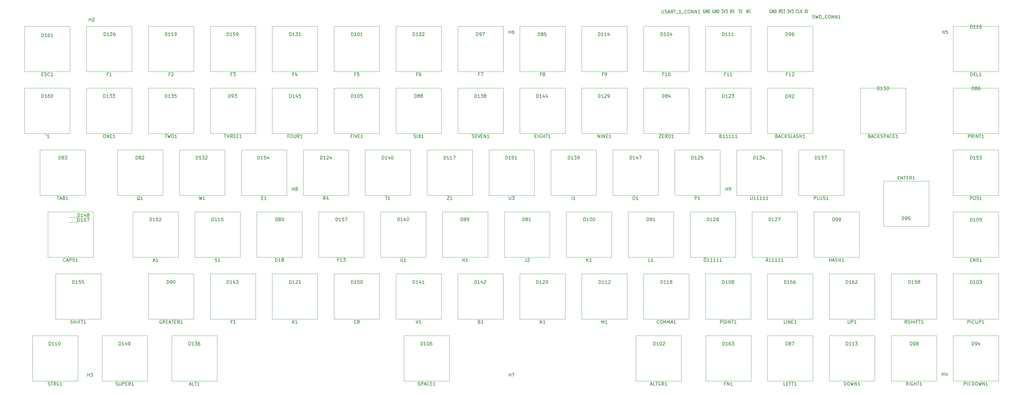
<source format=gbr>
%TF.GenerationSoftware,KiCad,Pcbnew,(5.1.9)-1*%
%TF.CreationDate,2021-03-14T17:48:21+01:00*%
%TF.ProjectId,mkb_01,6d6b625f-3031-42e6-9b69-6361645f7063,rev?*%
%TF.SameCoordinates,Original*%
%TF.FileFunction,Legend,Top*%
%TF.FilePolarity,Positive*%
%FSLAX46Y46*%
G04 Gerber Fmt 4.6, Leading zero omitted, Abs format (unit mm)*
G04 Created by KiCad (PCBNEW (5.1.9)-1) date 2021-03-14 17:48:21*
%MOMM*%
%LPD*%
G01*
G04 APERTURE LIST*
%ADD10C,0.150000*%
%ADD11C,0.120000*%
%ADD12C,0.100000*%
G04 APERTURE END LIST*
D10*
X287507142Y-56600000D02*
X287435714Y-56552380D01*
X287328571Y-56552380D01*
X287221428Y-56600000D01*
X287150000Y-56695238D01*
X287114285Y-56790476D01*
X287078571Y-56980952D01*
X287078571Y-57123809D01*
X287114285Y-57314285D01*
X287150000Y-57409523D01*
X287221428Y-57504761D01*
X287328571Y-57552380D01*
X287400000Y-57552380D01*
X287507142Y-57504761D01*
X287542857Y-57457142D01*
X287542857Y-57123809D01*
X287400000Y-57123809D01*
X287864285Y-57552380D02*
X287864285Y-56552380D01*
X288292857Y-57552380D01*
X288292857Y-56552380D01*
X288650000Y-57552380D02*
X288650000Y-56552380D01*
X288828571Y-56552380D01*
X288935714Y-56600000D01*
X289007142Y-56695238D01*
X289042857Y-56790476D01*
X289078571Y-56980952D01*
X289078571Y-57123809D01*
X289042857Y-57314285D01*
X289007142Y-57409523D01*
X288935714Y-57504761D01*
X288828571Y-57552380D01*
X288650000Y-57552380D01*
X290400000Y-57552380D02*
X290150000Y-57076190D01*
X289971428Y-57552380D02*
X289971428Y-56552380D01*
X290257142Y-56552380D01*
X290328571Y-56600000D01*
X290364285Y-56647619D01*
X290400000Y-56742857D01*
X290400000Y-56885714D01*
X290364285Y-56980952D01*
X290328571Y-57028571D01*
X290257142Y-57076190D01*
X289971428Y-57076190D01*
X290685714Y-57504761D02*
X290792857Y-57552380D01*
X290971428Y-57552380D01*
X291042857Y-57504761D01*
X291078571Y-57457142D01*
X291114285Y-57361904D01*
X291114285Y-57266666D01*
X291078571Y-57171428D01*
X291042857Y-57123809D01*
X290971428Y-57076190D01*
X290828571Y-57028571D01*
X290757142Y-56980952D01*
X290721428Y-56933333D01*
X290685714Y-56838095D01*
X290685714Y-56742857D01*
X290721428Y-56647619D01*
X290757142Y-56600000D01*
X290828571Y-56552380D01*
X291007142Y-56552380D01*
X291114285Y-56600000D01*
X291328571Y-56552380D02*
X291757142Y-56552380D01*
X291542857Y-57552380D02*
X291542857Y-56552380D01*
X292507142Y-56552380D02*
X292971428Y-56552380D01*
X292721428Y-56933333D01*
X292828571Y-56933333D01*
X292900000Y-56980952D01*
X292935714Y-57028571D01*
X292971428Y-57123809D01*
X292971428Y-57361904D01*
X292935714Y-57457142D01*
X292900000Y-57504761D01*
X292828571Y-57552380D01*
X292614285Y-57552380D01*
X292542857Y-57504761D01*
X292507142Y-57457142D01*
X293185714Y-56552380D02*
X293435714Y-57552380D01*
X293685714Y-56552380D01*
X293864285Y-56552380D02*
X294328571Y-56552380D01*
X294078571Y-56933333D01*
X294185714Y-56933333D01*
X294257142Y-56980952D01*
X294292857Y-57028571D01*
X294328571Y-57123809D01*
X294328571Y-57361904D01*
X294292857Y-57457142D01*
X294257142Y-57504761D01*
X294185714Y-57552380D01*
X293971428Y-57552380D01*
X293900000Y-57504761D01*
X293864285Y-57457142D01*
X295650000Y-57457142D02*
X295614285Y-57504761D01*
X295507142Y-57552380D01*
X295435714Y-57552380D01*
X295328571Y-57504761D01*
X295257142Y-57409523D01*
X295221428Y-57314285D01*
X295185714Y-57123809D01*
X295185714Y-56980952D01*
X295221428Y-56790476D01*
X295257142Y-56695238D01*
X295328571Y-56600000D01*
X295435714Y-56552380D01*
X295507142Y-56552380D01*
X295614285Y-56600000D01*
X295650000Y-56647619D01*
X296328571Y-57552380D02*
X295971428Y-57552380D01*
X295971428Y-56552380D01*
X296578571Y-57552380D02*
X296578571Y-56552380D01*
X297007142Y-57552380D02*
X296685714Y-56980952D01*
X297007142Y-56552380D02*
X296578571Y-57123809D01*
X297900000Y-57552380D02*
X297900000Y-56552380D01*
X298400000Y-56552380D02*
X298542857Y-56552380D01*
X298614285Y-56600000D01*
X298685714Y-56695238D01*
X298721428Y-56885714D01*
X298721428Y-57219047D01*
X298685714Y-57409523D01*
X298614285Y-57504761D01*
X298542857Y-57552380D01*
X298400000Y-57552380D01*
X298328571Y-57504761D01*
X298257142Y-57409523D01*
X298221428Y-57219047D01*
X298221428Y-56885714D01*
X298257142Y-56695238D01*
X298328571Y-56600000D01*
X298400000Y-56552380D01*
X267007142Y-56600000D02*
X266935714Y-56552380D01*
X266828571Y-56552380D01*
X266721428Y-56600000D01*
X266650000Y-56695238D01*
X266614285Y-56790476D01*
X266578571Y-56980952D01*
X266578571Y-57123809D01*
X266614285Y-57314285D01*
X266650000Y-57409523D01*
X266721428Y-57504761D01*
X266828571Y-57552380D01*
X266900000Y-57552380D01*
X267007142Y-57504761D01*
X267042857Y-57457142D01*
X267042857Y-57123809D01*
X266900000Y-57123809D01*
X267364285Y-57552380D02*
X267364285Y-56552380D01*
X267792857Y-57552380D01*
X267792857Y-56552380D01*
X268150000Y-57552380D02*
X268150000Y-56552380D01*
X268328571Y-56552380D01*
X268435714Y-56600000D01*
X268507142Y-56695238D01*
X268542857Y-56790476D01*
X268578571Y-56980952D01*
X268578571Y-57123809D01*
X268542857Y-57314285D01*
X268507142Y-57409523D01*
X268435714Y-57504761D01*
X268328571Y-57552380D01*
X268150000Y-57552380D01*
X269864285Y-56600000D02*
X269792857Y-56552380D01*
X269685714Y-56552380D01*
X269578571Y-56600000D01*
X269507142Y-56695238D01*
X269471428Y-56790476D01*
X269435714Y-56980952D01*
X269435714Y-57123809D01*
X269471428Y-57314285D01*
X269507142Y-57409523D01*
X269578571Y-57504761D01*
X269685714Y-57552380D01*
X269757142Y-57552380D01*
X269864285Y-57504761D01*
X269900000Y-57457142D01*
X269900000Y-57123809D01*
X269757142Y-57123809D01*
X270221428Y-57552380D02*
X270221428Y-56552380D01*
X270650000Y-57552380D01*
X270650000Y-56552380D01*
X271007142Y-57552380D02*
X271007142Y-56552380D01*
X271185714Y-56552380D01*
X271292857Y-56600000D01*
X271364285Y-56695238D01*
X271400000Y-56790476D01*
X271435714Y-56980952D01*
X271435714Y-57123809D01*
X271400000Y-57314285D01*
X271364285Y-57409523D01*
X271292857Y-57504761D01*
X271185714Y-57552380D01*
X271007142Y-57552380D01*
X272257142Y-56552380D02*
X272721428Y-56552380D01*
X272471428Y-56933333D01*
X272578571Y-56933333D01*
X272650000Y-56980952D01*
X272685714Y-57028571D01*
X272721428Y-57123809D01*
X272721428Y-57361904D01*
X272685714Y-57457142D01*
X272650000Y-57504761D01*
X272578571Y-57552380D01*
X272364285Y-57552380D01*
X272292857Y-57504761D01*
X272257142Y-57457142D01*
X272935714Y-56552380D02*
X273185714Y-57552380D01*
X273435714Y-56552380D01*
X273614285Y-56552380D02*
X274078571Y-56552380D01*
X273828571Y-56933333D01*
X273935714Y-56933333D01*
X274007142Y-56980952D01*
X274042857Y-57028571D01*
X274078571Y-57123809D01*
X274078571Y-57361904D01*
X274042857Y-57457142D01*
X274007142Y-57504761D01*
X273935714Y-57552380D01*
X273721428Y-57552380D01*
X273650000Y-57504761D01*
X273614285Y-57457142D01*
X275400000Y-57552380D02*
X275150000Y-57076190D01*
X274971428Y-57552380D02*
X274971428Y-56552380D01*
X275257142Y-56552380D01*
X275328571Y-56600000D01*
X275364285Y-56647619D01*
X275400000Y-56742857D01*
X275400000Y-56885714D01*
X275364285Y-56980952D01*
X275328571Y-57028571D01*
X275257142Y-57076190D01*
X274971428Y-57076190D01*
X275650000Y-56552380D02*
X276150000Y-57552380D01*
X276150000Y-56552380D02*
X275650000Y-57552380D01*
X277471428Y-56552380D02*
X277900000Y-56552380D01*
X277685714Y-57552380D02*
X277685714Y-56552380D01*
X278078571Y-56552380D02*
X278578571Y-57552380D01*
X278578571Y-56552380D02*
X278078571Y-57552380D01*
X280007142Y-57552380D02*
X280007142Y-56552380D01*
X280435714Y-57552380D01*
X280435714Y-56552380D01*
X281221428Y-57457142D02*
X281185714Y-57504761D01*
X281078571Y-57552380D01*
X281007142Y-57552380D01*
X280900000Y-57504761D01*
X280828571Y-57409523D01*
X280792857Y-57314285D01*
X280757142Y-57123809D01*
X280757142Y-56980952D01*
X280792857Y-56790476D01*
X280828571Y-56695238D01*
X280900000Y-56600000D01*
X281007142Y-56552380D01*
X281078571Y-56552380D01*
X281185714Y-56600000D01*
X281221428Y-56647619D01*
D11*
%TO.C,F2*%
X109825000Y-75605000D02*
X95855000Y-75605000D01*
X95855000Y-75605000D02*
X95855000Y-61635000D01*
X95855000Y-61635000D02*
X109825000Y-61635000D01*
X109825000Y-61635000D02*
X109825000Y-75605000D01*
%TO.C,^1*%
X71725000Y-94655000D02*
X57755000Y-94655000D01*
X57755000Y-94655000D02*
X57755000Y-80685000D01*
X57755000Y-80685000D02*
X71725000Y-80685000D01*
X71725000Y-80685000D02*
X71725000Y-94655000D01*
%TO.C,A1*%
X105075000Y-118785000D02*
X105075000Y-132755000D01*
X91105000Y-118785000D02*
X105075000Y-118785000D01*
X91105000Y-132755000D02*
X91105000Y-118785000D01*
X105075000Y-132755000D02*
X91105000Y-132755000D01*
%TO.C,ALT1*%
X116995000Y-170855000D02*
X103025000Y-170855000D01*
X103025000Y-170855000D02*
X103025000Y-156885000D01*
X103025000Y-156885000D02*
X116995000Y-156885000D01*
X116995000Y-156885000D02*
X116995000Y-170855000D01*
%TO.C,ALTGR1*%
X259875000Y-170855000D02*
X245905000Y-170855000D01*
X245905000Y-170855000D02*
X245905000Y-156885000D01*
X245905000Y-156885000D02*
X259875000Y-156885000D01*
X259875000Y-156885000D02*
X259875000Y-170855000D01*
%TO.C,B1*%
X205070000Y-151805000D02*
X191100000Y-151805000D01*
X191100000Y-151805000D02*
X191100000Y-137835000D01*
X191100000Y-137835000D02*
X205070000Y-137835000D01*
X205070000Y-137835000D02*
X205070000Y-151805000D01*
%TO.C,BACKSLASH1*%
X300325000Y-80685000D02*
X300325000Y-94655000D01*
X286355000Y-80685000D02*
X300325000Y-80685000D01*
X286355000Y-94655000D02*
X286355000Y-80685000D01*
X300325000Y-94655000D02*
X286355000Y-94655000D01*
%TO.C,BACKSPACE1*%
X328900000Y-94655000D02*
X314930000Y-94655000D01*
X314930000Y-94655000D02*
X314930000Y-80685000D01*
X314930000Y-80685000D02*
X328900000Y-80685000D01*
X328900000Y-80685000D02*
X328900000Y-94655000D01*
%TO.C,C8*%
X166970000Y-137835000D02*
X166970000Y-151805000D01*
X153000000Y-137835000D02*
X166970000Y-137835000D01*
X153000000Y-151805000D02*
X153000000Y-137835000D01*
X166970000Y-151805000D02*
X153000000Y-151805000D01*
%TO.C,CAPS1*%
X78875000Y-132755000D02*
X64905000Y-132755000D01*
X64905000Y-132755000D02*
X64905000Y-118785000D01*
X64905000Y-118785000D02*
X78875000Y-118785000D01*
X78875000Y-118785000D02*
X78875000Y-132755000D01*
%TO.C,COMMA1*%
X262220000Y-137835000D02*
X262220000Y-151805000D01*
X248250000Y-137835000D02*
X262220000Y-137835000D01*
X248250000Y-151805000D02*
X248250000Y-137835000D01*
X262220000Y-151805000D02*
X248250000Y-151805000D01*
%TO.C,D18*%
X143175000Y-132755000D02*
X129205000Y-132755000D01*
X129205000Y-132755000D02*
X129205000Y-118785000D01*
X129205000Y-118785000D02*
X143175000Y-118785000D01*
X143175000Y-118785000D02*
X143175000Y-132755000D01*
%TO.C,DEL1*%
X357475000Y-61635000D02*
X357475000Y-75605000D01*
X343505000Y-61635000D02*
X357475000Y-61635000D01*
X343505000Y-75605000D02*
X343505000Y-61635000D01*
X357475000Y-75605000D02*
X343505000Y-75605000D01*
%TO.C,DOWN1*%
X319380000Y-170865000D02*
X305410000Y-170865000D01*
X305410000Y-170865000D02*
X305410000Y-156895000D01*
X305410000Y-156895000D02*
X319380000Y-156895000D01*
X319380000Y-156895000D02*
X319380000Y-170865000D01*
%TO.C,E1*%
X138400000Y-113705000D02*
X124430000Y-113705000D01*
X124430000Y-113705000D02*
X124430000Y-99735000D01*
X124430000Y-99735000D02*
X138400000Y-99735000D01*
X138400000Y-99735000D02*
X138400000Y-113705000D01*
%TO.C,EIGHT1*%
X224125000Y-94655000D02*
X210155000Y-94655000D01*
X210155000Y-94655000D02*
X210155000Y-80685000D01*
X210155000Y-80685000D02*
X224125000Y-80685000D01*
X224125000Y-80685000D02*
X224125000Y-94655000D01*
%TO.C,END1*%
X357475000Y-118785000D02*
X357475000Y-132755000D01*
X343505000Y-118785000D02*
X357475000Y-118785000D01*
X343505000Y-132755000D02*
X343505000Y-118785000D01*
X357475000Y-132755000D02*
X343505000Y-132755000D01*
%TO.C,ENTER1*%
X322075000Y-109270000D02*
X336045000Y-109270000D01*
X336045000Y-109270000D02*
X336045000Y-123240000D01*
X336045000Y-123240000D02*
X322075000Y-123240000D01*
X322075000Y-123240000D02*
X322075000Y-109270000D01*
%TO.C,ESC1*%
X71725000Y-61635000D02*
X71725000Y-75605000D01*
X57755000Y-61635000D02*
X71725000Y-61635000D01*
X57755000Y-75605000D02*
X57755000Y-61635000D01*
X71725000Y-75605000D02*
X57755000Y-75605000D01*
%TO.C,F1*%
X90775000Y-75605000D02*
X76805000Y-75605000D01*
X76805000Y-75605000D02*
X76805000Y-61635000D01*
X76805000Y-61635000D02*
X90775000Y-61635000D01*
X90775000Y-61635000D02*
X90775000Y-75605000D01*
%TO.C,F3*%
X128875000Y-75605000D02*
X114905000Y-75605000D01*
X114905000Y-75605000D02*
X114905000Y-61635000D01*
X114905000Y-61635000D02*
X128875000Y-61635000D01*
X128875000Y-61635000D02*
X128875000Y-75605000D01*
%TO.C,F4*%
X147925000Y-61635000D02*
X147925000Y-75605000D01*
X133955000Y-61635000D02*
X147925000Y-61635000D01*
X133955000Y-75605000D02*
X133955000Y-61635000D01*
X147925000Y-75605000D02*
X133955000Y-75605000D01*
%TO.C,F5*%
X166975000Y-61635000D02*
X166975000Y-75605000D01*
X153005000Y-61635000D02*
X166975000Y-61635000D01*
X153005000Y-75605000D02*
X153005000Y-61635000D01*
X166975000Y-75605000D02*
X153005000Y-75605000D01*
%TO.C,F6*%
X186025000Y-61635000D02*
X186025000Y-75605000D01*
X172055000Y-61635000D02*
X186025000Y-61635000D01*
X172055000Y-75605000D02*
X172055000Y-61635000D01*
X186025000Y-75605000D02*
X172055000Y-75605000D01*
%TO.C,F7*%
X205075000Y-75605000D02*
X191105000Y-75605000D01*
X191105000Y-75605000D02*
X191105000Y-61635000D01*
X191105000Y-61635000D02*
X205075000Y-61635000D01*
X205075000Y-61635000D02*
X205075000Y-75605000D01*
%TO.C,F8*%
X224125000Y-61635000D02*
X224125000Y-75605000D01*
X210155000Y-61635000D02*
X224125000Y-61635000D01*
X210155000Y-75605000D02*
X210155000Y-61635000D01*
X224125000Y-75605000D02*
X210155000Y-75605000D01*
%TO.C,F9*%
X243175000Y-75605000D02*
X229205000Y-75605000D01*
X229205000Y-75605000D02*
X229205000Y-61635000D01*
X229205000Y-61635000D02*
X243175000Y-61635000D01*
X243175000Y-61635000D02*
X243175000Y-75605000D01*
%TO.C,F10*%
X262225000Y-61635000D02*
X262225000Y-75605000D01*
X248255000Y-61635000D02*
X262225000Y-61635000D01*
X248255000Y-75605000D02*
X248255000Y-61635000D01*
X262225000Y-75605000D02*
X248255000Y-75605000D01*
%TO.C,F11*%
X281275000Y-61635000D02*
X281275000Y-75605000D01*
X267305000Y-61635000D02*
X281275000Y-61635000D01*
X267305000Y-75605000D02*
X267305000Y-61635000D01*
X281275000Y-75605000D02*
X267305000Y-75605000D01*
%TO.C,F12*%
X300325000Y-75605000D02*
X286355000Y-75605000D01*
X286355000Y-75605000D02*
X286355000Y-61635000D01*
X286355000Y-61635000D02*
X300325000Y-61635000D01*
X300325000Y-61635000D02*
X300325000Y-75605000D01*
%TO.C,F13*%
X162225000Y-118785000D02*
X162225000Y-132755000D01*
X148255000Y-118785000D02*
X162225000Y-118785000D01*
X148255000Y-132755000D02*
X148255000Y-118785000D01*
X162225000Y-132755000D02*
X148255000Y-132755000D01*
%TO.C,FIVE1*%
X166975000Y-80685000D02*
X166975000Y-94655000D01*
X153005000Y-80685000D02*
X166975000Y-80685000D01*
X153005000Y-94655000D02*
X153005000Y-80685000D01*
X166975000Y-94655000D02*
X153005000Y-94655000D01*
%TO.C,FOUR1*%
X147925000Y-94655000D02*
X133955000Y-94655000D01*
X133955000Y-94655000D02*
X133955000Y-80685000D01*
X133955000Y-80685000D02*
X147925000Y-80685000D01*
X147925000Y-80685000D02*
X147925000Y-94655000D01*
%TO.C,G1*%
X181275000Y-118785000D02*
X181275000Y-132755000D01*
X167305000Y-118785000D02*
X181275000Y-118785000D01*
X167305000Y-132755000D02*
X167305000Y-118785000D01*
X181275000Y-132755000D02*
X167305000Y-132755000D01*
%TO.C,GREATER1*%
X109820000Y-151805000D02*
X95850000Y-151805000D01*
X95850000Y-151805000D02*
X95850000Y-137835000D01*
X95850000Y-137835000D02*
X109820000Y-137835000D01*
X109820000Y-137835000D02*
X109820000Y-151805000D01*
%TO.C,H1*%
X200325000Y-132755000D02*
X186355000Y-132755000D01*
X186355000Y-132755000D02*
X186355000Y-118785000D01*
X186355000Y-118785000D02*
X200325000Y-118785000D01*
X200325000Y-118785000D02*
X200325000Y-132755000D01*
%TO.C,HASH1*%
X314625000Y-118785000D02*
X314625000Y-132755000D01*
X300655000Y-118785000D02*
X314625000Y-118785000D01*
X300655000Y-132755000D02*
X300655000Y-118785000D01*
X314625000Y-132755000D02*
X300655000Y-132755000D01*
%TO.C,I1*%
X233650000Y-99735000D02*
X233650000Y-113705000D01*
X219680000Y-99735000D02*
X233650000Y-99735000D01*
X219680000Y-113705000D02*
X219680000Y-99735000D01*
X233650000Y-113705000D02*
X219680000Y-113705000D01*
%TO.C,J2*%
X219375000Y-132755000D02*
X205405000Y-132755000D01*
X205405000Y-132755000D02*
X205405000Y-118785000D01*
X205405000Y-118785000D02*
X219375000Y-118785000D01*
X219375000Y-118785000D02*
X219375000Y-132755000D01*
%TO.C,K1*%
X238425000Y-118785000D02*
X238425000Y-132755000D01*
X224455000Y-118785000D02*
X238425000Y-118785000D01*
X224455000Y-132755000D02*
X224455000Y-118785000D01*
X238425000Y-132755000D02*
X224455000Y-132755000D01*
%TO.C,L1*%
X257475000Y-118785000D02*
X257475000Y-132755000D01*
X243505000Y-118785000D02*
X257475000Y-118785000D01*
X243505000Y-132755000D02*
X243505000Y-118785000D01*
X257475000Y-132755000D02*
X243505000Y-132755000D01*
%TO.C,LEFT1*%
X300325000Y-170865000D02*
X286355000Y-170865000D01*
X286355000Y-170865000D02*
X286355000Y-156895000D01*
X286355000Y-156895000D02*
X300325000Y-156895000D01*
X300325000Y-156895000D02*
X300325000Y-170865000D01*
%TO.C,LINE1*%
X300320000Y-137835000D02*
X300320000Y-151805000D01*
X286350000Y-137835000D02*
X300320000Y-137835000D01*
X286350000Y-151805000D02*
X286350000Y-137835000D01*
X300320000Y-151805000D02*
X286350000Y-151805000D01*
%TO.C,M1*%
X243170000Y-151805000D02*
X229200000Y-151805000D01*
X229200000Y-151805000D02*
X229200000Y-137835000D01*
X229200000Y-137835000D02*
X243170000Y-137835000D01*
X243170000Y-137835000D02*
X243170000Y-151805000D01*
%TO.C,N1*%
X224120000Y-137835000D02*
X224120000Y-151805000D01*
X210150000Y-137835000D02*
X224120000Y-137835000D01*
X210150000Y-151805000D02*
X210150000Y-137835000D01*
X224120000Y-151805000D02*
X210150000Y-151805000D01*
%TO.C,NINE1*%
X243175000Y-80685000D02*
X243175000Y-94655000D01*
X229205000Y-80685000D02*
X243175000Y-80685000D01*
X229205000Y-94655000D02*
X229205000Y-80685000D01*
X243175000Y-94655000D02*
X229205000Y-94655000D01*
%TO.C,O1*%
X252700000Y-99735000D02*
X252700000Y-113705000D01*
X238730000Y-99735000D02*
X252700000Y-99735000D01*
X238730000Y-113705000D02*
X238730000Y-99735000D01*
X252700000Y-113705000D02*
X238730000Y-113705000D01*
%TO.C,ONE1*%
X90775000Y-80685000D02*
X90775000Y-94655000D01*
X76805000Y-80685000D02*
X90775000Y-80685000D01*
X76805000Y-94655000D02*
X76805000Y-80685000D01*
X90775000Y-94655000D02*
X76805000Y-94655000D01*
%TO.C,P1*%
X271750000Y-113705000D02*
X257780000Y-113705000D01*
X257780000Y-113705000D02*
X257780000Y-99735000D01*
X257780000Y-99735000D02*
X271750000Y-99735000D01*
X271750000Y-99735000D02*
X271750000Y-113705000D01*
%TO.C,PLUS1*%
X309850000Y-99735000D02*
X309850000Y-113705000D01*
X295880000Y-99735000D02*
X309850000Y-99735000D01*
X295880000Y-113705000D02*
X295880000Y-99735000D01*
X309850000Y-113705000D02*
X295880000Y-113705000D01*
%TO.C,POINT1*%
X281270000Y-151805000D02*
X267300000Y-151805000D01*
X267300000Y-151805000D02*
X267300000Y-137835000D01*
X267300000Y-137835000D02*
X281270000Y-137835000D01*
X281270000Y-137835000D02*
X281270000Y-151805000D01*
%TO.C,POS1*%
X357475000Y-99735000D02*
X357475000Y-113705000D01*
X343505000Y-99735000D02*
X357475000Y-99735000D01*
X343505000Y-113705000D02*
X343505000Y-99735000D01*
X357475000Y-113705000D02*
X343505000Y-113705000D01*
%TO.C,PRINT1*%
X357475000Y-94655000D02*
X343505000Y-94655000D01*
X343505000Y-94655000D02*
X343505000Y-80685000D01*
X343505000Y-80685000D02*
X357475000Y-80685000D01*
X357475000Y-80685000D02*
X357475000Y-94655000D01*
%TO.C,Q1*%
X100300000Y-99735000D02*
X100300000Y-113705000D01*
X86330000Y-99735000D02*
X100300000Y-99735000D01*
X86330000Y-113705000D02*
X86330000Y-99735000D01*
X100300000Y-113705000D02*
X86330000Y-113705000D01*
%TO.C,R4*%
X157450000Y-99735000D02*
X157450000Y-113705000D01*
X143480000Y-99735000D02*
X157450000Y-99735000D01*
X143480000Y-113705000D02*
X143480000Y-99735000D01*
X157450000Y-113705000D02*
X143480000Y-113705000D01*
%TO.C,RIGHT1*%
X338430000Y-156895000D02*
X338430000Y-170865000D01*
X324460000Y-156895000D02*
X338430000Y-156895000D01*
X324460000Y-170865000D02*
X324460000Y-156895000D01*
X338430000Y-170865000D02*
X324460000Y-170865000D01*
%TO.C,S1*%
X124125000Y-132755000D02*
X110155000Y-132755000D01*
X110155000Y-132755000D02*
X110155000Y-118785000D01*
X110155000Y-118785000D02*
X124125000Y-118785000D01*
X124125000Y-118785000D02*
X124125000Y-132755000D01*
%TO.C,SEVEN1*%
X205075000Y-80685000D02*
X205075000Y-94655000D01*
X191105000Y-80685000D02*
X205075000Y-80685000D01*
X191105000Y-94655000D02*
X191105000Y-80685000D01*
X205075000Y-94655000D02*
X191105000Y-94655000D01*
%TO.C,SIX1*%
X186025000Y-94655000D02*
X172055000Y-94655000D01*
X172055000Y-94655000D02*
X172055000Y-80685000D01*
X172055000Y-80685000D02*
X186025000Y-80685000D01*
X186025000Y-80685000D02*
X186025000Y-94655000D01*
%TO.C,SPACE1*%
X188435000Y-170855000D02*
X174465000Y-170855000D01*
X174465000Y-170855000D02*
X174465000Y-156885000D01*
X174465000Y-156885000D02*
X188435000Y-156885000D01*
X188435000Y-156885000D02*
X188435000Y-170855000D01*
%TO.C,T1*%
X176500000Y-99735000D02*
X176500000Y-113705000D01*
X162530000Y-99735000D02*
X176500000Y-99735000D01*
X162530000Y-113705000D02*
X162530000Y-99735000D01*
X176500000Y-113705000D02*
X162530000Y-113705000D01*
%TO.C,TAB1*%
X76485000Y-99735000D02*
X76485000Y-113705000D01*
X62515000Y-99735000D02*
X76485000Y-99735000D01*
X62515000Y-113705000D02*
X62515000Y-99735000D01*
X76485000Y-113705000D02*
X62515000Y-113705000D01*
%TO.C,THREE1*%
X128875000Y-94655000D02*
X114905000Y-94655000D01*
X114905000Y-94655000D02*
X114905000Y-80685000D01*
X114905000Y-80685000D02*
X128875000Y-80685000D01*
X128875000Y-80685000D02*
X128875000Y-94655000D01*
%TO.C,TWO1*%
X109825000Y-94655000D02*
X95855000Y-94655000D01*
X95855000Y-94655000D02*
X95855000Y-80685000D01*
X95855000Y-80685000D02*
X109825000Y-80685000D01*
X109825000Y-80685000D02*
X109825000Y-94655000D01*
%TO.C,U3*%
X214600000Y-113705000D02*
X200630000Y-113705000D01*
X200630000Y-113705000D02*
X200630000Y-99735000D01*
X200630000Y-99735000D02*
X214600000Y-99735000D01*
X214600000Y-99735000D02*
X214600000Y-113705000D01*
%TO.C,UP1*%
X319375000Y-137845000D02*
X319375000Y-151815000D01*
X305405000Y-137845000D02*
X319375000Y-137845000D01*
X305405000Y-151815000D02*
X305405000Y-137845000D01*
X319375000Y-151815000D02*
X305405000Y-151815000D01*
%TO.C,V1*%
X186020000Y-151805000D02*
X172050000Y-151805000D01*
X172050000Y-151805000D02*
X172050000Y-137835000D01*
X172050000Y-137835000D02*
X186020000Y-137835000D01*
X186020000Y-137835000D02*
X186020000Y-151805000D01*
%TO.C,W1*%
X119350000Y-113705000D02*
X105380000Y-113705000D01*
X105380000Y-113705000D02*
X105380000Y-99735000D01*
X105380000Y-99735000D02*
X119350000Y-99735000D01*
X119350000Y-99735000D02*
X119350000Y-113705000D01*
%TO.C,X1*%
X147920000Y-137835000D02*
X147920000Y-151805000D01*
X133950000Y-137835000D02*
X147920000Y-137835000D01*
X133950000Y-151805000D02*
X133950000Y-137835000D01*
X147920000Y-151805000D02*
X133950000Y-151805000D01*
%TO.C,Y1*%
X128870000Y-151805000D02*
X114900000Y-151805000D01*
X114900000Y-151805000D02*
X114900000Y-137835000D01*
X114900000Y-137835000D02*
X128870000Y-137835000D01*
X128870000Y-137835000D02*
X128870000Y-151805000D01*
%TO.C,Z1*%
X195550000Y-113705000D02*
X181580000Y-113705000D01*
X181580000Y-113705000D02*
X181580000Y-99735000D01*
X181580000Y-99735000D02*
X195550000Y-99735000D01*
X195550000Y-99735000D02*
X195550000Y-113705000D01*
%TO.C,ZERO1*%
X262225000Y-94655000D02*
X248255000Y-94655000D01*
X248255000Y-94655000D02*
X248255000Y-80685000D01*
X248255000Y-80685000D02*
X262225000Y-80685000D01*
X262225000Y-80685000D02*
X262225000Y-94655000D01*
%TO.C,\u00DF11111*%
X281275000Y-94655000D02*
X267305000Y-94655000D01*
X267305000Y-94655000D02*
X267305000Y-80685000D01*
X267305000Y-80685000D02*
X281275000Y-80685000D01*
X281275000Y-80685000D02*
X281275000Y-94655000D01*
%TO.C,\u00C411111*%
X295575000Y-132755000D02*
X281605000Y-132755000D01*
X281605000Y-132755000D02*
X281605000Y-118785000D01*
X281605000Y-118785000D02*
X295575000Y-118785000D01*
X295575000Y-118785000D02*
X295575000Y-132755000D01*
%TO.C,\u00D611111*%
X276525000Y-132755000D02*
X262555000Y-132755000D01*
X262555000Y-132755000D02*
X262555000Y-118785000D01*
X262555000Y-118785000D02*
X276525000Y-118785000D01*
X276525000Y-118785000D02*
X276525000Y-132755000D01*
%TO.C,\u00DC11111*%
X290800000Y-113705000D02*
X276830000Y-113705000D01*
X276830000Y-113705000D02*
X276830000Y-99735000D01*
X276830000Y-99735000D02*
X290800000Y-99735000D01*
X290800000Y-99735000D02*
X290800000Y-113705000D01*
%TO.C,STRG1*%
X74125000Y-156885000D02*
X74125000Y-170855000D01*
X60155000Y-156885000D02*
X74125000Y-156885000D01*
X60155000Y-170855000D02*
X60155000Y-156885000D01*
X74125000Y-170855000D02*
X60155000Y-170855000D01*
D12*
%TO.C,D80*%
X137565000Y-120000000D02*
G75*
G03*
X137565000Y-120000000I-50000J0D01*
G01*
%TO.C,D81*%
X213565000Y-120000000D02*
G75*
G03*
X213565000Y-120000000I-50000J0D01*
G01*
%TO.C,D82*%
X94565000Y-101000000D02*
G75*
G03*
X94565000Y-101000000I-50000J0D01*
G01*
%TO.C,D83*%
X70815000Y-101000000D02*
G75*
G03*
X70815000Y-101000000I-50000J0D01*
G01*
%TO.C,D84*%
X256565000Y-82000000D02*
G75*
G03*
X256565000Y-82000000I-50000J0D01*
G01*
%TO.C,D85*%
X218315000Y-63000000D02*
G75*
G03*
X218315000Y-63000000I-50000J0D01*
G01*
%TO.C,D86*%
X349285000Y-82000000D02*
G75*
G03*
X349285000Y-82000000I-50000J0D01*
G01*
%TO.C,D87*%
X294565000Y-158250000D02*
G75*
G03*
X294565000Y-158250000I-50000J0D01*
G01*
%TO.C,D88*%
X180315000Y-82000000D02*
G75*
G03*
X180315000Y-82000000I-50000J0D01*
G01*
%TO.C,D89*%
X194565000Y-120000000D02*
G75*
G03*
X194565000Y-120000000I-50000J0D01*
G01*
%TO.C,D90*%
X104115000Y-139250000D02*
G75*
G03*
X104115000Y-139250000I-50000J0D01*
G01*
%TO.C,D91*%
X251815000Y-120000000D02*
G75*
G03*
X251815000Y-120000000I-50000J0D01*
G01*
%TO.C,D92*%
X294565000Y-82075001D02*
G75*
G03*
X294565000Y-82075001I-50000J0D01*
G01*
%TO.C,D93*%
X123065000Y-82000000D02*
G75*
G03*
X123065000Y-82000000I-50000J0D01*
G01*
%TO.C,D94*%
X351815000Y-158250000D02*
G75*
G03*
X351815000Y-158250000I-50000J0D01*
G01*
%TO.C,D95*%
X327785000Y-122000000D02*
G75*
G03*
X327785000Y-122000000I-50000J0D01*
G01*
%TO.C,D96*%
X294565000Y-63000000D02*
G75*
G03*
X294565000Y-63000000I-50000J0D01*
G01*
%TO.C,D97*%
X199315000Y-63000000D02*
G75*
G03*
X199315000Y-63000000I-50000J0D01*
G01*
%TO.C,D98*%
X332815000Y-158250000D02*
G75*
G03*
X332815000Y-158250000I-50000J0D01*
G01*
%TO.C,D99*%
X308940001Y-120000000D02*
G75*
G03*
X308940001Y-120000000I-50000J0D01*
G01*
%TO.C,D100*%
X232815000Y-120000000D02*
G75*
G03*
X232815000Y-120000000I-50000J0D01*
G01*
%TO.C,D101*%
X161315000Y-63000000D02*
G75*
G03*
X161315000Y-63000000I-50000J0D01*
G01*
%TO.C,D102*%
X254315000Y-158250000D02*
G75*
G03*
X254315000Y-158250000I-50000J0D01*
G01*
%TO.C,D103*%
X351815000Y-139250000D02*
G75*
G03*
X351815000Y-139250000I-50000J0D01*
G01*
%TO.C,D104*%
X256565000Y-63000000D02*
G75*
G03*
X256565000Y-63000000I-50000J0D01*
G01*
%TO.C,D105*%
X161315000Y-82000000D02*
G75*
G03*
X161315000Y-82000000I-50000J0D01*
G01*
%TO.C,D106*%
X182715000Y-158250000D02*
G75*
G03*
X182715000Y-158250000I-50000J0D01*
G01*
D11*
%TO.C,D107*%
X71450000Y-122035000D02*
X73910000Y-122035000D01*
X73910000Y-122035000D02*
X73910000Y-120565000D01*
X73910000Y-120565000D02*
X71450000Y-120565000D01*
D12*
%TO.C,D108*%
X275565000Y-139250000D02*
G75*
G03*
X275565000Y-139250000I-50000J0D01*
G01*
%TO.C,D109*%
X351815000Y-120100000D02*
G75*
G03*
X351815000Y-120100000I-50000J0D01*
G01*
%TO.C,D110*%
X68315000Y-158250000D02*
G75*
G03*
X68315000Y-158250000I-50000J0D01*
G01*
%TO.C,D111*%
X275515000Y-63000000D02*
G75*
G03*
X275515000Y-63000000I-50000J0D01*
G01*
%TO.C,D112*%
X237565000Y-139250000D02*
G75*
G03*
X237565000Y-139250000I-50000J0D01*
G01*
%TO.C,D113*%
X313565000Y-158250000D02*
G75*
G03*
X313565000Y-158250000I-50000J0D01*
G01*
%TO.C,D114*%
X237315000Y-63000000D02*
G75*
G03*
X237315000Y-63000000I-50000J0D01*
G01*
%TO.C,D115*%
X118415000Y-120000000D02*
G75*
G03*
X118415000Y-120000000I-50000J0D01*
G01*
%TO.C,D116*%
X349285000Y-63000000D02*
G75*
G03*
X349285000Y-63000000I-50000J0D01*
G01*
%TO.C,D117*%
X189815000Y-101000000D02*
G75*
G03*
X189815000Y-101000000I-50000J0D01*
G01*
%TO.C,D118*%
X256565000Y-139250000D02*
G75*
G03*
X256565000Y-139250000I-50000J0D01*
G01*
%TO.C,D119*%
X104065000Y-63000000D02*
G75*
G03*
X104065000Y-63000000I-50000J0D01*
G01*
%TO.C,D120*%
X218315000Y-139250000D02*
G75*
G03*
X218315000Y-139250000I-50000J0D01*
G01*
%TO.C,D121*%
X142315000Y-139250000D02*
G75*
G03*
X142315000Y-139250000I-50000J0D01*
G01*
%TO.C,D122*%
X180315000Y-63000000D02*
G75*
G03*
X180315000Y-63000000I-50000J0D01*
G01*
%TO.C,D123*%
X275565000Y-82000000D02*
G75*
G03*
X275565000Y-82000000I-50000J0D01*
G01*
%TO.C,D124*%
X151815000Y-101000000D02*
G75*
G03*
X151815000Y-101000000I-50000J0D01*
G01*
%TO.C,D125*%
X266065000Y-101000000D02*
G75*
G03*
X266065000Y-101000000I-50000J0D01*
G01*
%TO.C,D126*%
X85215000Y-63000000D02*
G75*
G03*
X85215000Y-63000000I-50000J0D01*
G01*
%TO.C,D127*%
X289815000Y-120000000D02*
G75*
G03*
X289815000Y-120000000I-50000J0D01*
G01*
%TO.C,D128*%
X270815000Y-120000000D02*
G75*
G03*
X270815000Y-120000000I-50000J0D01*
G01*
%TO.C,D129*%
X237315000Y-82000000D02*
G75*
G03*
X237315000Y-82000000I-50000J0D01*
G01*
%TO.C,D130*%
X320690001Y-82000000D02*
G75*
G03*
X320690001Y-82000000I-50000J0D01*
G01*
%TO.C,D131*%
X142315000Y-63000000D02*
G75*
G03*
X142315000Y-63000000I-50000J0D01*
G01*
%TO.C,D132*%
X113565000Y-101000000D02*
G75*
G03*
X113565000Y-101000000I-50000J0D01*
G01*
%TO.C,D133*%
X85065000Y-82000000D02*
G75*
G03*
X85065000Y-82000000I-50000J0D01*
G01*
%TO.C,D134*%
X285065000Y-101000000D02*
G75*
G03*
X285065000Y-101000000I-50000J0D01*
G01*
%TO.C,D135*%
X104065000Y-82000000D02*
G75*
G03*
X104065000Y-82000000I-50000J0D01*
G01*
%TO.C,D136*%
X111315000Y-158250000D02*
G75*
G03*
X111315000Y-158250000I-50000J0D01*
G01*
%TO.C,D137*%
X304065000Y-101000000D02*
G75*
G03*
X304065000Y-101000000I-50000J0D01*
G01*
%TO.C,D138*%
X199315000Y-82000000D02*
G75*
G03*
X199315000Y-82000000I-50000J0D01*
G01*
%TO.C,D139*%
X228060001Y-101000000D02*
G75*
G03*
X228060001Y-101000000I-50000J0D01*
G01*
%TO.C,D140*%
X175565000Y-120000000D02*
G75*
G03*
X175565000Y-120000000I-50000J0D01*
G01*
%TO.C,D141*%
X180315000Y-139250000D02*
G75*
G03*
X180315000Y-139250000I-50000J0D01*
G01*
%TO.C,D142*%
X199315000Y-139250000D02*
G75*
G03*
X199315000Y-139250000I-50000J0D01*
G01*
%TO.C,D143*%
X123065000Y-139250000D02*
G75*
G03*
X123065000Y-139250000I-50000J0D01*
G01*
%TO.C,D144*%
X218315000Y-82000000D02*
G75*
G03*
X218315000Y-82000000I-50000J0D01*
G01*
%TO.C,D145*%
X142315000Y-82000000D02*
G75*
G03*
X142315000Y-82000000I-50000J0D01*
G01*
%TO.C,D146*%
X170815000Y-101000000D02*
G75*
G03*
X170815000Y-101000000I-50000J0D01*
G01*
%TO.C,D147*%
X247065000Y-101000000D02*
G75*
G03*
X247065000Y-101000000I-50000J0D01*
G01*
%TO.C,D148*%
X73565000Y-119800000D02*
G75*
G03*
X73565000Y-119800000I-50000J0D01*
G01*
%TO.C,D149*%
X89815000Y-158250000D02*
G75*
G03*
X89815000Y-158250000I-50000J0D01*
G01*
%TO.C,D150*%
X161315000Y-139250000D02*
G75*
G03*
X161315000Y-139250000I-50000J0D01*
G01*
%TO.C,D151*%
X208815000Y-101000000D02*
G75*
G03*
X208815000Y-101000000I-50000J0D01*
G01*
%TO.C,D152*%
X99315000Y-120000000D02*
G75*
G03*
X99315000Y-120000000I-50000J0D01*
G01*
%TO.C,D153*%
X351815000Y-101000000D02*
G75*
G03*
X351815000Y-101000000I-50000J0D01*
G01*
%TO.C,D154*%
X132565000Y-101000000D02*
G75*
G03*
X132565000Y-101000000I-50000J0D01*
G01*
%TO.C,D155*%
X75565000Y-139250000D02*
G75*
G03*
X75565000Y-139250000I-50000J0D01*
G01*
%TO.C,D156*%
X294565000Y-139250000D02*
G75*
G03*
X294565000Y-139250000I-50000J0D01*
G01*
%TO.C,D157*%
X156565000Y-120000000D02*
G75*
G03*
X156565000Y-120000000I-50000J0D01*
G01*
%TO.C,D158*%
X332815000Y-139250000D02*
G75*
G03*
X332815000Y-139250000I-50000J0D01*
G01*
%TO.C,D159*%
X123065000Y-63000000D02*
G75*
G03*
X123065000Y-63000000I-50000J0D01*
G01*
%TO.C,D160*%
X66065000Y-82000000D02*
G75*
G03*
X66065000Y-82000000I-50000J0D01*
G01*
%TO.C,D161*%
X66065000Y-63000000D02*
G75*
G03*
X66065000Y-63000000I-50000J0D01*
G01*
%TO.C,D162*%
X313565000Y-139250000D02*
G75*
G03*
X313565000Y-139250000I-50000J0D01*
G01*
%TO.C,D163*%
X275615000Y-158250000D02*
G75*
G03*
X275615000Y-158250000I-50000J0D01*
G01*
D11*
%TO.C,FN1*%
X281305000Y-170855000D02*
X267335000Y-170855000D01*
X267335000Y-170855000D02*
X267335000Y-156885000D01*
X267335000Y-156885000D02*
X281305000Y-156885000D01*
X281305000Y-156885000D02*
X281305000Y-170855000D01*
%TO.C,SUPER1*%
X95565000Y-156885000D02*
X95565000Y-170855000D01*
X81595000Y-156885000D02*
X95565000Y-156885000D01*
X81595000Y-170855000D02*
X81595000Y-156885000D01*
X95565000Y-170855000D02*
X81595000Y-170855000D01*
%TO.C,PICDOWN1*%
X357475000Y-170855000D02*
X343505000Y-170855000D01*
X343505000Y-170855000D02*
X343505000Y-156885000D01*
X343505000Y-156885000D02*
X357475000Y-156885000D01*
X357475000Y-156885000D02*
X357475000Y-170855000D01*
%TO.C,PICUP1*%
X357475000Y-137835000D02*
X357475000Y-151805000D01*
X343505000Y-137835000D02*
X357475000Y-137835000D01*
X343505000Y-151805000D02*
X343505000Y-137835000D01*
X357475000Y-151805000D02*
X343505000Y-151805000D01*
%TO.C,RSHIFT1*%
X338425000Y-151815000D02*
X324455000Y-151815000D01*
X324455000Y-151815000D02*
X324455000Y-137845000D01*
X324455000Y-137845000D02*
X338425000Y-137845000D01*
X338425000Y-137845000D02*
X338425000Y-151815000D01*
%TO.C,SHIFT1*%
X81255000Y-151805000D02*
X67285000Y-151805000D01*
X67285000Y-151805000D02*
X67285000Y-137835000D01*
X67285000Y-137835000D02*
X81255000Y-137835000D01*
X81255000Y-137835000D02*
X81255000Y-151805000D01*
%TO.C,F2*%
D10*
X102506666Y-76422571D02*
X102173333Y-76422571D01*
X102173333Y-76946380D02*
X102173333Y-75946380D01*
X102649523Y-75946380D01*
X102982857Y-76041619D02*
X103030476Y-75994000D01*
X103125714Y-75946380D01*
X103363809Y-75946380D01*
X103459047Y-75994000D01*
X103506666Y-76041619D01*
X103554285Y-76136857D01*
X103554285Y-76232095D01*
X103506666Y-76374952D01*
X102935238Y-76946380D01*
X103554285Y-76946380D01*
%TO.C,^1*%
X64073333Y-95091619D02*
X64263809Y-94948761D01*
X64454285Y-95091619D01*
X65311428Y-95996380D02*
X64740000Y-95996380D01*
X65025714Y-95996380D02*
X65025714Y-94996380D01*
X64930476Y-95139238D01*
X64835238Y-95234476D01*
X64740000Y-95282095D01*
%TO.C,A1*%
X97375714Y-133810666D02*
X97851904Y-133810666D01*
X97280476Y-134096380D02*
X97613809Y-133096380D01*
X97947142Y-134096380D01*
X98804285Y-134096380D02*
X98232857Y-134096380D01*
X98518571Y-134096380D02*
X98518571Y-133096380D01*
X98423333Y-133239238D01*
X98328095Y-133334476D01*
X98232857Y-133382095D01*
%TO.C,ALT1*%
X108510000Y-171910666D02*
X108986190Y-171910666D01*
X108414761Y-172196380D02*
X108748095Y-171196380D01*
X109081428Y-172196380D01*
X109890952Y-172196380D02*
X109414761Y-172196380D01*
X109414761Y-171196380D01*
X110081428Y-171196380D02*
X110652857Y-171196380D01*
X110367142Y-172196380D02*
X110367142Y-171196380D01*
X111510000Y-172196380D02*
X110938571Y-172196380D01*
X111224285Y-172196380D02*
X111224285Y-171196380D01*
X111129047Y-171339238D01*
X111033809Y-171434476D01*
X110938571Y-171482095D01*
%TO.C,ALTGR1*%
X250390000Y-171910666D02*
X250866190Y-171910666D01*
X250294761Y-172196380D02*
X250628095Y-171196380D01*
X250961428Y-172196380D01*
X251770952Y-172196380D02*
X251294761Y-172196380D01*
X251294761Y-171196380D01*
X251961428Y-171196380D02*
X252532857Y-171196380D01*
X252247142Y-172196380D02*
X252247142Y-171196380D01*
X253390000Y-171244000D02*
X253294761Y-171196380D01*
X253151904Y-171196380D01*
X253009047Y-171244000D01*
X252913809Y-171339238D01*
X252866190Y-171434476D01*
X252818571Y-171624952D01*
X252818571Y-171767809D01*
X252866190Y-171958285D01*
X252913809Y-172053523D01*
X253009047Y-172148761D01*
X253151904Y-172196380D01*
X253247142Y-172196380D01*
X253390000Y-172148761D01*
X253437619Y-172101142D01*
X253437619Y-171767809D01*
X253247142Y-171767809D01*
X254437619Y-172196380D02*
X254104285Y-171720190D01*
X253866190Y-172196380D02*
X253866190Y-171196380D01*
X254247142Y-171196380D01*
X254342380Y-171244000D01*
X254390000Y-171291619D01*
X254437619Y-171386857D01*
X254437619Y-171529714D01*
X254390000Y-171624952D01*
X254342380Y-171672571D01*
X254247142Y-171720190D01*
X253866190Y-171720190D01*
X255390000Y-172196380D02*
X254818571Y-172196380D01*
X255104285Y-172196380D02*
X255104285Y-171196380D01*
X255009047Y-171339238D01*
X254913809Y-171434476D01*
X254818571Y-171482095D01*
%TO.C,B1*%
X197680238Y-152622571D02*
X197823095Y-152670190D01*
X197870714Y-152717809D01*
X197918333Y-152813047D01*
X197918333Y-152955904D01*
X197870714Y-153051142D01*
X197823095Y-153098761D01*
X197727857Y-153146380D01*
X197346904Y-153146380D01*
X197346904Y-152146380D01*
X197680238Y-152146380D01*
X197775476Y-152194000D01*
X197823095Y-152241619D01*
X197870714Y-152336857D01*
X197870714Y-152432095D01*
X197823095Y-152527333D01*
X197775476Y-152574952D01*
X197680238Y-152622571D01*
X197346904Y-152622571D01*
X198870714Y-153146380D02*
X198299285Y-153146380D01*
X198585000Y-153146380D02*
X198585000Y-152146380D01*
X198489761Y-152289238D01*
X198394523Y-152384476D01*
X198299285Y-152432095D01*
%TO.C,BACKSLASH1*%
X289197142Y-95472571D02*
X289340000Y-95520190D01*
X289387619Y-95567809D01*
X289435238Y-95663047D01*
X289435238Y-95805904D01*
X289387619Y-95901142D01*
X289340000Y-95948761D01*
X289244761Y-95996380D01*
X288863809Y-95996380D01*
X288863809Y-94996380D01*
X289197142Y-94996380D01*
X289292380Y-95044000D01*
X289340000Y-95091619D01*
X289387619Y-95186857D01*
X289387619Y-95282095D01*
X289340000Y-95377333D01*
X289292380Y-95424952D01*
X289197142Y-95472571D01*
X288863809Y-95472571D01*
X289816190Y-95710666D02*
X290292380Y-95710666D01*
X289720952Y-95996380D02*
X290054285Y-94996380D01*
X290387619Y-95996380D01*
X291292380Y-95901142D02*
X291244761Y-95948761D01*
X291101904Y-95996380D01*
X291006666Y-95996380D01*
X290863809Y-95948761D01*
X290768571Y-95853523D01*
X290720952Y-95758285D01*
X290673333Y-95567809D01*
X290673333Y-95424952D01*
X290720952Y-95234476D01*
X290768571Y-95139238D01*
X290863809Y-95044000D01*
X291006666Y-94996380D01*
X291101904Y-94996380D01*
X291244761Y-95044000D01*
X291292380Y-95091619D01*
X291720952Y-95996380D02*
X291720952Y-94996380D01*
X292292380Y-95996380D02*
X291863809Y-95424952D01*
X292292380Y-94996380D02*
X291720952Y-95567809D01*
X292673333Y-95948761D02*
X292816190Y-95996380D01*
X293054285Y-95996380D01*
X293149523Y-95948761D01*
X293197142Y-95901142D01*
X293244761Y-95805904D01*
X293244761Y-95710666D01*
X293197142Y-95615428D01*
X293149523Y-95567809D01*
X293054285Y-95520190D01*
X292863809Y-95472571D01*
X292768571Y-95424952D01*
X292720952Y-95377333D01*
X292673333Y-95282095D01*
X292673333Y-95186857D01*
X292720952Y-95091619D01*
X292768571Y-95044000D01*
X292863809Y-94996380D01*
X293101904Y-94996380D01*
X293244761Y-95044000D01*
X294149523Y-95996380D02*
X293673333Y-95996380D01*
X293673333Y-94996380D01*
X294435238Y-95710666D02*
X294911428Y-95710666D01*
X294340000Y-95996380D02*
X294673333Y-94996380D01*
X295006666Y-95996380D01*
X295292380Y-95948761D02*
X295435238Y-95996380D01*
X295673333Y-95996380D01*
X295768571Y-95948761D01*
X295816190Y-95901142D01*
X295863809Y-95805904D01*
X295863809Y-95710666D01*
X295816190Y-95615428D01*
X295768571Y-95567809D01*
X295673333Y-95520190D01*
X295482857Y-95472571D01*
X295387619Y-95424952D01*
X295340000Y-95377333D01*
X295292380Y-95282095D01*
X295292380Y-95186857D01*
X295340000Y-95091619D01*
X295387619Y-95044000D01*
X295482857Y-94996380D01*
X295720952Y-94996380D01*
X295863809Y-95044000D01*
X296292380Y-95996380D02*
X296292380Y-94996380D01*
X296292380Y-95472571D02*
X296863809Y-95472571D01*
X296863809Y-95996380D02*
X296863809Y-94996380D01*
X297863809Y-95996380D02*
X297292380Y-95996380D01*
X297578095Y-95996380D02*
X297578095Y-94996380D01*
X297482857Y-95139238D01*
X297387619Y-95234476D01*
X297292380Y-95282095D01*
%TO.C,BACKSPACE1*%
X317724523Y-95472571D02*
X317867380Y-95520190D01*
X317915000Y-95567809D01*
X317962619Y-95663047D01*
X317962619Y-95805904D01*
X317915000Y-95901142D01*
X317867380Y-95948761D01*
X317772142Y-95996380D01*
X317391190Y-95996380D01*
X317391190Y-94996380D01*
X317724523Y-94996380D01*
X317819761Y-95044000D01*
X317867380Y-95091619D01*
X317915000Y-95186857D01*
X317915000Y-95282095D01*
X317867380Y-95377333D01*
X317819761Y-95424952D01*
X317724523Y-95472571D01*
X317391190Y-95472571D01*
X318343571Y-95710666D02*
X318819761Y-95710666D01*
X318248333Y-95996380D02*
X318581666Y-94996380D01*
X318915000Y-95996380D01*
X319819761Y-95901142D02*
X319772142Y-95948761D01*
X319629285Y-95996380D01*
X319534047Y-95996380D01*
X319391190Y-95948761D01*
X319295952Y-95853523D01*
X319248333Y-95758285D01*
X319200714Y-95567809D01*
X319200714Y-95424952D01*
X319248333Y-95234476D01*
X319295952Y-95139238D01*
X319391190Y-95044000D01*
X319534047Y-94996380D01*
X319629285Y-94996380D01*
X319772142Y-95044000D01*
X319819761Y-95091619D01*
X320248333Y-95996380D02*
X320248333Y-94996380D01*
X320819761Y-95996380D02*
X320391190Y-95424952D01*
X320819761Y-94996380D02*
X320248333Y-95567809D01*
X321200714Y-95948761D02*
X321343571Y-95996380D01*
X321581666Y-95996380D01*
X321676904Y-95948761D01*
X321724523Y-95901142D01*
X321772142Y-95805904D01*
X321772142Y-95710666D01*
X321724523Y-95615428D01*
X321676904Y-95567809D01*
X321581666Y-95520190D01*
X321391190Y-95472571D01*
X321295952Y-95424952D01*
X321248333Y-95377333D01*
X321200714Y-95282095D01*
X321200714Y-95186857D01*
X321248333Y-95091619D01*
X321295952Y-95044000D01*
X321391190Y-94996380D01*
X321629285Y-94996380D01*
X321772142Y-95044000D01*
X322200714Y-95996380D02*
X322200714Y-94996380D01*
X322581666Y-94996380D01*
X322676904Y-95044000D01*
X322724523Y-95091619D01*
X322772142Y-95186857D01*
X322772142Y-95329714D01*
X322724523Y-95424952D01*
X322676904Y-95472571D01*
X322581666Y-95520190D01*
X322200714Y-95520190D01*
X323153095Y-95710666D02*
X323629285Y-95710666D01*
X323057857Y-95996380D02*
X323391190Y-94996380D01*
X323724523Y-95996380D01*
X324629285Y-95901142D02*
X324581666Y-95948761D01*
X324438809Y-95996380D01*
X324343571Y-95996380D01*
X324200714Y-95948761D01*
X324105476Y-95853523D01*
X324057857Y-95758285D01*
X324010238Y-95567809D01*
X324010238Y-95424952D01*
X324057857Y-95234476D01*
X324105476Y-95139238D01*
X324200714Y-95044000D01*
X324343571Y-94996380D01*
X324438809Y-94996380D01*
X324581666Y-95044000D01*
X324629285Y-95091619D01*
X325057857Y-95472571D02*
X325391190Y-95472571D01*
X325534047Y-95996380D02*
X325057857Y-95996380D01*
X325057857Y-94996380D01*
X325534047Y-94996380D01*
X326486428Y-95996380D02*
X325915000Y-95996380D01*
X326200714Y-95996380D02*
X326200714Y-94996380D01*
X326105476Y-95139238D01*
X326010238Y-95234476D01*
X325915000Y-95282095D01*
%TO.C,C8*%
X159818333Y-153051142D02*
X159770714Y-153098761D01*
X159627857Y-153146380D01*
X159532619Y-153146380D01*
X159389761Y-153098761D01*
X159294523Y-153003523D01*
X159246904Y-152908285D01*
X159199285Y-152717809D01*
X159199285Y-152574952D01*
X159246904Y-152384476D01*
X159294523Y-152289238D01*
X159389761Y-152194000D01*
X159532619Y-152146380D01*
X159627857Y-152146380D01*
X159770714Y-152194000D01*
X159818333Y-152241619D01*
X160389761Y-152574952D02*
X160294523Y-152527333D01*
X160246904Y-152479714D01*
X160199285Y-152384476D01*
X160199285Y-152336857D01*
X160246904Y-152241619D01*
X160294523Y-152194000D01*
X160389761Y-152146380D01*
X160580238Y-152146380D01*
X160675476Y-152194000D01*
X160723095Y-152241619D01*
X160770714Y-152336857D01*
X160770714Y-152384476D01*
X160723095Y-152479714D01*
X160675476Y-152527333D01*
X160580238Y-152574952D01*
X160389761Y-152574952D01*
X160294523Y-152622571D01*
X160246904Y-152670190D01*
X160199285Y-152765428D01*
X160199285Y-152955904D01*
X160246904Y-153051142D01*
X160294523Y-153098761D01*
X160389761Y-153146380D01*
X160580238Y-153146380D01*
X160675476Y-153098761D01*
X160723095Y-153051142D01*
X160770714Y-152955904D01*
X160770714Y-152765428D01*
X160723095Y-152670190D01*
X160675476Y-152622571D01*
X160580238Y-152574952D01*
%TO.C,CAPS1*%
X70318571Y-134001142D02*
X70270952Y-134048761D01*
X70128095Y-134096380D01*
X70032857Y-134096380D01*
X69890000Y-134048761D01*
X69794761Y-133953523D01*
X69747142Y-133858285D01*
X69699523Y-133667809D01*
X69699523Y-133524952D01*
X69747142Y-133334476D01*
X69794761Y-133239238D01*
X69890000Y-133144000D01*
X70032857Y-133096380D01*
X70128095Y-133096380D01*
X70270952Y-133144000D01*
X70318571Y-133191619D01*
X70699523Y-133810666D02*
X71175714Y-133810666D01*
X70604285Y-134096380D02*
X70937619Y-133096380D01*
X71270952Y-134096380D01*
X71604285Y-134096380D02*
X71604285Y-133096380D01*
X71985238Y-133096380D01*
X72080476Y-133144000D01*
X72128095Y-133191619D01*
X72175714Y-133286857D01*
X72175714Y-133429714D01*
X72128095Y-133524952D01*
X72080476Y-133572571D01*
X71985238Y-133620190D01*
X71604285Y-133620190D01*
X72556666Y-134048761D02*
X72699523Y-134096380D01*
X72937619Y-134096380D01*
X73032857Y-134048761D01*
X73080476Y-134001142D01*
X73128095Y-133905904D01*
X73128095Y-133810666D01*
X73080476Y-133715428D01*
X73032857Y-133667809D01*
X72937619Y-133620190D01*
X72747142Y-133572571D01*
X72651904Y-133524952D01*
X72604285Y-133477333D01*
X72556666Y-133382095D01*
X72556666Y-133286857D01*
X72604285Y-133191619D01*
X72651904Y-133144000D01*
X72747142Y-133096380D01*
X72985238Y-133096380D01*
X73128095Y-133144000D01*
X74080476Y-134096380D02*
X73509047Y-134096380D01*
X73794761Y-134096380D02*
X73794761Y-133096380D01*
X73699523Y-133239238D01*
X73604285Y-133334476D01*
X73509047Y-133382095D01*
%TO.C,COMMA1*%
X252973095Y-153051142D02*
X252925476Y-153098761D01*
X252782619Y-153146380D01*
X252687380Y-153146380D01*
X252544523Y-153098761D01*
X252449285Y-153003523D01*
X252401666Y-152908285D01*
X252354047Y-152717809D01*
X252354047Y-152574952D01*
X252401666Y-152384476D01*
X252449285Y-152289238D01*
X252544523Y-152194000D01*
X252687380Y-152146380D01*
X252782619Y-152146380D01*
X252925476Y-152194000D01*
X252973095Y-152241619D01*
X253592142Y-152146380D02*
X253782619Y-152146380D01*
X253877857Y-152194000D01*
X253973095Y-152289238D01*
X254020714Y-152479714D01*
X254020714Y-152813047D01*
X253973095Y-153003523D01*
X253877857Y-153098761D01*
X253782619Y-153146380D01*
X253592142Y-153146380D01*
X253496904Y-153098761D01*
X253401666Y-153003523D01*
X253354047Y-152813047D01*
X253354047Y-152479714D01*
X253401666Y-152289238D01*
X253496904Y-152194000D01*
X253592142Y-152146380D01*
X254449285Y-153146380D02*
X254449285Y-152146380D01*
X254782619Y-152860666D01*
X255115952Y-152146380D01*
X255115952Y-153146380D01*
X255592142Y-153146380D02*
X255592142Y-152146380D01*
X255925476Y-152860666D01*
X256258809Y-152146380D01*
X256258809Y-153146380D01*
X256687380Y-152860666D02*
X257163571Y-152860666D01*
X256592142Y-153146380D02*
X256925476Y-152146380D01*
X257258809Y-153146380D01*
X258115952Y-153146380D02*
X257544523Y-153146380D01*
X257830238Y-153146380D02*
X257830238Y-152146380D01*
X257735000Y-152289238D01*
X257639761Y-152384476D01*
X257544523Y-152432095D01*
%TO.C,D18*%
X134975714Y-134096380D02*
X134975714Y-133096380D01*
X135213809Y-133096380D01*
X135356666Y-133144000D01*
X135451904Y-133239238D01*
X135499523Y-133334476D01*
X135547142Y-133524952D01*
X135547142Y-133667809D01*
X135499523Y-133858285D01*
X135451904Y-133953523D01*
X135356666Y-134048761D01*
X135213809Y-134096380D01*
X134975714Y-134096380D01*
X136499523Y-134096380D02*
X135928095Y-134096380D01*
X136213809Y-134096380D02*
X136213809Y-133096380D01*
X136118571Y-133239238D01*
X136023333Y-133334476D01*
X135928095Y-133382095D01*
X137070952Y-133524952D02*
X136975714Y-133477333D01*
X136928095Y-133429714D01*
X136880476Y-133334476D01*
X136880476Y-133286857D01*
X136928095Y-133191619D01*
X136975714Y-133144000D01*
X137070952Y-133096380D01*
X137261428Y-133096380D01*
X137356666Y-133144000D01*
X137404285Y-133191619D01*
X137451904Y-133286857D01*
X137451904Y-133334476D01*
X137404285Y-133429714D01*
X137356666Y-133477333D01*
X137261428Y-133524952D01*
X137070952Y-133524952D01*
X136975714Y-133572571D01*
X136928095Y-133620190D01*
X136880476Y-133715428D01*
X136880476Y-133905904D01*
X136928095Y-134001142D01*
X136975714Y-134048761D01*
X137070952Y-134096380D01*
X137261428Y-134096380D01*
X137356666Y-134048761D01*
X137404285Y-134001142D01*
X137451904Y-133905904D01*
X137451904Y-133715428D01*
X137404285Y-133620190D01*
X137356666Y-133572571D01*
X137261428Y-133524952D01*
%TO.C,DEL1*%
X348894761Y-76946380D02*
X348894761Y-75946380D01*
X349132857Y-75946380D01*
X349275714Y-75994000D01*
X349370952Y-76089238D01*
X349418571Y-76184476D01*
X349466190Y-76374952D01*
X349466190Y-76517809D01*
X349418571Y-76708285D01*
X349370952Y-76803523D01*
X349275714Y-76898761D01*
X349132857Y-76946380D01*
X348894761Y-76946380D01*
X349894761Y-76422571D02*
X350228095Y-76422571D01*
X350370952Y-76946380D02*
X349894761Y-76946380D01*
X349894761Y-75946380D01*
X350370952Y-75946380D01*
X351275714Y-76946380D02*
X350799523Y-76946380D01*
X350799523Y-75946380D01*
X352132857Y-76946380D02*
X351561428Y-76946380D01*
X351847142Y-76946380D02*
X351847142Y-75946380D01*
X351751904Y-76089238D01*
X351656666Y-76184476D01*
X351561428Y-76232095D01*
%TO.C,DOWN1*%
X310037857Y-172206380D02*
X310037857Y-171206380D01*
X310275952Y-171206380D01*
X310418809Y-171254000D01*
X310514047Y-171349238D01*
X310561666Y-171444476D01*
X310609285Y-171634952D01*
X310609285Y-171777809D01*
X310561666Y-171968285D01*
X310514047Y-172063523D01*
X310418809Y-172158761D01*
X310275952Y-172206380D01*
X310037857Y-172206380D01*
X311228333Y-171206380D02*
X311418809Y-171206380D01*
X311514047Y-171254000D01*
X311609285Y-171349238D01*
X311656904Y-171539714D01*
X311656904Y-171873047D01*
X311609285Y-172063523D01*
X311514047Y-172158761D01*
X311418809Y-172206380D01*
X311228333Y-172206380D01*
X311133095Y-172158761D01*
X311037857Y-172063523D01*
X310990238Y-171873047D01*
X310990238Y-171539714D01*
X311037857Y-171349238D01*
X311133095Y-171254000D01*
X311228333Y-171206380D01*
X311990238Y-171206380D02*
X312228333Y-172206380D01*
X312418809Y-171492095D01*
X312609285Y-172206380D01*
X312847380Y-171206380D01*
X313228333Y-172206380D02*
X313228333Y-171206380D01*
X313799761Y-172206380D01*
X313799761Y-171206380D01*
X314799761Y-172206380D02*
X314228333Y-172206380D01*
X314514047Y-172206380D02*
X314514047Y-171206380D01*
X314418809Y-171349238D01*
X314323571Y-171444476D01*
X314228333Y-171492095D01*
%TO.C,E1*%
X130724523Y-114522571D02*
X131057857Y-114522571D01*
X131200714Y-115046380D02*
X130724523Y-115046380D01*
X130724523Y-114046380D01*
X131200714Y-114046380D01*
X132153095Y-115046380D02*
X131581666Y-115046380D01*
X131867380Y-115046380D02*
X131867380Y-114046380D01*
X131772142Y-114189238D01*
X131676904Y-114284476D01*
X131581666Y-114332095D01*
%TO.C,EIGHT1*%
X214806666Y-95472571D02*
X215140000Y-95472571D01*
X215282857Y-95996380D02*
X214806666Y-95996380D01*
X214806666Y-94996380D01*
X215282857Y-94996380D01*
X215711428Y-95996380D02*
X215711428Y-94996380D01*
X216711428Y-95044000D02*
X216616190Y-94996380D01*
X216473333Y-94996380D01*
X216330476Y-95044000D01*
X216235238Y-95139238D01*
X216187619Y-95234476D01*
X216140000Y-95424952D01*
X216140000Y-95567809D01*
X216187619Y-95758285D01*
X216235238Y-95853523D01*
X216330476Y-95948761D01*
X216473333Y-95996380D01*
X216568571Y-95996380D01*
X216711428Y-95948761D01*
X216759047Y-95901142D01*
X216759047Y-95567809D01*
X216568571Y-95567809D01*
X217187619Y-95996380D02*
X217187619Y-94996380D01*
X217187619Y-95472571D02*
X217759047Y-95472571D01*
X217759047Y-95996380D02*
X217759047Y-94996380D01*
X218092380Y-94996380D02*
X218663809Y-94996380D01*
X218378095Y-95996380D02*
X218378095Y-94996380D01*
X219520952Y-95996380D02*
X218949523Y-95996380D01*
X219235238Y-95996380D02*
X219235238Y-94996380D01*
X219140000Y-95139238D01*
X219044761Y-95234476D01*
X218949523Y-95282095D01*
%TO.C,END1*%
X348775714Y-133572571D02*
X349109047Y-133572571D01*
X349251904Y-134096380D02*
X348775714Y-134096380D01*
X348775714Y-133096380D01*
X349251904Y-133096380D01*
X349680476Y-134096380D02*
X349680476Y-133096380D01*
X350251904Y-134096380D01*
X350251904Y-133096380D01*
X350728095Y-134096380D02*
X350728095Y-133096380D01*
X350966190Y-133096380D01*
X351109047Y-133144000D01*
X351204285Y-133239238D01*
X351251904Y-133334476D01*
X351299523Y-133524952D01*
X351299523Y-133667809D01*
X351251904Y-133858285D01*
X351204285Y-133953523D01*
X351109047Y-134048761D01*
X350966190Y-134096380D01*
X350728095Y-134096380D01*
X352251904Y-134096380D02*
X351680476Y-134096380D01*
X351966190Y-134096380D02*
X351966190Y-133096380D01*
X351870952Y-133239238D01*
X351775714Y-133334476D01*
X351680476Y-133382095D01*
%TO.C,ENTER1*%
X326512380Y-108309571D02*
X326845714Y-108309571D01*
X326988571Y-108833380D02*
X326512380Y-108833380D01*
X326512380Y-107833380D01*
X326988571Y-107833380D01*
X327417142Y-108833380D02*
X327417142Y-107833380D01*
X327988571Y-108833380D01*
X327988571Y-107833380D01*
X328321904Y-107833380D02*
X328893333Y-107833380D01*
X328607619Y-108833380D02*
X328607619Y-107833380D01*
X329226666Y-108309571D02*
X329560000Y-108309571D01*
X329702857Y-108833380D02*
X329226666Y-108833380D01*
X329226666Y-107833380D01*
X329702857Y-107833380D01*
X330702857Y-108833380D02*
X330369523Y-108357190D01*
X330131428Y-108833380D02*
X330131428Y-107833380D01*
X330512380Y-107833380D01*
X330607619Y-107881000D01*
X330655238Y-107928619D01*
X330702857Y-108023857D01*
X330702857Y-108166714D01*
X330655238Y-108261952D01*
X330607619Y-108309571D01*
X330512380Y-108357190D01*
X330131428Y-108357190D01*
X331655238Y-108833380D02*
X331083809Y-108833380D01*
X331369523Y-108833380D02*
X331369523Y-107833380D01*
X331274285Y-107976238D01*
X331179047Y-108071476D01*
X331083809Y-108119095D01*
%TO.C,ESC1*%
X63073333Y-76422571D02*
X63406666Y-76422571D01*
X63549523Y-76946380D02*
X63073333Y-76946380D01*
X63073333Y-75946380D01*
X63549523Y-75946380D01*
X63930476Y-76898761D02*
X64073333Y-76946380D01*
X64311428Y-76946380D01*
X64406666Y-76898761D01*
X64454285Y-76851142D01*
X64501904Y-76755904D01*
X64501904Y-76660666D01*
X64454285Y-76565428D01*
X64406666Y-76517809D01*
X64311428Y-76470190D01*
X64120952Y-76422571D01*
X64025714Y-76374952D01*
X63978095Y-76327333D01*
X63930476Y-76232095D01*
X63930476Y-76136857D01*
X63978095Y-76041619D01*
X64025714Y-75994000D01*
X64120952Y-75946380D01*
X64359047Y-75946380D01*
X64501904Y-75994000D01*
X65501904Y-76851142D02*
X65454285Y-76898761D01*
X65311428Y-76946380D01*
X65216190Y-76946380D01*
X65073333Y-76898761D01*
X64978095Y-76803523D01*
X64930476Y-76708285D01*
X64882857Y-76517809D01*
X64882857Y-76374952D01*
X64930476Y-76184476D01*
X64978095Y-76089238D01*
X65073333Y-75994000D01*
X65216190Y-75946380D01*
X65311428Y-75946380D01*
X65454285Y-75994000D01*
X65501904Y-76041619D01*
X66454285Y-76946380D02*
X65882857Y-76946380D01*
X66168571Y-76946380D02*
X66168571Y-75946380D01*
X66073333Y-76089238D01*
X65978095Y-76184476D01*
X65882857Y-76232095D01*
%TO.C,F1*%
X83456666Y-76422571D02*
X83123333Y-76422571D01*
X83123333Y-76946380D02*
X83123333Y-75946380D01*
X83599523Y-75946380D01*
X84504285Y-76946380D02*
X83932857Y-76946380D01*
X84218571Y-76946380D02*
X84218571Y-75946380D01*
X84123333Y-76089238D01*
X84028095Y-76184476D01*
X83932857Y-76232095D01*
%TO.C,F3*%
X121556666Y-76422571D02*
X121223333Y-76422571D01*
X121223333Y-76946380D02*
X121223333Y-75946380D01*
X121699523Y-75946380D01*
X121985238Y-75946380D02*
X122604285Y-75946380D01*
X122270952Y-76327333D01*
X122413809Y-76327333D01*
X122509047Y-76374952D01*
X122556666Y-76422571D01*
X122604285Y-76517809D01*
X122604285Y-76755904D01*
X122556666Y-76851142D01*
X122509047Y-76898761D01*
X122413809Y-76946380D01*
X122128095Y-76946380D01*
X122032857Y-76898761D01*
X121985238Y-76851142D01*
%TO.C,F4*%
X140606666Y-76422571D02*
X140273333Y-76422571D01*
X140273333Y-76946380D02*
X140273333Y-75946380D01*
X140749523Y-75946380D01*
X141559047Y-76279714D02*
X141559047Y-76946380D01*
X141320952Y-75898761D02*
X141082857Y-76613047D01*
X141701904Y-76613047D01*
%TO.C,F5*%
X159656666Y-76422571D02*
X159323333Y-76422571D01*
X159323333Y-76946380D02*
X159323333Y-75946380D01*
X159799523Y-75946380D01*
X160656666Y-75946380D02*
X160180476Y-75946380D01*
X160132857Y-76422571D01*
X160180476Y-76374952D01*
X160275714Y-76327333D01*
X160513809Y-76327333D01*
X160609047Y-76374952D01*
X160656666Y-76422571D01*
X160704285Y-76517809D01*
X160704285Y-76755904D01*
X160656666Y-76851142D01*
X160609047Y-76898761D01*
X160513809Y-76946380D01*
X160275714Y-76946380D01*
X160180476Y-76898761D01*
X160132857Y-76851142D01*
%TO.C,F6*%
X178706666Y-76422571D02*
X178373333Y-76422571D01*
X178373333Y-76946380D02*
X178373333Y-75946380D01*
X178849523Y-75946380D01*
X179659047Y-75946380D02*
X179468571Y-75946380D01*
X179373333Y-75994000D01*
X179325714Y-76041619D01*
X179230476Y-76184476D01*
X179182857Y-76374952D01*
X179182857Y-76755904D01*
X179230476Y-76851142D01*
X179278095Y-76898761D01*
X179373333Y-76946380D01*
X179563809Y-76946380D01*
X179659047Y-76898761D01*
X179706666Y-76851142D01*
X179754285Y-76755904D01*
X179754285Y-76517809D01*
X179706666Y-76422571D01*
X179659047Y-76374952D01*
X179563809Y-76327333D01*
X179373333Y-76327333D01*
X179278095Y-76374952D01*
X179230476Y-76422571D01*
X179182857Y-76517809D01*
%TO.C,F7*%
X197756666Y-76422571D02*
X197423333Y-76422571D01*
X197423333Y-76946380D02*
X197423333Y-75946380D01*
X197899523Y-75946380D01*
X198185238Y-75946380D02*
X198851904Y-75946380D01*
X198423333Y-76946380D01*
%TO.C,F8*%
X216806666Y-76422571D02*
X216473333Y-76422571D01*
X216473333Y-76946380D02*
X216473333Y-75946380D01*
X216949523Y-75946380D01*
X217473333Y-76374952D02*
X217378095Y-76327333D01*
X217330476Y-76279714D01*
X217282857Y-76184476D01*
X217282857Y-76136857D01*
X217330476Y-76041619D01*
X217378095Y-75994000D01*
X217473333Y-75946380D01*
X217663809Y-75946380D01*
X217759047Y-75994000D01*
X217806666Y-76041619D01*
X217854285Y-76136857D01*
X217854285Y-76184476D01*
X217806666Y-76279714D01*
X217759047Y-76327333D01*
X217663809Y-76374952D01*
X217473333Y-76374952D01*
X217378095Y-76422571D01*
X217330476Y-76470190D01*
X217282857Y-76565428D01*
X217282857Y-76755904D01*
X217330476Y-76851142D01*
X217378095Y-76898761D01*
X217473333Y-76946380D01*
X217663809Y-76946380D01*
X217759047Y-76898761D01*
X217806666Y-76851142D01*
X217854285Y-76755904D01*
X217854285Y-76565428D01*
X217806666Y-76470190D01*
X217759047Y-76422571D01*
X217663809Y-76374952D01*
%TO.C,F9*%
X235856666Y-76422571D02*
X235523333Y-76422571D01*
X235523333Y-76946380D02*
X235523333Y-75946380D01*
X235999523Y-75946380D01*
X236428095Y-76946380D02*
X236618571Y-76946380D01*
X236713809Y-76898761D01*
X236761428Y-76851142D01*
X236856666Y-76708285D01*
X236904285Y-76517809D01*
X236904285Y-76136857D01*
X236856666Y-76041619D01*
X236809047Y-75994000D01*
X236713809Y-75946380D01*
X236523333Y-75946380D01*
X236428095Y-75994000D01*
X236380476Y-76041619D01*
X236332857Y-76136857D01*
X236332857Y-76374952D01*
X236380476Y-76470190D01*
X236428095Y-76517809D01*
X236523333Y-76565428D01*
X236713809Y-76565428D01*
X236809047Y-76517809D01*
X236856666Y-76470190D01*
X236904285Y-76374952D01*
%TO.C,F10*%
X254430476Y-76422571D02*
X254097142Y-76422571D01*
X254097142Y-76946380D02*
X254097142Y-75946380D01*
X254573333Y-75946380D01*
X255478095Y-76946380D02*
X254906666Y-76946380D01*
X255192380Y-76946380D02*
X255192380Y-75946380D01*
X255097142Y-76089238D01*
X255001904Y-76184476D01*
X254906666Y-76232095D01*
X256097142Y-75946380D02*
X256192380Y-75946380D01*
X256287619Y-75994000D01*
X256335238Y-76041619D01*
X256382857Y-76136857D01*
X256430476Y-76327333D01*
X256430476Y-76565428D01*
X256382857Y-76755904D01*
X256335238Y-76851142D01*
X256287619Y-76898761D01*
X256192380Y-76946380D01*
X256097142Y-76946380D01*
X256001904Y-76898761D01*
X255954285Y-76851142D01*
X255906666Y-76755904D01*
X255859047Y-76565428D01*
X255859047Y-76327333D01*
X255906666Y-76136857D01*
X255954285Y-76041619D01*
X256001904Y-75994000D01*
X256097142Y-75946380D01*
%TO.C,F11*%
X273480476Y-76422571D02*
X273147142Y-76422571D01*
X273147142Y-76946380D02*
X273147142Y-75946380D01*
X273623333Y-75946380D01*
X274528095Y-76946380D02*
X273956666Y-76946380D01*
X274242380Y-76946380D02*
X274242380Y-75946380D01*
X274147142Y-76089238D01*
X274051904Y-76184476D01*
X273956666Y-76232095D01*
X275480476Y-76946380D02*
X274909047Y-76946380D01*
X275194761Y-76946380D02*
X275194761Y-75946380D01*
X275099523Y-76089238D01*
X275004285Y-76184476D01*
X274909047Y-76232095D01*
%TO.C,F12*%
X292530476Y-76422571D02*
X292197142Y-76422571D01*
X292197142Y-76946380D02*
X292197142Y-75946380D01*
X292673333Y-75946380D01*
X293578095Y-76946380D02*
X293006666Y-76946380D01*
X293292380Y-76946380D02*
X293292380Y-75946380D01*
X293197142Y-76089238D01*
X293101904Y-76184476D01*
X293006666Y-76232095D01*
X293959047Y-76041619D02*
X294006666Y-75994000D01*
X294101904Y-75946380D01*
X294340000Y-75946380D01*
X294435238Y-75994000D01*
X294482857Y-76041619D01*
X294530476Y-76136857D01*
X294530476Y-76232095D01*
X294482857Y-76374952D01*
X293911428Y-76946380D01*
X294530476Y-76946380D01*
%TO.C,F13*%
X154430476Y-133572571D02*
X154097142Y-133572571D01*
X154097142Y-134096380D02*
X154097142Y-133096380D01*
X154573333Y-133096380D01*
X155478095Y-134096380D02*
X154906666Y-134096380D01*
X155192380Y-134096380D02*
X155192380Y-133096380D01*
X155097142Y-133239238D01*
X155001904Y-133334476D01*
X154906666Y-133382095D01*
X155811428Y-133096380D02*
X156430476Y-133096380D01*
X156097142Y-133477333D01*
X156240000Y-133477333D01*
X156335238Y-133524952D01*
X156382857Y-133572571D01*
X156430476Y-133667809D01*
X156430476Y-133905904D01*
X156382857Y-134001142D01*
X156335238Y-134048761D01*
X156240000Y-134096380D01*
X155954285Y-134096380D01*
X155859047Y-134048761D01*
X155811428Y-134001142D01*
%TO.C,FIVE1*%
X158537619Y-95472571D02*
X158204285Y-95472571D01*
X158204285Y-95996380D02*
X158204285Y-94996380D01*
X158680476Y-94996380D01*
X159061428Y-95996380D02*
X159061428Y-94996380D01*
X159394761Y-94996380D02*
X159728095Y-95996380D01*
X160061428Y-94996380D01*
X160394761Y-95472571D02*
X160728095Y-95472571D01*
X160870952Y-95996380D02*
X160394761Y-95996380D01*
X160394761Y-94996380D01*
X160870952Y-94996380D01*
X161823333Y-95996380D02*
X161251904Y-95996380D01*
X161537619Y-95996380D02*
X161537619Y-94996380D01*
X161442380Y-95139238D01*
X161347142Y-95234476D01*
X161251904Y-95282095D01*
%TO.C,FOUR1*%
X139059047Y-95472571D02*
X138725714Y-95472571D01*
X138725714Y-95996380D02*
X138725714Y-94996380D01*
X139201904Y-94996380D01*
X139773333Y-94996380D02*
X139963809Y-94996380D01*
X140059047Y-95044000D01*
X140154285Y-95139238D01*
X140201904Y-95329714D01*
X140201904Y-95663047D01*
X140154285Y-95853523D01*
X140059047Y-95948761D01*
X139963809Y-95996380D01*
X139773333Y-95996380D01*
X139678095Y-95948761D01*
X139582857Y-95853523D01*
X139535238Y-95663047D01*
X139535238Y-95329714D01*
X139582857Y-95139238D01*
X139678095Y-95044000D01*
X139773333Y-94996380D01*
X140630476Y-94996380D02*
X140630476Y-95805904D01*
X140678095Y-95901142D01*
X140725714Y-95948761D01*
X140820952Y-95996380D01*
X141011428Y-95996380D01*
X141106666Y-95948761D01*
X141154285Y-95901142D01*
X141201904Y-95805904D01*
X141201904Y-94996380D01*
X142249523Y-95996380D02*
X141916190Y-95520190D01*
X141678095Y-95996380D02*
X141678095Y-94996380D01*
X142059047Y-94996380D01*
X142154285Y-95044000D01*
X142201904Y-95091619D01*
X142249523Y-95186857D01*
X142249523Y-95329714D01*
X142201904Y-95424952D01*
X142154285Y-95472571D01*
X142059047Y-95520190D01*
X141678095Y-95520190D01*
X143201904Y-95996380D02*
X142630476Y-95996380D01*
X142916190Y-95996380D02*
X142916190Y-94996380D01*
X142820952Y-95139238D01*
X142725714Y-95234476D01*
X142630476Y-95282095D01*
%TO.C,G1*%
X174075714Y-133144000D02*
X173980476Y-133096380D01*
X173837619Y-133096380D01*
X173694761Y-133144000D01*
X173599523Y-133239238D01*
X173551904Y-133334476D01*
X173504285Y-133524952D01*
X173504285Y-133667809D01*
X173551904Y-133858285D01*
X173599523Y-133953523D01*
X173694761Y-134048761D01*
X173837619Y-134096380D01*
X173932857Y-134096380D01*
X174075714Y-134048761D01*
X174123333Y-134001142D01*
X174123333Y-133667809D01*
X173932857Y-133667809D01*
X175075714Y-134096380D02*
X174504285Y-134096380D01*
X174790000Y-134096380D02*
X174790000Y-133096380D01*
X174694761Y-133239238D01*
X174599523Y-133334476D01*
X174504285Y-133382095D01*
%TO.C,GREATER1*%
X99906428Y-152194000D02*
X99811190Y-152146380D01*
X99668333Y-152146380D01*
X99525476Y-152194000D01*
X99430238Y-152289238D01*
X99382619Y-152384476D01*
X99335000Y-152574952D01*
X99335000Y-152717809D01*
X99382619Y-152908285D01*
X99430238Y-153003523D01*
X99525476Y-153098761D01*
X99668333Y-153146380D01*
X99763571Y-153146380D01*
X99906428Y-153098761D01*
X99954047Y-153051142D01*
X99954047Y-152717809D01*
X99763571Y-152717809D01*
X100954047Y-153146380D02*
X100620714Y-152670190D01*
X100382619Y-153146380D02*
X100382619Y-152146380D01*
X100763571Y-152146380D01*
X100858809Y-152194000D01*
X100906428Y-152241619D01*
X100954047Y-152336857D01*
X100954047Y-152479714D01*
X100906428Y-152574952D01*
X100858809Y-152622571D01*
X100763571Y-152670190D01*
X100382619Y-152670190D01*
X101382619Y-152622571D02*
X101715952Y-152622571D01*
X101858809Y-153146380D02*
X101382619Y-153146380D01*
X101382619Y-152146380D01*
X101858809Y-152146380D01*
X102239761Y-152860666D02*
X102715952Y-152860666D01*
X102144523Y-153146380D02*
X102477857Y-152146380D01*
X102811190Y-153146380D01*
X103001666Y-152146380D02*
X103573095Y-152146380D01*
X103287380Y-153146380D02*
X103287380Y-152146380D01*
X103906428Y-152622571D02*
X104239761Y-152622571D01*
X104382619Y-153146380D02*
X103906428Y-153146380D01*
X103906428Y-152146380D01*
X104382619Y-152146380D01*
X105382619Y-153146380D02*
X105049285Y-152670190D01*
X104811190Y-153146380D02*
X104811190Y-152146380D01*
X105192142Y-152146380D01*
X105287380Y-152194000D01*
X105335000Y-152241619D01*
X105382619Y-152336857D01*
X105382619Y-152479714D01*
X105335000Y-152574952D01*
X105287380Y-152622571D01*
X105192142Y-152670190D01*
X104811190Y-152670190D01*
X106335000Y-153146380D02*
X105763571Y-153146380D01*
X106049285Y-153146380D02*
X106049285Y-152146380D01*
X105954047Y-152289238D01*
X105858809Y-152384476D01*
X105763571Y-152432095D01*
%TO.C,H1*%
X192578095Y-134096380D02*
X192578095Y-133096380D01*
X192578095Y-133572571D02*
X193149523Y-133572571D01*
X193149523Y-134096380D02*
X193149523Y-133096380D01*
X194149523Y-134096380D02*
X193578095Y-134096380D01*
X193863809Y-134096380D02*
X193863809Y-133096380D01*
X193768571Y-133239238D01*
X193673333Y-133334476D01*
X193578095Y-133382095D01*
%TO.C,HASH1*%
X305449523Y-134096380D02*
X305449523Y-133096380D01*
X305449523Y-133572571D02*
X306020952Y-133572571D01*
X306020952Y-134096380D02*
X306020952Y-133096380D01*
X306449523Y-133810666D02*
X306925714Y-133810666D01*
X306354285Y-134096380D02*
X306687619Y-133096380D01*
X307020952Y-134096380D01*
X307306666Y-134048761D02*
X307449523Y-134096380D01*
X307687619Y-134096380D01*
X307782857Y-134048761D01*
X307830476Y-134001142D01*
X307878095Y-133905904D01*
X307878095Y-133810666D01*
X307830476Y-133715428D01*
X307782857Y-133667809D01*
X307687619Y-133620190D01*
X307497142Y-133572571D01*
X307401904Y-133524952D01*
X307354285Y-133477333D01*
X307306666Y-133382095D01*
X307306666Y-133286857D01*
X307354285Y-133191619D01*
X307401904Y-133144000D01*
X307497142Y-133096380D01*
X307735238Y-133096380D01*
X307878095Y-133144000D01*
X308306666Y-134096380D02*
X308306666Y-133096380D01*
X308306666Y-133572571D02*
X308878095Y-133572571D01*
X308878095Y-134096380D02*
X308878095Y-133096380D01*
X309878095Y-134096380D02*
X309306666Y-134096380D01*
X309592380Y-134096380D02*
X309592380Y-133096380D01*
X309497142Y-133239238D01*
X309401904Y-133334476D01*
X309306666Y-133382095D01*
%TO.C,I1*%
X226188809Y-115046380D02*
X226188809Y-114046380D01*
X227188809Y-115046380D02*
X226617380Y-115046380D01*
X226903095Y-115046380D02*
X226903095Y-114046380D01*
X226807857Y-114189238D01*
X226712619Y-114284476D01*
X226617380Y-114332095D01*
%TO.C,J2*%
X212056666Y-133096380D02*
X212056666Y-133810666D01*
X212009047Y-133953523D01*
X211913809Y-134048761D01*
X211770952Y-134096380D01*
X211675714Y-134096380D01*
X212485238Y-133191619D02*
X212532857Y-133144000D01*
X212628095Y-133096380D01*
X212866190Y-133096380D01*
X212961428Y-133144000D01*
X213009047Y-133191619D01*
X213056666Y-133286857D01*
X213056666Y-133382095D01*
X213009047Y-133524952D01*
X212437619Y-134096380D01*
X213056666Y-134096380D01*
%TO.C,K1*%
X230701904Y-134096380D02*
X230701904Y-133096380D01*
X231273333Y-134096380D02*
X230844761Y-133524952D01*
X231273333Y-133096380D02*
X230701904Y-133667809D01*
X232225714Y-134096380D02*
X231654285Y-134096380D01*
X231940000Y-134096380D02*
X231940000Y-133096380D01*
X231844761Y-133239238D01*
X231749523Y-133334476D01*
X231654285Y-133382095D01*
%TO.C,L1*%
X250323333Y-134096380D02*
X249847142Y-134096380D01*
X249847142Y-133096380D01*
X251180476Y-134096380D02*
X250609047Y-134096380D01*
X250894761Y-134096380D02*
X250894761Y-133096380D01*
X250799523Y-133239238D01*
X250704285Y-133334476D01*
X250609047Y-133382095D01*
%TO.C,LEFT1*%
X291911428Y-172206380D02*
X291435238Y-172206380D01*
X291435238Y-171206380D01*
X292244761Y-171682571D02*
X292578095Y-171682571D01*
X292720952Y-172206380D02*
X292244761Y-172206380D01*
X292244761Y-171206380D01*
X292720952Y-171206380D01*
X293482857Y-171682571D02*
X293149523Y-171682571D01*
X293149523Y-172206380D02*
X293149523Y-171206380D01*
X293625714Y-171206380D01*
X293863809Y-171206380D02*
X294435238Y-171206380D01*
X294149523Y-172206380D02*
X294149523Y-171206380D01*
X295292380Y-172206380D02*
X294720952Y-172206380D01*
X295006666Y-172206380D02*
X295006666Y-171206380D01*
X294911428Y-171349238D01*
X294816190Y-171444476D01*
X294720952Y-171492095D01*
%TO.C,LINE1*%
X291954047Y-153146380D02*
X291477857Y-153146380D01*
X291477857Y-152146380D01*
X292287380Y-153146380D02*
X292287380Y-152146380D01*
X292763571Y-153146380D02*
X292763571Y-152146380D01*
X293335000Y-153146380D01*
X293335000Y-152146380D01*
X293811190Y-152622571D02*
X294144523Y-152622571D01*
X294287380Y-153146380D02*
X293811190Y-153146380D01*
X293811190Y-152146380D01*
X294287380Y-152146380D01*
X295239761Y-153146380D02*
X294668333Y-153146380D01*
X294954047Y-153146380D02*
X294954047Y-152146380D01*
X294858809Y-152289238D01*
X294763571Y-152384476D01*
X294668333Y-152432095D01*
%TO.C,M1*%
X235375476Y-153146380D02*
X235375476Y-152146380D01*
X235708809Y-152860666D01*
X236042142Y-152146380D01*
X236042142Y-153146380D01*
X237042142Y-153146380D02*
X236470714Y-153146380D01*
X236756428Y-153146380D02*
X236756428Y-152146380D01*
X236661190Y-152289238D01*
X236565952Y-152384476D01*
X236470714Y-152432095D01*
%TO.C,N1*%
X216373095Y-153146380D02*
X216373095Y-152146380D01*
X216944523Y-153146380D01*
X216944523Y-152146380D01*
X217944523Y-153146380D02*
X217373095Y-153146380D01*
X217658809Y-153146380D02*
X217658809Y-152146380D01*
X217563571Y-152289238D01*
X217468333Y-152384476D01*
X217373095Y-152432095D01*
%TO.C,NINE1*%
X234213809Y-95996380D02*
X234213809Y-94996380D01*
X234785238Y-95996380D01*
X234785238Y-94996380D01*
X235261428Y-95996380D02*
X235261428Y-94996380D01*
X235737619Y-95996380D02*
X235737619Y-94996380D01*
X236309047Y-95996380D01*
X236309047Y-94996380D01*
X236785238Y-95472571D02*
X237118571Y-95472571D01*
X237261428Y-95996380D02*
X236785238Y-95996380D01*
X236785238Y-94996380D01*
X237261428Y-94996380D01*
X238213809Y-95996380D02*
X237642380Y-95996380D01*
X237928095Y-95996380D02*
X237928095Y-94996380D01*
X237832857Y-95139238D01*
X237737619Y-95234476D01*
X237642380Y-95282095D01*
%TO.C,O1*%
X245143571Y-114046380D02*
X245334047Y-114046380D01*
X245429285Y-114094000D01*
X245524523Y-114189238D01*
X245572142Y-114379714D01*
X245572142Y-114713047D01*
X245524523Y-114903523D01*
X245429285Y-114998761D01*
X245334047Y-115046380D01*
X245143571Y-115046380D01*
X245048333Y-114998761D01*
X244953095Y-114903523D01*
X244905476Y-114713047D01*
X244905476Y-114379714D01*
X244953095Y-114189238D01*
X245048333Y-114094000D01*
X245143571Y-114046380D01*
X246524523Y-115046380D02*
X245953095Y-115046380D01*
X246238809Y-115046380D02*
X246238809Y-114046380D01*
X246143571Y-114189238D01*
X246048333Y-114284476D01*
X245953095Y-114332095D01*
%TO.C,ONE1*%
X82242380Y-94996380D02*
X82432857Y-94996380D01*
X82528095Y-95044000D01*
X82623333Y-95139238D01*
X82670952Y-95329714D01*
X82670952Y-95663047D01*
X82623333Y-95853523D01*
X82528095Y-95948761D01*
X82432857Y-95996380D01*
X82242380Y-95996380D01*
X82147142Y-95948761D01*
X82051904Y-95853523D01*
X82004285Y-95663047D01*
X82004285Y-95329714D01*
X82051904Y-95139238D01*
X82147142Y-95044000D01*
X82242380Y-94996380D01*
X83099523Y-95996380D02*
X83099523Y-94996380D01*
X83670952Y-95996380D01*
X83670952Y-94996380D01*
X84147142Y-95472571D02*
X84480476Y-95472571D01*
X84623333Y-95996380D02*
X84147142Y-95996380D01*
X84147142Y-94996380D01*
X84623333Y-94996380D01*
X85575714Y-95996380D02*
X85004285Y-95996380D01*
X85290000Y-95996380D02*
X85290000Y-94996380D01*
X85194761Y-95139238D01*
X85099523Y-95234476D01*
X85004285Y-95282095D01*
%TO.C,P1*%
X264026904Y-115046380D02*
X264026904Y-114046380D01*
X264407857Y-114046380D01*
X264503095Y-114094000D01*
X264550714Y-114141619D01*
X264598333Y-114236857D01*
X264598333Y-114379714D01*
X264550714Y-114474952D01*
X264503095Y-114522571D01*
X264407857Y-114570190D01*
X264026904Y-114570190D01*
X265550714Y-115046380D02*
X264979285Y-115046380D01*
X265265000Y-115046380D02*
X265265000Y-114046380D01*
X265169761Y-114189238D01*
X265074523Y-114284476D01*
X264979285Y-114332095D01*
%TO.C,PLUS1*%
X300722142Y-115046380D02*
X300722142Y-114046380D01*
X301103095Y-114046380D01*
X301198333Y-114094000D01*
X301245952Y-114141619D01*
X301293571Y-114236857D01*
X301293571Y-114379714D01*
X301245952Y-114474952D01*
X301198333Y-114522571D01*
X301103095Y-114570190D01*
X300722142Y-114570190D01*
X302198333Y-115046380D02*
X301722142Y-115046380D01*
X301722142Y-114046380D01*
X302531666Y-114046380D02*
X302531666Y-114855904D01*
X302579285Y-114951142D01*
X302626904Y-114998761D01*
X302722142Y-115046380D01*
X302912619Y-115046380D01*
X303007857Y-114998761D01*
X303055476Y-114951142D01*
X303103095Y-114855904D01*
X303103095Y-114046380D01*
X303531666Y-114998761D02*
X303674523Y-115046380D01*
X303912619Y-115046380D01*
X304007857Y-114998761D01*
X304055476Y-114951142D01*
X304103095Y-114855904D01*
X304103095Y-114760666D01*
X304055476Y-114665428D01*
X304007857Y-114617809D01*
X303912619Y-114570190D01*
X303722142Y-114522571D01*
X303626904Y-114474952D01*
X303579285Y-114427333D01*
X303531666Y-114332095D01*
X303531666Y-114236857D01*
X303579285Y-114141619D01*
X303626904Y-114094000D01*
X303722142Y-114046380D01*
X303960238Y-114046380D01*
X304103095Y-114094000D01*
X305055476Y-115046380D02*
X304484047Y-115046380D01*
X304769761Y-115046380D02*
X304769761Y-114046380D01*
X304674523Y-114189238D01*
X304579285Y-114284476D01*
X304484047Y-114332095D01*
%TO.C,POINT1*%
X271880238Y-153146380D02*
X271880238Y-152146380D01*
X272261190Y-152146380D01*
X272356428Y-152194000D01*
X272404047Y-152241619D01*
X272451666Y-152336857D01*
X272451666Y-152479714D01*
X272404047Y-152574952D01*
X272356428Y-152622571D01*
X272261190Y-152670190D01*
X271880238Y-152670190D01*
X273070714Y-152146380D02*
X273261190Y-152146380D01*
X273356428Y-152194000D01*
X273451666Y-152289238D01*
X273499285Y-152479714D01*
X273499285Y-152813047D01*
X273451666Y-153003523D01*
X273356428Y-153098761D01*
X273261190Y-153146380D01*
X273070714Y-153146380D01*
X272975476Y-153098761D01*
X272880238Y-153003523D01*
X272832619Y-152813047D01*
X272832619Y-152479714D01*
X272880238Y-152289238D01*
X272975476Y-152194000D01*
X273070714Y-152146380D01*
X273927857Y-153146380D02*
X273927857Y-152146380D01*
X274404047Y-153146380D02*
X274404047Y-152146380D01*
X274975476Y-153146380D01*
X274975476Y-152146380D01*
X275308809Y-152146380D02*
X275880238Y-152146380D01*
X275594523Y-153146380D02*
X275594523Y-152146380D01*
X276737380Y-153146380D02*
X276165952Y-153146380D01*
X276451666Y-153146380D02*
X276451666Y-152146380D01*
X276356428Y-152289238D01*
X276261190Y-152384476D01*
X276165952Y-152432095D01*
%TO.C,POS1*%
X348751904Y-115046380D02*
X348751904Y-114046380D01*
X349132857Y-114046380D01*
X349228095Y-114094000D01*
X349275714Y-114141619D01*
X349323333Y-114236857D01*
X349323333Y-114379714D01*
X349275714Y-114474952D01*
X349228095Y-114522571D01*
X349132857Y-114570190D01*
X348751904Y-114570190D01*
X349942380Y-114046380D02*
X350132857Y-114046380D01*
X350228095Y-114094000D01*
X350323333Y-114189238D01*
X350370952Y-114379714D01*
X350370952Y-114713047D01*
X350323333Y-114903523D01*
X350228095Y-114998761D01*
X350132857Y-115046380D01*
X349942380Y-115046380D01*
X349847142Y-114998761D01*
X349751904Y-114903523D01*
X349704285Y-114713047D01*
X349704285Y-114379714D01*
X349751904Y-114189238D01*
X349847142Y-114094000D01*
X349942380Y-114046380D01*
X350751904Y-114998761D02*
X350894761Y-115046380D01*
X351132857Y-115046380D01*
X351228095Y-114998761D01*
X351275714Y-114951142D01*
X351323333Y-114855904D01*
X351323333Y-114760666D01*
X351275714Y-114665428D01*
X351228095Y-114617809D01*
X351132857Y-114570190D01*
X350942380Y-114522571D01*
X350847142Y-114474952D01*
X350799523Y-114427333D01*
X350751904Y-114332095D01*
X350751904Y-114236857D01*
X350799523Y-114141619D01*
X350847142Y-114094000D01*
X350942380Y-114046380D01*
X351180476Y-114046380D01*
X351323333Y-114094000D01*
X352275714Y-115046380D02*
X351704285Y-115046380D01*
X351990000Y-115046380D02*
X351990000Y-114046380D01*
X351894761Y-114189238D01*
X351799523Y-114284476D01*
X351704285Y-114332095D01*
%TO.C,PRINT1*%
X348109047Y-95996380D02*
X348109047Y-94996380D01*
X348490000Y-94996380D01*
X348585238Y-95044000D01*
X348632857Y-95091619D01*
X348680476Y-95186857D01*
X348680476Y-95329714D01*
X348632857Y-95424952D01*
X348585238Y-95472571D01*
X348490000Y-95520190D01*
X348109047Y-95520190D01*
X349680476Y-95996380D02*
X349347142Y-95520190D01*
X349109047Y-95996380D02*
X349109047Y-94996380D01*
X349490000Y-94996380D01*
X349585238Y-95044000D01*
X349632857Y-95091619D01*
X349680476Y-95186857D01*
X349680476Y-95329714D01*
X349632857Y-95424952D01*
X349585238Y-95472571D01*
X349490000Y-95520190D01*
X349109047Y-95520190D01*
X350109047Y-95996380D02*
X350109047Y-94996380D01*
X350585238Y-95996380D02*
X350585238Y-94996380D01*
X351156666Y-95996380D01*
X351156666Y-94996380D01*
X351490000Y-94996380D02*
X352061428Y-94996380D01*
X351775714Y-95996380D02*
X351775714Y-94996380D01*
X352918571Y-95996380D02*
X352347142Y-95996380D01*
X352632857Y-95996380D02*
X352632857Y-94996380D01*
X352537619Y-95139238D01*
X352442380Y-95234476D01*
X352347142Y-95282095D01*
%TO.C,Q1*%
X93219761Y-115141619D02*
X93124523Y-115094000D01*
X93029285Y-114998761D01*
X92886428Y-114855904D01*
X92791190Y-114808285D01*
X92695952Y-114808285D01*
X92743571Y-115046380D02*
X92648333Y-114998761D01*
X92553095Y-114903523D01*
X92505476Y-114713047D01*
X92505476Y-114379714D01*
X92553095Y-114189238D01*
X92648333Y-114094000D01*
X92743571Y-114046380D01*
X92934047Y-114046380D01*
X93029285Y-114094000D01*
X93124523Y-114189238D01*
X93172142Y-114379714D01*
X93172142Y-114713047D01*
X93124523Y-114903523D01*
X93029285Y-114998761D01*
X92934047Y-115046380D01*
X92743571Y-115046380D01*
X94124523Y-115046380D02*
X93553095Y-115046380D01*
X93838809Y-115046380D02*
X93838809Y-114046380D01*
X93743571Y-114189238D01*
X93648333Y-114284476D01*
X93553095Y-114332095D01*
%TO.C,R4*%
X150298333Y-115046380D02*
X149965000Y-114570190D01*
X149726904Y-115046380D02*
X149726904Y-114046380D01*
X150107857Y-114046380D01*
X150203095Y-114094000D01*
X150250714Y-114141619D01*
X150298333Y-114236857D01*
X150298333Y-114379714D01*
X150250714Y-114474952D01*
X150203095Y-114522571D01*
X150107857Y-114570190D01*
X149726904Y-114570190D01*
X151155476Y-114379714D02*
X151155476Y-115046380D01*
X150917380Y-113998761D02*
X150679285Y-114713047D01*
X151298333Y-114713047D01*
%TO.C,RIGHT1*%
X329635476Y-172206380D02*
X329302142Y-171730190D01*
X329064047Y-172206380D02*
X329064047Y-171206380D01*
X329445000Y-171206380D01*
X329540238Y-171254000D01*
X329587857Y-171301619D01*
X329635476Y-171396857D01*
X329635476Y-171539714D01*
X329587857Y-171634952D01*
X329540238Y-171682571D01*
X329445000Y-171730190D01*
X329064047Y-171730190D01*
X330064047Y-172206380D02*
X330064047Y-171206380D01*
X331064047Y-171254000D02*
X330968809Y-171206380D01*
X330825952Y-171206380D01*
X330683095Y-171254000D01*
X330587857Y-171349238D01*
X330540238Y-171444476D01*
X330492619Y-171634952D01*
X330492619Y-171777809D01*
X330540238Y-171968285D01*
X330587857Y-172063523D01*
X330683095Y-172158761D01*
X330825952Y-172206380D01*
X330921190Y-172206380D01*
X331064047Y-172158761D01*
X331111666Y-172111142D01*
X331111666Y-171777809D01*
X330921190Y-171777809D01*
X331540238Y-172206380D02*
X331540238Y-171206380D01*
X331540238Y-171682571D02*
X332111666Y-171682571D01*
X332111666Y-172206380D02*
X332111666Y-171206380D01*
X332445000Y-171206380D02*
X333016428Y-171206380D01*
X332730714Y-172206380D02*
X332730714Y-171206380D01*
X333873571Y-172206380D02*
X333302142Y-172206380D01*
X333587857Y-172206380D02*
X333587857Y-171206380D01*
X333492619Y-171349238D01*
X333397380Y-171444476D01*
X333302142Y-171492095D01*
%TO.C,S1*%
X116378095Y-134048761D02*
X116520952Y-134096380D01*
X116759047Y-134096380D01*
X116854285Y-134048761D01*
X116901904Y-134001142D01*
X116949523Y-133905904D01*
X116949523Y-133810666D01*
X116901904Y-133715428D01*
X116854285Y-133667809D01*
X116759047Y-133620190D01*
X116568571Y-133572571D01*
X116473333Y-133524952D01*
X116425714Y-133477333D01*
X116378095Y-133382095D01*
X116378095Y-133286857D01*
X116425714Y-133191619D01*
X116473333Y-133144000D01*
X116568571Y-133096380D01*
X116806666Y-133096380D01*
X116949523Y-133144000D01*
X117901904Y-134096380D02*
X117330476Y-134096380D01*
X117616190Y-134096380D02*
X117616190Y-133096380D01*
X117520952Y-133239238D01*
X117425714Y-133334476D01*
X117330476Y-133382095D01*
%TO.C,SEVEN1*%
X195470952Y-95948761D02*
X195613809Y-95996380D01*
X195851904Y-95996380D01*
X195947142Y-95948761D01*
X195994761Y-95901142D01*
X196042380Y-95805904D01*
X196042380Y-95710666D01*
X195994761Y-95615428D01*
X195947142Y-95567809D01*
X195851904Y-95520190D01*
X195661428Y-95472571D01*
X195566190Y-95424952D01*
X195518571Y-95377333D01*
X195470952Y-95282095D01*
X195470952Y-95186857D01*
X195518571Y-95091619D01*
X195566190Y-95044000D01*
X195661428Y-94996380D01*
X195899523Y-94996380D01*
X196042380Y-95044000D01*
X196470952Y-95472571D02*
X196804285Y-95472571D01*
X196947142Y-95996380D02*
X196470952Y-95996380D01*
X196470952Y-94996380D01*
X196947142Y-94996380D01*
X197232857Y-94996380D02*
X197566190Y-95996380D01*
X197899523Y-94996380D01*
X198232857Y-95472571D02*
X198566190Y-95472571D01*
X198709047Y-95996380D02*
X198232857Y-95996380D01*
X198232857Y-94996380D01*
X198709047Y-94996380D01*
X199137619Y-95996380D02*
X199137619Y-94996380D01*
X199709047Y-95996380D01*
X199709047Y-94996380D01*
X200709047Y-95996380D02*
X200137619Y-95996380D01*
X200423333Y-95996380D02*
X200423333Y-94996380D01*
X200328095Y-95139238D01*
X200232857Y-95234476D01*
X200137619Y-95282095D01*
%TO.C,SIX1*%
X177563809Y-95948761D02*
X177706666Y-95996380D01*
X177944761Y-95996380D01*
X178040000Y-95948761D01*
X178087619Y-95901142D01*
X178135238Y-95805904D01*
X178135238Y-95710666D01*
X178087619Y-95615428D01*
X178040000Y-95567809D01*
X177944761Y-95520190D01*
X177754285Y-95472571D01*
X177659047Y-95424952D01*
X177611428Y-95377333D01*
X177563809Y-95282095D01*
X177563809Y-95186857D01*
X177611428Y-95091619D01*
X177659047Y-95044000D01*
X177754285Y-94996380D01*
X177992380Y-94996380D01*
X178135238Y-95044000D01*
X178563809Y-95996380D02*
X178563809Y-94996380D01*
X178944761Y-94996380D02*
X179611428Y-95996380D01*
X179611428Y-94996380D02*
X178944761Y-95996380D01*
X180516190Y-95996380D02*
X179944761Y-95996380D01*
X180230476Y-95996380D02*
X180230476Y-94996380D01*
X180135238Y-95139238D01*
X180040000Y-95234476D01*
X179944761Y-95282095D01*
%TO.C,SPACE1*%
X178807142Y-172148761D02*
X178950000Y-172196380D01*
X179188095Y-172196380D01*
X179283333Y-172148761D01*
X179330952Y-172101142D01*
X179378571Y-172005904D01*
X179378571Y-171910666D01*
X179330952Y-171815428D01*
X179283333Y-171767809D01*
X179188095Y-171720190D01*
X178997619Y-171672571D01*
X178902380Y-171624952D01*
X178854761Y-171577333D01*
X178807142Y-171482095D01*
X178807142Y-171386857D01*
X178854761Y-171291619D01*
X178902380Y-171244000D01*
X178997619Y-171196380D01*
X179235714Y-171196380D01*
X179378571Y-171244000D01*
X179807142Y-172196380D02*
X179807142Y-171196380D01*
X180188095Y-171196380D01*
X180283333Y-171244000D01*
X180330952Y-171291619D01*
X180378571Y-171386857D01*
X180378571Y-171529714D01*
X180330952Y-171624952D01*
X180283333Y-171672571D01*
X180188095Y-171720190D01*
X179807142Y-171720190D01*
X180759523Y-171910666D02*
X181235714Y-171910666D01*
X180664285Y-172196380D02*
X180997619Y-171196380D01*
X181330952Y-172196380D01*
X182235714Y-172101142D02*
X182188095Y-172148761D01*
X182045238Y-172196380D01*
X181950000Y-172196380D01*
X181807142Y-172148761D01*
X181711904Y-172053523D01*
X181664285Y-171958285D01*
X181616666Y-171767809D01*
X181616666Y-171624952D01*
X181664285Y-171434476D01*
X181711904Y-171339238D01*
X181807142Y-171244000D01*
X181950000Y-171196380D01*
X182045238Y-171196380D01*
X182188095Y-171244000D01*
X182235714Y-171291619D01*
X182664285Y-171672571D02*
X182997619Y-171672571D01*
X183140476Y-172196380D02*
X182664285Y-172196380D01*
X182664285Y-171196380D01*
X183140476Y-171196380D01*
X184092857Y-172196380D02*
X183521428Y-172196380D01*
X183807142Y-172196380D02*
X183807142Y-171196380D01*
X183711904Y-171339238D01*
X183616666Y-171434476D01*
X183521428Y-171482095D01*
%TO.C,SWD_CONN1*%
X300214285Y-59204761D02*
X300357142Y-59252380D01*
X300595238Y-59252380D01*
X300690476Y-59204761D01*
X300738095Y-59157142D01*
X300785714Y-59061904D01*
X300785714Y-58966666D01*
X300738095Y-58871428D01*
X300690476Y-58823809D01*
X300595238Y-58776190D01*
X300404761Y-58728571D01*
X300309523Y-58680952D01*
X300261904Y-58633333D01*
X300214285Y-58538095D01*
X300214285Y-58442857D01*
X300261904Y-58347619D01*
X300309523Y-58300000D01*
X300404761Y-58252380D01*
X300642857Y-58252380D01*
X300785714Y-58300000D01*
X301119047Y-58252380D02*
X301357142Y-59252380D01*
X301547619Y-58538095D01*
X301738095Y-59252380D01*
X301976190Y-58252380D01*
X302357142Y-59252380D02*
X302357142Y-58252380D01*
X302595238Y-58252380D01*
X302738095Y-58300000D01*
X302833333Y-58395238D01*
X302880952Y-58490476D01*
X302928571Y-58680952D01*
X302928571Y-58823809D01*
X302880952Y-59014285D01*
X302833333Y-59109523D01*
X302738095Y-59204761D01*
X302595238Y-59252380D01*
X302357142Y-59252380D01*
X303119047Y-59347619D02*
X303880952Y-59347619D01*
X304690476Y-59157142D02*
X304642857Y-59204761D01*
X304500000Y-59252380D01*
X304404761Y-59252380D01*
X304261904Y-59204761D01*
X304166666Y-59109523D01*
X304119047Y-59014285D01*
X304071428Y-58823809D01*
X304071428Y-58680952D01*
X304119047Y-58490476D01*
X304166666Y-58395238D01*
X304261904Y-58300000D01*
X304404761Y-58252380D01*
X304500000Y-58252380D01*
X304642857Y-58300000D01*
X304690476Y-58347619D01*
X305309523Y-58252380D02*
X305500000Y-58252380D01*
X305595238Y-58300000D01*
X305690476Y-58395238D01*
X305738095Y-58585714D01*
X305738095Y-58919047D01*
X305690476Y-59109523D01*
X305595238Y-59204761D01*
X305500000Y-59252380D01*
X305309523Y-59252380D01*
X305214285Y-59204761D01*
X305119047Y-59109523D01*
X305071428Y-58919047D01*
X305071428Y-58585714D01*
X305119047Y-58395238D01*
X305214285Y-58300000D01*
X305309523Y-58252380D01*
X306166666Y-59252380D02*
X306166666Y-58252380D01*
X306738095Y-59252380D01*
X306738095Y-58252380D01*
X307214285Y-59252380D02*
X307214285Y-58252380D01*
X307785714Y-59252380D01*
X307785714Y-58252380D01*
X308785714Y-59252380D02*
X308214285Y-59252380D01*
X308500000Y-59252380D02*
X308500000Y-58252380D01*
X308404761Y-58395238D01*
X308309523Y-58490476D01*
X308214285Y-58538095D01*
%TO.C,T1*%
X168753095Y-114046380D02*
X169324523Y-114046380D01*
X169038809Y-115046380D02*
X169038809Y-114046380D01*
X170181666Y-115046380D02*
X169610238Y-115046380D01*
X169895952Y-115046380D02*
X169895952Y-114046380D01*
X169800714Y-114189238D01*
X169705476Y-114284476D01*
X169610238Y-114332095D01*
%TO.C,TAB1*%
X67809523Y-114046380D02*
X68380952Y-114046380D01*
X68095238Y-115046380D02*
X68095238Y-114046380D01*
X68666666Y-114760666D02*
X69142857Y-114760666D01*
X68571428Y-115046380D02*
X68904761Y-114046380D01*
X69238095Y-115046380D01*
X69904761Y-114522571D02*
X70047619Y-114570190D01*
X70095238Y-114617809D01*
X70142857Y-114713047D01*
X70142857Y-114855904D01*
X70095238Y-114951142D01*
X70047619Y-114998761D01*
X69952380Y-115046380D01*
X69571428Y-115046380D01*
X69571428Y-114046380D01*
X69904761Y-114046380D01*
X70000000Y-114094000D01*
X70047619Y-114141619D01*
X70095238Y-114236857D01*
X70095238Y-114332095D01*
X70047619Y-114427333D01*
X70000000Y-114474952D01*
X69904761Y-114522571D01*
X69571428Y-114522571D01*
X71095238Y-115046380D02*
X70523809Y-115046380D01*
X70809523Y-115046380D02*
X70809523Y-114046380D01*
X70714285Y-114189238D01*
X70619047Y-114284476D01*
X70523809Y-114332095D01*
%TO.C,THREE1*%
X119199523Y-94996380D02*
X119770952Y-94996380D01*
X119485238Y-95996380D02*
X119485238Y-94996380D01*
X120104285Y-95996380D02*
X120104285Y-94996380D01*
X120104285Y-95472571D02*
X120675714Y-95472571D01*
X120675714Y-95996380D02*
X120675714Y-94996380D01*
X121723333Y-95996380D02*
X121390000Y-95520190D01*
X121151904Y-95996380D02*
X121151904Y-94996380D01*
X121532857Y-94996380D01*
X121628095Y-95044000D01*
X121675714Y-95091619D01*
X121723333Y-95186857D01*
X121723333Y-95329714D01*
X121675714Y-95424952D01*
X121628095Y-95472571D01*
X121532857Y-95520190D01*
X121151904Y-95520190D01*
X122151904Y-95472571D02*
X122485238Y-95472571D01*
X122628095Y-95996380D02*
X122151904Y-95996380D01*
X122151904Y-94996380D01*
X122628095Y-94996380D01*
X123056666Y-95472571D02*
X123390000Y-95472571D01*
X123532857Y-95996380D02*
X123056666Y-95996380D01*
X123056666Y-94996380D01*
X123532857Y-94996380D01*
X124485238Y-95996380D02*
X123913809Y-95996380D01*
X124199523Y-95996380D02*
X124199523Y-94996380D01*
X124104285Y-95139238D01*
X124009047Y-95234476D01*
X123913809Y-95282095D01*
%TO.C,TWO1*%
X100982857Y-94996380D02*
X101554285Y-94996380D01*
X101268571Y-95996380D02*
X101268571Y-94996380D01*
X101792380Y-94996380D02*
X102030476Y-95996380D01*
X102220952Y-95282095D01*
X102411428Y-95996380D01*
X102649523Y-94996380D01*
X103220952Y-94996380D02*
X103411428Y-94996380D01*
X103506666Y-95044000D01*
X103601904Y-95139238D01*
X103649523Y-95329714D01*
X103649523Y-95663047D01*
X103601904Y-95853523D01*
X103506666Y-95948761D01*
X103411428Y-95996380D01*
X103220952Y-95996380D01*
X103125714Y-95948761D01*
X103030476Y-95853523D01*
X102982857Y-95663047D01*
X102982857Y-95329714D01*
X103030476Y-95139238D01*
X103125714Y-95044000D01*
X103220952Y-94996380D01*
X104601904Y-95996380D02*
X104030476Y-95996380D01*
X104316190Y-95996380D02*
X104316190Y-94996380D01*
X104220952Y-95139238D01*
X104125714Y-95234476D01*
X104030476Y-95282095D01*
%TO.C,U3*%
X206853095Y-114046380D02*
X206853095Y-114855904D01*
X206900714Y-114951142D01*
X206948333Y-114998761D01*
X207043571Y-115046380D01*
X207234047Y-115046380D01*
X207329285Y-114998761D01*
X207376904Y-114951142D01*
X207424523Y-114855904D01*
X207424523Y-114046380D01*
X207805476Y-114046380D02*
X208424523Y-114046380D01*
X208091190Y-114427333D01*
X208234047Y-114427333D01*
X208329285Y-114474952D01*
X208376904Y-114522571D01*
X208424523Y-114617809D01*
X208424523Y-114855904D01*
X208376904Y-114951142D01*
X208329285Y-114998761D01*
X208234047Y-115046380D01*
X207948333Y-115046380D01*
X207853095Y-114998761D01*
X207805476Y-114951142D01*
%TO.C,UP1*%
X311128095Y-152156380D02*
X311128095Y-152965904D01*
X311175714Y-153061142D01*
X311223333Y-153108761D01*
X311318571Y-153156380D01*
X311509047Y-153156380D01*
X311604285Y-153108761D01*
X311651904Y-153061142D01*
X311699523Y-152965904D01*
X311699523Y-152156380D01*
X312175714Y-153156380D02*
X312175714Y-152156380D01*
X312556666Y-152156380D01*
X312651904Y-152204000D01*
X312699523Y-152251619D01*
X312747142Y-152346857D01*
X312747142Y-152489714D01*
X312699523Y-152584952D01*
X312651904Y-152632571D01*
X312556666Y-152680190D01*
X312175714Y-152680190D01*
X313699523Y-153156380D02*
X313128095Y-153156380D01*
X313413809Y-153156380D02*
X313413809Y-152156380D01*
X313318571Y-152299238D01*
X313223333Y-152394476D01*
X313128095Y-152442095D01*
%TO.C,USART_1_CONN1*%
X253842857Y-56652380D02*
X253842857Y-57461904D01*
X253890476Y-57557142D01*
X253938095Y-57604761D01*
X254033333Y-57652380D01*
X254223809Y-57652380D01*
X254319047Y-57604761D01*
X254366666Y-57557142D01*
X254414285Y-57461904D01*
X254414285Y-56652380D01*
X254842857Y-57604761D02*
X254985714Y-57652380D01*
X255223809Y-57652380D01*
X255319047Y-57604761D01*
X255366666Y-57557142D01*
X255414285Y-57461904D01*
X255414285Y-57366666D01*
X255366666Y-57271428D01*
X255319047Y-57223809D01*
X255223809Y-57176190D01*
X255033333Y-57128571D01*
X254938095Y-57080952D01*
X254890476Y-57033333D01*
X254842857Y-56938095D01*
X254842857Y-56842857D01*
X254890476Y-56747619D01*
X254938095Y-56700000D01*
X255033333Y-56652380D01*
X255271428Y-56652380D01*
X255414285Y-56700000D01*
X255795238Y-57366666D02*
X256271428Y-57366666D01*
X255700000Y-57652380D02*
X256033333Y-56652380D01*
X256366666Y-57652380D01*
X257271428Y-57652380D02*
X256938095Y-57176190D01*
X256700000Y-57652380D02*
X256700000Y-56652380D01*
X257080952Y-56652380D01*
X257176190Y-56700000D01*
X257223809Y-56747619D01*
X257271428Y-56842857D01*
X257271428Y-56985714D01*
X257223809Y-57080952D01*
X257176190Y-57128571D01*
X257080952Y-57176190D01*
X256700000Y-57176190D01*
X257557142Y-56652380D02*
X258128571Y-56652380D01*
X257842857Y-57652380D02*
X257842857Y-56652380D01*
X258223809Y-57747619D02*
X258985714Y-57747619D01*
X259747619Y-57652380D02*
X259176190Y-57652380D01*
X259461904Y-57652380D02*
X259461904Y-56652380D01*
X259366666Y-56795238D01*
X259271428Y-56890476D01*
X259176190Y-56938095D01*
X259938095Y-57747619D02*
X260700000Y-57747619D01*
X261509523Y-57557142D02*
X261461904Y-57604761D01*
X261319047Y-57652380D01*
X261223809Y-57652380D01*
X261080952Y-57604761D01*
X260985714Y-57509523D01*
X260938095Y-57414285D01*
X260890476Y-57223809D01*
X260890476Y-57080952D01*
X260938095Y-56890476D01*
X260985714Y-56795238D01*
X261080952Y-56700000D01*
X261223809Y-56652380D01*
X261319047Y-56652380D01*
X261461904Y-56700000D01*
X261509523Y-56747619D01*
X262128571Y-56652380D02*
X262319047Y-56652380D01*
X262414285Y-56700000D01*
X262509523Y-56795238D01*
X262557142Y-56985714D01*
X262557142Y-57319047D01*
X262509523Y-57509523D01*
X262414285Y-57604761D01*
X262319047Y-57652380D01*
X262128571Y-57652380D01*
X262033333Y-57604761D01*
X261938095Y-57509523D01*
X261890476Y-57319047D01*
X261890476Y-56985714D01*
X261938095Y-56795238D01*
X262033333Y-56700000D01*
X262128571Y-56652380D01*
X262985714Y-57652380D02*
X262985714Y-56652380D01*
X263557142Y-57652380D01*
X263557142Y-56652380D01*
X264033333Y-57652380D02*
X264033333Y-56652380D01*
X264604761Y-57652380D01*
X264604761Y-56652380D01*
X265604761Y-57652380D02*
X265033333Y-57652380D01*
X265319047Y-57652380D02*
X265319047Y-56652380D01*
X265223809Y-56795238D01*
X265128571Y-56890476D01*
X265033333Y-56938095D01*
%TO.C,V1*%
X178225476Y-152146380D02*
X178558809Y-153146380D01*
X178892142Y-152146380D01*
X179749285Y-153146380D02*
X179177857Y-153146380D01*
X179463571Y-153146380D02*
X179463571Y-152146380D01*
X179368333Y-152289238D01*
X179273095Y-152384476D01*
X179177857Y-152432095D01*
%TO.C,W1*%
X111460238Y-114046380D02*
X111698333Y-115046380D01*
X111888809Y-114332095D01*
X112079285Y-115046380D01*
X112317380Y-114046380D01*
X113222142Y-115046380D02*
X112650714Y-115046380D01*
X112936428Y-115046380D02*
X112936428Y-114046380D01*
X112841190Y-114189238D01*
X112745952Y-114284476D01*
X112650714Y-114332095D01*
%TO.C,X1*%
X140125476Y-152146380D02*
X140792142Y-153146380D01*
X140792142Y-152146380D02*
X140125476Y-153146380D01*
X141696904Y-153146380D02*
X141125476Y-153146380D01*
X141411190Y-153146380D02*
X141411190Y-152146380D01*
X141315952Y-152289238D01*
X141220714Y-152384476D01*
X141125476Y-152432095D01*
%TO.C,Y1*%
X121408809Y-152670190D02*
X121408809Y-153146380D01*
X121075476Y-152146380D02*
X121408809Y-152670190D01*
X121742142Y-152146380D01*
X122599285Y-153146380D02*
X122027857Y-153146380D01*
X122313571Y-153146380D02*
X122313571Y-152146380D01*
X122218333Y-152289238D01*
X122123095Y-152384476D01*
X122027857Y-152432095D01*
%TO.C,Z1*%
X187755476Y-114046380D02*
X188422142Y-114046380D01*
X187755476Y-115046380D01*
X188422142Y-115046380D01*
X189326904Y-115046380D02*
X188755476Y-115046380D01*
X189041190Y-115046380D02*
X189041190Y-114046380D01*
X188945952Y-114189238D01*
X188850714Y-114284476D01*
X188755476Y-114332095D01*
%TO.C,ZERO1*%
X252954285Y-94996380D02*
X253620952Y-94996380D01*
X252954285Y-95996380D01*
X253620952Y-95996380D01*
X254001904Y-95472571D02*
X254335238Y-95472571D01*
X254478095Y-95996380D02*
X254001904Y-95996380D01*
X254001904Y-94996380D01*
X254478095Y-94996380D01*
X255478095Y-95996380D02*
X255144761Y-95520190D01*
X254906666Y-95996380D02*
X254906666Y-94996380D01*
X255287619Y-94996380D01*
X255382857Y-95044000D01*
X255430476Y-95091619D01*
X255478095Y-95186857D01*
X255478095Y-95329714D01*
X255430476Y-95424952D01*
X255382857Y-95472571D01*
X255287619Y-95520190D01*
X254906666Y-95520190D01*
X256097142Y-94996380D02*
X256287619Y-94996380D01*
X256382857Y-95044000D01*
X256478095Y-95139238D01*
X256525714Y-95329714D01*
X256525714Y-95663047D01*
X256478095Y-95853523D01*
X256382857Y-95948761D01*
X256287619Y-95996380D01*
X256097142Y-95996380D01*
X256001904Y-95948761D01*
X255906666Y-95853523D01*
X255859047Y-95663047D01*
X255859047Y-95329714D01*
X255906666Y-95139238D01*
X256001904Y-95044000D01*
X256097142Y-94996380D01*
X257478095Y-95996380D02*
X256906666Y-95996380D01*
X257192380Y-95996380D02*
X257192380Y-94996380D01*
X257097142Y-95139238D01*
X257001904Y-95234476D01*
X256906666Y-95282095D01*
%TO.C,\u00DF11111*%
X271599523Y-95996380D02*
X271599523Y-95186857D01*
X271647142Y-95091619D01*
X271694761Y-95044000D01*
X271790000Y-94996380D01*
X271932857Y-94996380D01*
X272028095Y-95044000D01*
X272075714Y-95091619D01*
X272123333Y-95186857D01*
X272123333Y-95329714D01*
X271980476Y-95329714D01*
X271885238Y-95377333D01*
X271837619Y-95472571D01*
X271837619Y-95520190D01*
X271885238Y-95615428D01*
X271980476Y-95663047D01*
X272123333Y-95663047D01*
X272218571Y-95710666D01*
X272266190Y-95805904D01*
X272266190Y-95853523D01*
X272218571Y-95948761D01*
X272123333Y-95996380D01*
X271932857Y-95996380D01*
X271837619Y-95948761D01*
X273218571Y-95996380D02*
X272647142Y-95996380D01*
X272932857Y-95996380D02*
X272932857Y-94996380D01*
X272837619Y-95139238D01*
X272742380Y-95234476D01*
X272647142Y-95282095D01*
X274170952Y-95996380D02*
X273599523Y-95996380D01*
X273885238Y-95996380D02*
X273885238Y-94996380D01*
X273790000Y-95139238D01*
X273694761Y-95234476D01*
X273599523Y-95282095D01*
X275123333Y-95996380D02*
X274551904Y-95996380D01*
X274837619Y-95996380D02*
X274837619Y-94996380D01*
X274742380Y-95139238D01*
X274647142Y-95234476D01*
X274551904Y-95282095D01*
X276075714Y-95996380D02*
X275504285Y-95996380D01*
X275790000Y-95996380D02*
X275790000Y-94996380D01*
X275694761Y-95139238D01*
X275599523Y-95234476D01*
X275504285Y-95282095D01*
X277028095Y-95996380D02*
X276456666Y-95996380D01*
X276742380Y-95996380D02*
X276742380Y-94996380D01*
X276647142Y-95139238D01*
X276551904Y-95234476D01*
X276456666Y-95282095D01*
%TO.C,\u00C411111*%
X285970952Y-133810666D02*
X286447142Y-133810666D01*
X285875714Y-134096380D02*
X286209047Y-133096380D01*
X286542380Y-134096380D01*
X286018571Y-132763047D02*
X286066190Y-132810666D01*
X286018571Y-132858285D01*
X285970952Y-132810666D01*
X286018571Y-132763047D01*
X286018571Y-132858285D01*
X286399523Y-132763047D02*
X286447142Y-132810666D01*
X286399523Y-132858285D01*
X286351904Y-132810666D01*
X286399523Y-132763047D01*
X286399523Y-132858285D01*
X287399523Y-134096380D02*
X286828095Y-134096380D01*
X287113809Y-134096380D02*
X287113809Y-133096380D01*
X287018571Y-133239238D01*
X286923333Y-133334476D01*
X286828095Y-133382095D01*
X288351904Y-134096380D02*
X287780476Y-134096380D01*
X288066190Y-134096380D02*
X288066190Y-133096380D01*
X287970952Y-133239238D01*
X287875714Y-133334476D01*
X287780476Y-133382095D01*
X289304285Y-134096380D02*
X288732857Y-134096380D01*
X289018571Y-134096380D02*
X289018571Y-133096380D01*
X288923333Y-133239238D01*
X288828095Y-133334476D01*
X288732857Y-133382095D01*
X290256666Y-134096380D02*
X289685238Y-134096380D01*
X289970952Y-134096380D02*
X289970952Y-133096380D01*
X289875714Y-133239238D01*
X289780476Y-133334476D01*
X289685238Y-133382095D01*
X291209047Y-134096380D02*
X290637619Y-134096380D01*
X290923333Y-134096380D02*
X290923333Y-133096380D01*
X290828095Y-133239238D01*
X290732857Y-133334476D01*
X290637619Y-133382095D01*
%TO.C,\u00D611111*%
X267063809Y-133096380D02*
X267254285Y-133096380D01*
X267349523Y-133144000D01*
X267444761Y-133239238D01*
X267492380Y-133429714D01*
X267492380Y-133763047D01*
X267444761Y-133953523D01*
X267349523Y-134048761D01*
X267254285Y-134096380D01*
X267063809Y-134096380D01*
X266968571Y-134048761D01*
X266873333Y-133953523D01*
X266825714Y-133763047D01*
X266825714Y-133429714D01*
X266873333Y-133239238D01*
X266968571Y-133144000D01*
X267063809Y-133096380D01*
X266968571Y-132763047D02*
X267016190Y-132810666D01*
X266968571Y-132858285D01*
X266920952Y-132810666D01*
X266968571Y-132763047D01*
X266968571Y-132858285D01*
X267349523Y-132763047D02*
X267397142Y-132810666D01*
X267349523Y-132858285D01*
X267301904Y-132810666D01*
X267349523Y-132763047D01*
X267349523Y-132858285D01*
X268444761Y-134096380D02*
X267873333Y-134096380D01*
X268159047Y-134096380D02*
X268159047Y-133096380D01*
X268063809Y-133239238D01*
X267968571Y-133334476D01*
X267873333Y-133382095D01*
X269397142Y-134096380D02*
X268825714Y-134096380D01*
X269111428Y-134096380D02*
X269111428Y-133096380D01*
X269016190Y-133239238D01*
X268920952Y-133334476D01*
X268825714Y-133382095D01*
X270349523Y-134096380D02*
X269778095Y-134096380D01*
X270063809Y-134096380D02*
X270063809Y-133096380D01*
X269968571Y-133239238D01*
X269873333Y-133334476D01*
X269778095Y-133382095D01*
X271301904Y-134096380D02*
X270730476Y-134096380D01*
X271016190Y-134096380D02*
X271016190Y-133096380D01*
X270920952Y-133239238D01*
X270825714Y-133334476D01*
X270730476Y-133382095D01*
X272254285Y-134096380D02*
X271682857Y-134096380D01*
X271968571Y-134096380D02*
X271968571Y-133096380D01*
X271873333Y-133239238D01*
X271778095Y-133334476D01*
X271682857Y-133382095D01*
%TO.C,\u00DC11111*%
X281148333Y-114046380D02*
X281148333Y-114855904D01*
X281195952Y-114951142D01*
X281243571Y-114998761D01*
X281338809Y-115046380D01*
X281529285Y-115046380D01*
X281624523Y-114998761D01*
X281672142Y-114951142D01*
X281719761Y-114855904D01*
X281719761Y-114046380D01*
X281243571Y-113713047D02*
X281291190Y-113760666D01*
X281243571Y-113808285D01*
X281195952Y-113760666D01*
X281243571Y-113713047D01*
X281243571Y-113808285D01*
X281624523Y-113713047D02*
X281672142Y-113760666D01*
X281624523Y-113808285D01*
X281576904Y-113760666D01*
X281624523Y-113713047D01*
X281624523Y-113808285D01*
X282719761Y-115046380D02*
X282148333Y-115046380D01*
X282434047Y-115046380D02*
X282434047Y-114046380D01*
X282338809Y-114189238D01*
X282243571Y-114284476D01*
X282148333Y-114332095D01*
X283672142Y-115046380D02*
X283100714Y-115046380D01*
X283386428Y-115046380D02*
X283386428Y-114046380D01*
X283291190Y-114189238D01*
X283195952Y-114284476D01*
X283100714Y-114332095D01*
X284624523Y-115046380D02*
X284053095Y-115046380D01*
X284338809Y-115046380D02*
X284338809Y-114046380D01*
X284243571Y-114189238D01*
X284148333Y-114284476D01*
X284053095Y-114332095D01*
X285576904Y-115046380D02*
X285005476Y-115046380D01*
X285291190Y-115046380D02*
X285291190Y-114046380D01*
X285195952Y-114189238D01*
X285100714Y-114284476D01*
X285005476Y-114332095D01*
X286529285Y-115046380D02*
X285957857Y-115046380D01*
X286243571Y-115046380D02*
X286243571Y-114046380D01*
X286148333Y-114189238D01*
X286053095Y-114284476D01*
X285957857Y-114332095D01*
%TO.C,STRG1*%
X64997142Y-172148761D02*
X65140000Y-172196380D01*
X65378095Y-172196380D01*
X65473333Y-172148761D01*
X65520952Y-172101142D01*
X65568571Y-172005904D01*
X65568571Y-171910666D01*
X65520952Y-171815428D01*
X65473333Y-171767809D01*
X65378095Y-171720190D01*
X65187619Y-171672571D01*
X65092380Y-171624952D01*
X65044761Y-171577333D01*
X64997142Y-171482095D01*
X64997142Y-171386857D01*
X65044761Y-171291619D01*
X65092380Y-171244000D01*
X65187619Y-171196380D01*
X65425714Y-171196380D01*
X65568571Y-171244000D01*
X65854285Y-171196380D02*
X66425714Y-171196380D01*
X66140000Y-172196380D02*
X66140000Y-171196380D01*
X67330476Y-172196380D02*
X66997142Y-171720190D01*
X66759047Y-172196380D02*
X66759047Y-171196380D01*
X67140000Y-171196380D01*
X67235238Y-171244000D01*
X67282857Y-171291619D01*
X67330476Y-171386857D01*
X67330476Y-171529714D01*
X67282857Y-171624952D01*
X67235238Y-171672571D01*
X67140000Y-171720190D01*
X66759047Y-171720190D01*
X68282857Y-171244000D02*
X68187619Y-171196380D01*
X68044761Y-171196380D01*
X67901904Y-171244000D01*
X67806666Y-171339238D01*
X67759047Y-171434476D01*
X67711428Y-171624952D01*
X67711428Y-171767809D01*
X67759047Y-171958285D01*
X67806666Y-172053523D01*
X67901904Y-172148761D01*
X68044761Y-172196380D01*
X68140000Y-172196380D01*
X68282857Y-172148761D01*
X68330476Y-172101142D01*
X68330476Y-171767809D01*
X68140000Y-171767809D01*
X69282857Y-172196380D02*
X68711428Y-172196380D01*
X68997142Y-172196380D02*
X68997142Y-171196380D01*
X68901904Y-171339238D01*
X68806666Y-171434476D01*
X68711428Y-171482095D01*
%TO.C,D80*%
X135035714Y-121622380D02*
X135035714Y-120622380D01*
X135273809Y-120622380D01*
X135416666Y-120670000D01*
X135511904Y-120765238D01*
X135559523Y-120860476D01*
X135607142Y-121050952D01*
X135607142Y-121193809D01*
X135559523Y-121384285D01*
X135511904Y-121479523D01*
X135416666Y-121574761D01*
X135273809Y-121622380D01*
X135035714Y-121622380D01*
X136178571Y-121050952D02*
X136083333Y-121003333D01*
X136035714Y-120955714D01*
X135988095Y-120860476D01*
X135988095Y-120812857D01*
X136035714Y-120717619D01*
X136083333Y-120670000D01*
X136178571Y-120622380D01*
X136369047Y-120622380D01*
X136464285Y-120670000D01*
X136511904Y-120717619D01*
X136559523Y-120812857D01*
X136559523Y-120860476D01*
X136511904Y-120955714D01*
X136464285Y-121003333D01*
X136369047Y-121050952D01*
X136178571Y-121050952D01*
X136083333Y-121098571D01*
X136035714Y-121146190D01*
X135988095Y-121241428D01*
X135988095Y-121431904D01*
X136035714Y-121527142D01*
X136083333Y-121574761D01*
X136178571Y-121622380D01*
X136369047Y-121622380D01*
X136464285Y-121574761D01*
X136511904Y-121527142D01*
X136559523Y-121431904D01*
X136559523Y-121241428D01*
X136511904Y-121146190D01*
X136464285Y-121098571D01*
X136369047Y-121050952D01*
X137178571Y-120622380D02*
X137273809Y-120622380D01*
X137369047Y-120670000D01*
X137416666Y-120717619D01*
X137464285Y-120812857D01*
X137511904Y-121003333D01*
X137511904Y-121241428D01*
X137464285Y-121431904D01*
X137416666Y-121527142D01*
X137369047Y-121574761D01*
X137273809Y-121622380D01*
X137178571Y-121622380D01*
X137083333Y-121574761D01*
X137035714Y-121527142D01*
X136988095Y-121431904D01*
X136940476Y-121241428D01*
X136940476Y-121003333D01*
X136988095Y-120812857D01*
X137035714Y-120717619D01*
X137083333Y-120670000D01*
X137178571Y-120622380D01*
%TO.C,D81*%
X211035714Y-121622380D02*
X211035714Y-120622380D01*
X211273809Y-120622380D01*
X211416666Y-120670000D01*
X211511904Y-120765238D01*
X211559523Y-120860476D01*
X211607142Y-121050952D01*
X211607142Y-121193809D01*
X211559523Y-121384285D01*
X211511904Y-121479523D01*
X211416666Y-121574761D01*
X211273809Y-121622380D01*
X211035714Y-121622380D01*
X212178571Y-121050952D02*
X212083333Y-121003333D01*
X212035714Y-120955714D01*
X211988095Y-120860476D01*
X211988095Y-120812857D01*
X212035714Y-120717619D01*
X212083333Y-120670000D01*
X212178571Y-120622380D01*
X212369047Y-120622380D01*
X212464285Y-120670000D01*
X212511904Y-120717619D01*
X212559523Y-120812857D01*
X212559523Y-120860476D01*
X212511904Y-120955714D01*
X212464285Y-121003333D01*
X212369047Y-121050952D01*
X212178571Y-121050952D01*
X212083333Y-121098571D01*
X212035714Y-121146190D01*
X211988095Y-121241428D01*
X211988095Y-121431904D01*
X212035714Y-121527142D01*
X212083333Y-121574761D01*
X212178571Y-121622380D01*
X212369047Y-121622380D01*
X212464285Y-121574761D01*
X212511904Y-121527142D01*
X212559523Y-121431904D01*
X212559523Y-121241428D01*
X212511904Y-121146190D01*
X212464285Y-121098571D01*
X212369047Y-121050952D01*
X213511904Y-121622380D02*
X212940476Y-121622380D01*
X213226190Y-121622380D02*
X213226190Y-120622380D01*
X213130952Y-120765238D01*
X213035714Y-120860476D01*
X212940476Y-120908095D01*
%TO.C,D82*%
X92035714Y-102622380D02*
X92035714Y-101622380D01*
X92273809Y-101622380D01*
X92416666Y-101670000D01*
X92511904Y-101765238D01*
X92559523Y-101860476D01*
X92607142Y-102050952D01*
X92607142Y-102193809D01*
X92559523Y-102384285D01*
X92511904Y-102479523D01*
X92416666Y-102574761D01*
X92273809Y-102622380D01*
X92035714Y-102622380D01*
X93178571Y-102050952D02*
X93083333Y-102003333D01*
X93035714Y-101955714D01*
X92988095Y-101860476D01*
X92988095Y-101812857D01*
X93035714Y-101717619D01*
X93083333Y-101670000D01*
X93178571Y-101622380D01*
X93369047Y-101622380D01*
X93464285Y-101670000D01*
X93511904Y-101717619D01*
X93559523Y-101812857D01*
X93559523Y-101860476D01*
X93511904Y-101955714D01*
X93464285Y-102003333D01*
X93369047Y-102050952D01*
X93178571Y-102050952D01*
X93083333Y-102098571D01*
X93035714Y-102146190D01*
X92988095Y-102241428D01*
X92988095Y-102431904D01*
X93035714Y-102527142D01*
X93083333Y-102574761D01*
X93178571Y-102622380D01*
X93369047Y-102622380D01*
X93464285Y-102574761D01*
X93511904Y-102527142D01*
X93559523Y-102431904D01*
X93559523Y-102241428D01*
X93511904Y-102146190D01*
X93464285Y-102098571D01*
X93369047Y-102050952D01*
X93940476Y-101717619D02*
X93988095Y-101670000D01*
X94083333Y-101622380D01*
X94321428Y-101622380D01*
X94416666Y-101670000D01*
X94464285Y-101717619D01*
X94511904Y-101812857D01*
X94511904Y-101908095D01*
X94464285Y-102050952D01*
X93892857Y-102622380D01*
X94511904Y-102622380D01*
%TO.C,D83*%
X68285714Y-102622380D02*
X68285714Y-101622380D01*
X68523809Y-101622380D01*
X68666666Y-101670000D01*
X68761904Y-101765238D01*
X68809523Y-101860476D01*
X68857142Y-102050952D01*
X68857142Y-102193809D01*
X68809523Y-102384285D01*
X68761904Y-102479523D01*
X68666666Y-102574761D01*
X68523809Y-102622380D01*
X68285714Y-102622380D01*
X69428571Y-102050952D02*
X69333333Y-102003333D01*
X69285714Y-101955714D01*
X69238095Y-101860476D01*
X69238095Y-101812857D01*
X69285714Y-101717619D01*
X69333333Y-101670000D01*
X69428571Y-101622380D01*
X69619047Y-101622380D01*
X69714285Y-101670000D01*
X69761904Y-101717619D01*
X69809523Y-101812857D01*
X69809523Y-101860476D01*
X69761904Y-101955714D01*
X69714285Y-102003333D01*
X69619047Y-102050952D01*
X69428571Y-102050952D01*
X69333333Y-102098571D01*
X69285714Y-102146190D01*
X69238095Y-102241428D01*
X69238095Y-102431904D01*
X69285714Y-102527142D01*
X69333333Y-102574761D01*
X69428571Y-102622380D01*
X69619047Y-102622380D01*
X69714285Y-102574761D01*
X69761904Y-102527142D01*
X69809523Y-102431904D01*
X69809523Y-102241428D01*
X69761904Y-102146190D01*
X69714285Y-102098571D01*
X69619047Y-102050952D01*
X70142857Y-101622380D02*
X70761904Y-101622380D01*
X70428571Y-102003333D01*
X70571428Y-102003333D01*
X70666666Y-102050952D01*
X70714285Y-102098571D01*
X70761904Y-102193809D01*
X70761904Y-102431904D01*
X70714285Y-102527142D01*
X70666666Y-102574761D01*
X70571428Y-102622380D01*
X70285714Y-102622380D01*
X70190476Y-102574761D01*
X70142857Y-102527142D01*
%TO.C,D84*%
X254035714Y-83622380D02*
X254035714Y-82622380D01*
X254273809Y-82622380D01*
X254416666Y-82670000D01*
X254511904Y-82765238D01*
X254559523Y-82860476D01*
X254607142Y-83050952D01*
X254607142Y-83193809D01*
X254559523Y-83384285D01*
X254511904Y-83479523D01*
X254416666Y-83574761D01*
X254273809Y-83622380D01*
X254035714Y-83622380D01*
X255178571Y-83050952D02*
X255083333Y-83003333D01*
X255035714Y-82955714D01*
X254988095Y-82860476D01*
X254988095Y-82812857D01*
X255035714Y-82717619D01*
X255083333Y-82670000D01*
X255178571Y-82622380D01*
X255369047Y-82622380D01*
X255464285Y-82670000D01*
X255511904Y-82717619D01*
X255559523Y-82812857D01*
X255559523Y-82860476D01*
X255511904Y-82955714D01*
X255464285Y-83003333D01*
X255369047Y-83050952D01*
X255178571Y-83050952D01*
X255083333Y-83098571D01*
X255035714Y-83146190D01*
X254988095Y-83241428D01*
X254988095Y-83431904D01*
X255035714Y-83527142D01*
X255083333Y-83574761D01*
X255178571Y-83622380D01*
X255369047Y-83622380D01*
X255464285Y-83574761D01*
X255511904Y-83527142D01*
X255559523Y-83431904D01*
X255559523Y-83241428D01*
X255511904Y-83146190D01*
X255464285Y-83098571D01*
X255369047Y-83050952D01*
X256416666Y-82955714D02*
X256416666Y-83622380D01*
X256178571Y-82574761D02*
X255940476Y-83289047D01*
X256559523Y-83289047D01*
%TO.C,D85*%
X215785714Y-64622380D02*
X215785714Y-63622380D01*
X216023809Y-63622380D01*
X216166666Y-63670000D01*
X216261904Y-63765238D01*
X216309523Y-63860476D01*
X216357142Y-64050952D01*
X216357142Y-64193809D01*
X216309523Y-64384285D01*
X216261904Y-64479523D01*
X216166666Y-64574761D01*
X216023809Y-64622380D01*
X215785714Y-64622380D01*
X216928571Y-64050952D02*
X216833333Y-64003333D01*
X216785714Y-63955714D01*
X216738095Y-63860476D01*
X216738095Y-63812857D01*
X216785714Y-63717619D01*
X216833333Y-63670000D01*
X216928571Y-63622380D01*
X217119047Y-63622380D01*
X217214285Y-63670000D01*
X217261904Y-63717619D01*
X217309523Y-63812857D01*
X217309523Y-63860476D01*
X217261904Y-63955714D01*
X217214285Y-64003333D01*
X217119047Y-64050952D01*
X216928571Y-64050952D01*
X216833333Y-64098571D01*
X216785714Y-64146190D01*
X216738095Y-64241428D01*
X216738095Y-64431904D01*
X216785714Y-64527142D01*
X216833333Y-64574761D01*
X216928571Y-64622380D01*
X217119047Y-64622380D01*
X217214285Y-64574761D01*
X217261904Y-64527142D01*
X217309523Y-64431904D01*
X217309523Y-64241428D01*
X217261904Y-64146190D01*
X217214285Y-64098571D01*
X217119047Y-64050952D01*
X218214285Y-63622380D02*
X217738095Y-63622380D01*
X217690476Y-64098571D01*
X217738095Y-64050952D01*
X217833333Y-64003333D01*
X218071428Y-64003333D01*
X218166666Y-64050952D01*
X218214285Y-64098571D01*
X218261904Y-64193809D01*
X218261904Y-64431904D01*
X218214285Y-64527142D01*
X218166666Y-64574761D01*
X218071428Y-64622380D01*
X217833333Y-64622380D01*
X217738095Y-64574761D01*
X217690476Y-64527142D01*
%TO.C,D86*%
X349285714Y-81282380D02*
X349285714Y-80282380D01*
X349523809Y-80282380D01*
X349666666Y-80330000D01*
X349761904Y-80425238D01*
X349809523Y-80520476D01*
X349857142Y-80710952D01*
X349857142Y-80853809D01*
X349809523Y-81044285D01*
X349761904Y-81139523D01*
X349666666Y-81234761D01*
X349523809Y-81282380D01*
X349285714Y-81282380D01*
X350428571Y-80710952D02*
X350333333Y-80663333D01*
X350285714Y-80615714D01*
X350238095Y-80520476D01*
X350238095Y-80472857D01*
X350285714Y-80377619D01*
X350333333Y-80330000D01*
X350428571Y-80282380D01*
X350619047Y-80282380D01*
X350714285Y-80330000D01*
X350761904Y-80377619D01*
X350809523Y-80472857D01*
X350809523Y-80520476D01*
X350761904Y-80615714D01*
X350714285Y-80663333D01*
X350619047Y-80710952D01*
X350428571Y-80710952D01*
X350333333Y-80758571D01*
X350285714Y-80806190D01*
X350238095Y-80901428D01*
X350238095Y-81091904D01*
X350285714Y-81187142D01*
X350333333Y-81234761D01*
X350428571Y-81282380D01*
X350619047Y-81282380D01*
X350714285Y-81234761D01*
X350761904Y-81187142D01*
X350809523Y-81091904D01*
X350809523Y-80901428D01*
X350761904Y-80806190D01*
X350714285Y-80758571D01*
X350619047Y-80710952D01*
X351666666Y-80282380D02*
X351476190Y-80282380D01*
X351380952Y-80330000D01*
X351333333Y-80377619D01*
X351238095Y-80520476D01*
X351190476Y-80710952D01*
X351190476Y-81091904D01*
X351238095Y-81187142D01*
X351285714Y-81234761D01*
X351380952Y-81282380D01*
X351571428Y-81282380D01*
X351666666Y-81234761D01*
X351714285Y-81187142D01*
X351761904Y-81091904D01*
X351761904Y-80853809D01*
X351714285Y-80758571D01*
X351666666Y-80710952D01*
X351571428Y-80663333D01*
X351380952Y-80663333D01*
X351285714Y-80710952D01*
X351238095Y-80758571D01*
X351190476Y-80853809D01*
%TO.C,D87*%
X292035714Y-159872380D02*
X292035714Y-158872380D01*
X292273809Y-158872380D01*
X292416666Y-158920000D01*
X292511904Y-159015238D01*
X292559523Y-159110476D01*
X292607142Y-159300952D01*
X292607142Y-159443809D01*
X292559523Y-159634285D01*
X292511904Y-159729523D01*
X292416666Y-159824761D01*
X292273809Y-159872380D01*
X292035714Y-159872380D01*
X293178571Y-159300952D02*
X293083333Y-159253333D01*
X293035714Y-159205714D01*
X292988095Y-159110476D01*
X292988095Y-159062857D01*
X293035714Y-158967619D01*
X293083333Y-158920000D01*
X293178571Y-158872380D01*
X293369047Y-158872380D01*
X293464285Y-158920000D01*
X293511904Y-158967619D01*
X293559523Y-159062857D01*
X293559523Y-159110476D01*
X293511904Y-159205714D01*
X293464285Y-159253333D01*
X293369047Y-159300952D01*
X293178571Y-159300952D01*
X293083333Y-159348571D01*
X293035714Y-159396190D01*
X292988095Y-159491428D01*
X292988095Y-159681904D01*
X293035714Y-159777142D01*
X293083333Y-159824761D01*
X293178571Y-159872380D01*
X293369047Y-159872380D01*
X293464285Y-159824761D01*
X293511904Y-159777142D01*
X293559523Y-159681904D01*
X293559523Y-159491428D01*
X293511904Y-159396190D01*
X293464285Y-159348571D01*
X293369047Y-159300952D01*
X293892857Y-158872380D02*
X294559523Y-158872380D01*
X294130952Y-159872380D01*
%TO.C,D88*%
X177785714Y-83622380D02*
X177785714Y-82622380D01*
X178023809Y-82622380D01*
X178166666Y-82670000D01*
X178261904Y-82765238D01*
X178309523Y-82860476D01*
X178357142Y-83050952D01*
X178357142Y-83193809D01*
X178309523Y-83384285D01*
X178261904Y-83479523D01*
X178166666Y-83574761D01*
X178023809Y-83622380D01*
X177785714Y-83622380D01*
X178928571Y-83050952D02*
X178833333Y-83003333D01*
X178785714Y-82955714D01*
X178738095Y-82860476D01*
X178738095Y-82812857D01*
X178785714Y-82717619D01*
X178833333Y-82670000D01*
X178928571Y-82622380D01*
X179119047Y-82622380D01*
X179214285Y-82670000D01*
X179261904Y-82717619D01*
X179309523Y-82812857D01*
X179309523Y-82860476D01*
X179261904Y-82955714D01*
X179214285Y-83003333D01*
X179119047Y-83050952D01*
X178928571Y-83050952D01*
X178833333Y-83098571D01*
X178785714Y-83146190D01*
X178738095Y-83241428D01*
X178738095Y-83431904D01*
X178785714Y-83527142D01*
X178833333Y-83574761D01*
X178928571Y-83622380D01*
X179119047Y-83622380D01*
X179214285Y-83574761D01*
X179261904Y-83527142D01*
X179309523Y-83431904D01*
X179309523Y-83241428D01*
X179261904Y-83146190D01*
X179214285Y-83098571D01*
X179119047Y-83050952D01*
X179880952Y-83050952D02*
X179785714Y-83003333D01*
X179738095Y-82955714D01*
X179690476Y-82860476D01*
X179690476Y-82812857D01*
X179738095Y-82717619D01*
X179785714Y-82670000D01*
X179880952Y-82622380D01*
X180071428Y-82622380D01*
X180166666Y-82670000D01*
X180214285Y-82717619D01*
X180261904Y-82812857D01*
X180261904Y-82860476D01*
X180214285Y-82955714D01*
X180166666Y-83003333D01*
X180071428Y-83050952D01*
X179880952Y-83050952D01*
X179785714Y-83098571D01*
X179738095Y-83146190D01*
X179690476Y-83241428D01*
X179690476Y-83431904D01*
X179738095Y-83527142D01*
X179785714Y-83574761D01*
X179880952Y-83622380D01*
X180071428Y-83622380D01*
X180166666Y-83574761D01*
X180214285Y-83527142D01*
X180261904Y-83431904D01*
X180261904Y-83241428D01*
X180214285Y-83146190D01*
X180166666Y-83098571D01*
X180071428Y-83050952D01*
%TO.C,D89*%
X192035714Y-121622380D02*
X192035714Y-120622380D01*
X192273809Y-120622380D01*
X192416666Y-120670000D01*
X192511904Y-120765238D01*
X192559523Y-120860476D01*
X192607142Y-121050952D01*
X192607142Y-121193809D01*
X192559523Y-121384285D01*
X192511904Y-121479523D01*
X192416666Y-121574761D01*
X192273809Y-121622380D01*
X192035714Y-121622380D01*
X193178571Y-121050952D02*
X193083333Y-121003333D01*
X193035714Y-120955714D01*
X192988095Y-120860476D01*
X192988095Y-120812857D01*
X193035714Y-120717619D01*
X193083333Y-120670000D01*
X193178571Y-120622380D01*
X193369047Y-120622380D01*
X193464285Y-120670000D01*
X193511904Y-120717619D01*
X193559523Y-120812857D01*
X193559523Y-120860476D01*
X193511904Y-120955714D01*
X193464285Y-121003333D01*
X193369047Y-121050952D01*
X193178571Y-121050952D01*
X193083333Y-121098571D01*
X193035714Y-121146190D01*
X192988095Y-121241428D01*
X192988095Y-121431904D01*
X193035714Y-121527142D01*
X193083333Y-121574761D01*
X193178571Y-121622380D01*
X193369047Y-121622380D01*
X193464285Y-121574761D01*
X193511904Y-121527142D01*
X193559523Y-121431904D01*
X193559523Y-121241428D01*
X193511904Y-121146190D01*
X193464285Y-121098571D01*
X193369047Y-121050952D01*
X194035714Y-121622380D02*
X194226190Y-121622380D01*
X194321428Y-121574761D01*
X194369047Y-121527142D01*
X194464285Y-121384285D01*
X194511904Y-121193809D01*
X194511904Y-120812857D01*
X194464285Y-120717619D01*
X194416666Y-120670000D01*
X194321428Y-120622380D01*
X194130952Y-120622380D01*
X194035714Y-120670000D01*
X193988095Y-120717619D01*
X193940476Y-120812857D01*
X193940476Y-121050952D01*
X193988095Y-121146190D01*
X194035714Y-121193809D01*
X194130952Y-121241428D01*
X194321428Y-121241428D01*
X194416666Y-121193809D01*
X194464285Y-121146190D01*
X194511904Y-121050952D01*
%TO.C,D90*%
X101585714Y-140872380D02*
X101585714Y-139872380D01*
X101823809Y-139872380D01*
X101966666Y-139920000D01*
X102061904Y-140015238D01*
X102109523Y-140110476D01*
X102157142Y-140300952D01*
X102157142Y-140443809D01*
X102109523Y-140634285D01*
X102061904Y-140729523D01*
X101966666Y-140824761D01*
X101823809Y-140872380D01*
X101585714Y-140872380D01*
X102633333Y-140872380D02*
X102823809Y-140872380D01*
X102919047Y-140824761D01*
X102966666Y-140777142D01*
X103061904Y-140634285D01*
X103109523Y-140443809D01*
X103109523Y-140062857D01*
X103061904Y-139967619D01*
X103014285Y-139920000D01*
X102919047Y-139872380D01*
X102728571Y-139872380D01*
X102633333Y-139920000D01*
X102585714Y-139967619D01*
X102538095Y-140062857D01*
X102538095Y-140300952D01*
X102585714Y-140396190D01*
X102633333Y-140443809D01*
X102728571Y-140491428D01*
X102919047Y-140491428D01*
X103014285Y-140443809D01*
X103061904Y-140396190D01*
X103109523Y-140300952D01*
X103728571Y-139872380D02*
X103823809Y-139872380D01*
X103919047Y-139920000D01*
X103966666Y-139967619D01*
X104014285Y-140062857D01*
X104061904Y-140253333D01*
X104061904Y-140491428D01*
X104014285Y-140681904D01*
X103966666Y-140777142D01*
X103919047Y-140824761D01*
X103823809Y-140872380D01*
X103728571Y-140872380D01*
X103633333Y-140824761D01*
X103585714Y-140777142D01*
X103538095Y-140681904D01*
X103490476Y-140491428D01*
X103490476Y-140253333D01*
X103538095Y-140062857D01*
X103585714Y-139967619D01*
X103633333Y-139920000D01*
X103728571Y-139872380D01*
%TO.C,D91*%
X249285714Y-121622380D02*
X249285714Y-120622380D01*
X249523809Y-120622380D01*
X249666666Y-120670000D01*
X249761904Y-120765238D01*
X249809523Y-120860476D01*
X249857142Y-121050952D01*
X249857142Y-121193809D01*
X249809523Y-121384285D01*
X249761904Y-121479523D01*
X249666666Y-121574761D01*
X249523809Y-121622380D01*
X249285714Y-121622380D01*
X250333333Y-121622380D02*
X250523809Y-121622380D01*
X250619047Y-121574761D01*
X250666666Y-121527142D01*
X250761904Y-121384285D01*
X250809523Y-121193809D01*
X250809523Y-120812857D01*
X250761904Y-120717619D01*
X250714285Y-120670000D01*
X250619047Y-120622380D01*
X250428571Y-120622380D01*
X250333333Y-120670000D01*
X250285714Y-120717619D01*
X250238095Y-120812857D01*
X250238095Y-121050952D01*
X250285714Y-121146190D01*
X250333333Y-121193809D01*
X250428571Y-121241428D01*
X250619047Y-121241428D01*
X250714285Y-121193809D01*
X250761904Y-121146190D01*
X250809523Y-121050952D01*
X251761904Y-121622380D02*
X251190476Y-121622380D01*
X251476190Y-121622380D02*
X251476190Y-120622380D01*
X251380952Y-120765238D01*
X251285714Y-120860476D01*
X251190476Y-120908095D01*
%TO.C,D92*%
X292035714Y-83697381D02*
X292035714Y-82697381D01*
X292273809Y-82697381D01*
X292416666Y-82745001D01*
X292511904Y-82840239D01*
X292559523Y-82935477D01*
X292607142Y-83125953D01*
X292607142Y-83268810D01*
X292559523Y-83459286D01*
X292511904Y-83554524D01*
X292416666Y-83649762D01*
X292273809Y-83697381D01*
X292035714Y-83697381D01*
X293083333Y-83697381D02*
X293273809Y-83697381D01*
X293369047Y-83649762D01*
X293416666Y-83602143D01*
X293511904Y-83459286D01*
X293559523Y-83268810D01*
X293559523Y-82887858D01*
X293511904Y-82792620D01*
X293464285Y-82745001D01*
X293369047Y-82697381D01*
X293178571Y-82697381D01*
X293083333Y-82745001D01*
X293035714Y-82792620D01*
X292988095Y-82887858D01*
X292988095Y-83125953D01*
X293035714Y-83221191D01*
X293083333Y-83268810D01*
X293178571Y-83316429D01*
X293369047Y-83316429D01*
X293464285Y-83268810D01*
X293511904Y-83221191D01*
X293559523Y-83125953D01*
X293940476Y-82792620D02*
X293988095Y-82745001D01*
X294083333Y-82697381D01*
X294321428Y-82697381D01*
X294416666Y-82745001D01*
X294464285Y-82792620D01*
X294511904Y-82887858D01*
X294511904Y-82983096D01*
X294464285Y-83125953D01*
X293892857Y-83697381D01*
X294511904Y-83697381D01*
%TO.C,D93*%
X120535714Y-83622380D02*
X120535714Y-82622380D01*
X120773809Y-82622380D01*
X120916666Y-82670000D01*
X121011904Y-82765238D01*
X121059523Y-82860476D01*
X121107142Y-83050952D01*
X121107142Y-83193809D01*
X121059523Y-83384285D01*
X121011904Y-83479523D01*
X120916666Y-83574761D01*
X120773809Y-83622380D01*
X120535714Y-83622380D01*
X121583333Y-83622380D02*
X121773809Y-83622380D01*
X121869047Y-83574761D01*
X121916666Y-83527142D01*
X122011904Y-83384285D01*
X122059523Y-83193809D01*
X122059523Y-82812857D01*
X122011904Y-82717619D01*
X121964285Y-82670000D01*
X121869047Y-82622380D01*
X121678571Y-82622380D01*
X121583333Y-82670000D01*
X121535714Y-82717619D01*
X121488095Y-82812857D01*
X121488095Y-83050952D01*
X121535714Y-83146190D01*
X121583333Y-83193809D01*
X121678571Y-83241428D01*
X121869047Y-83241428D01*
X121964285Y-83193809D01*
X122011904Y-83146190D01*
X122059523Y-83050952D01*
X122392857Y-82622380D02*
X123011904Y-82622380D01*
X122678571Y-83003333D01*
X122821428Y-83003333D01*
X122916666Y-83050952D01*
X122964285Y-83098571D01*
X123011904Y-83193809D01*
X123011904Y-83431904D01*
X122964285Y-83527142D01*
X122916666Y-83574761D01*
X122821428Y-83622380D01*
X122535714Y-83622380D01*
X122440476Y-83574761D01*
X122392857Y-83527142D01*
%TO.C,D94*%
X349285714Y-159872380D02*
X349285714Y-158872380D01*
X349523809Y-158872380D01*
X349666666Y-158920000D01*
X349761904Y-159015238D01*
X349809523Y-159110476D01*
X349857142Y-159300952D01*
X349857142Y-159443809D01*
X349809523Y-159634285D01*
X349761904Y-159729523D01*
X349666666Y-159824761D01*
X349523809Y-159872380D01*
X349285714Y-159872380D01*
X350333333Y-159872380D02*
X350523809Y-159872380D01*
X350619047Y-159824761D01*
X350666666Y-159777142D01*
X350761904Y-159634285D01*
X350809523Y-159443809D01*
X350809523Y-159062857D01*
X350761904Y-158967619D01*
X350714285Y-158920000D01*
X350619047Y-158872380D01*
X350428571Y-158872380D01*
X350333333Y-158920000D01*
X350285714Y-158967619D01*
X350238095Y-159062857D01*
X350238095Y-159300952D01*
X350285714Y-159396190D01*
X350333333Y-159443809D01*
X350428571Y-159491428D01*
X350619047Y-159491428D01*
X350714285Y-159443809D01*
X350761904Y-159396190D01*
X350809523Y-159300952D01*
X351666666Y-159205714D02*
X351666666Y-159872380D01*
X351428571Y-158824761D02*
X351190476Y-159539047D01*
X351809523Y-159539047D01*
%TO.C,D95*%
X327785714Y-121282380D02*
X327785714Y-120282380D01*
X328023809Y-120282380D01*
X328166666Y-120330000D01*
X328261904Y-120425238D01*
X328309523Y-120520476D01*
X328357142Y-120710952D01*
X328357142Y-120853809D01*
X328309523Y-121044285D01*
X328261904Y-121139523D01*
X328166666Y-121234761D01*
X328023809Y-121282380D01*
X327785714Y-121282380D01*
X328833333Y-121282380D02*
X329023809Y-121282380D01*
X329119047Y-121234761D01*
X329166666Y-121187142D01*
X329261904Y-121044285D01*
X329309523Y-120853809D01*
X329309523Y-120472857D01*
X329261904Y-120377619D01*
X329214285Y-120330000D01*
X329119047Y-120282380D01*
X328928571Y-120282380D01*
X328833333Y-120330000D01*
X328785714Y-120377619D01*
X328738095Y-120472857D01*
X328738095Y-120710952D01*
X328785714Y-120806190D01*
X328833333Y-120853809D01*
X328928571Y-120901428D01*
X329119047Y-120901428D01*
X329214285Y-120853809D01*
X329261904Y-120806190D01*
X329309523Y-120710952D01*
X330214285Y-120282380D02*
X329738095Y-120282380D01*
X329690476Y-120758571D01*
X329738095Y-120710952D01*
X329833333Y-120663333D01*
X330071428Y-120663333D01*
X330166666Y-120710952D01*
X330214285Y-120758571D01*
X330261904Y-120853809D01*
X330261904Y-121091904D01*
X330214285Y-121187142D01*
X330166666Y-121234761D01*
X330071428Y-121282380D01*
X329833333Y-121282380D01*
X329738095Y-121234761D01*
X329690476Y-121187142D01*
%TO.C,D96*%
X292035714Y-64622380D02*
X292035714Y-63622380D01*
X292273809Y-63622380D01*
X292416666Y-63670000D01*
X292511904Y-63765238D01*
X292559523Y-63860476D01*
X292607142Y-64050952D01*
X292607142Y-64193809D01*
X292559523Y-64384285D01*
X292511904Y-64479523D01*
X292416666Y-64574761D01*
X292273809Y-64622380D01*
X292035714Y-64622380D01*
X293083333Y-64622380D02*
X293273809Y-64622380D01*
X293369047Y-64574761D01*
X293416666Y-64527142D01*
X293511904Y-64384285D01*
X293559523Y-64193809D01*
X293559523Y-63812857D01*
X293511904Y-63717619D01*
X293464285Y-63670000D01*
X293369047Y-63622380D01*
X293178571Y-63622380D01*
X293083333Y-63670000D01*
X293035714Y-63717619D01*
X292988095Y-63812857D01*
X292988095Y-64050952D01*
X293035714Y-64146190D01*
X293083333Y-64193809D01*
X293178571Y-64241428D01*
X293369047Y-64241428D01*
X293464285Y-64193809D01*
X293511904Y-64146190D01*
X293559523Y-64050952D01*
X294416666Y-63622380D02*
X294226190Y-63622380D01*
X294130952Y-63670000D01*
X294083333Y-63717619D01*
X293988095Y-63860476D01*
X293940476Y-64050952D01*
X293940476Y-64431904D01*
X293988095Y-64527142D01*
X294035714Y-64574761D01*
X294130952Y-64622380D01*
X294321428Y-64622380D01*
X294416666Y-64574761D01*
X294464285Y-64527142D01*
X294511904Y-64431904D01*
X294511904Y-64193809D01*
X294464285Y-64098571D01*
X294416666Y-64050952D01*
X294321428Y-64003333D01*
X294130952Y-64003333D01*
X294035714Y-64050952D01*
X293988095Y-64098571D01*
X293940476Y-64193809D01*
%TO.C,D97*%
X196785714Y-64622380D02*
X196785714Y-63622380D01*
X197023809Y-63622380D01*
X197166666Y-63670000D01*
X197261904Y-63765238D01*
X197309523Y-63860476D01*
X197357142Y-64050952D01*
X197357142Y-64193809D01*
X197309523Y-64384285D01*
X197261904Y-64479523D01*
X197166666Y-64574761D01*
X197023809Y-64622380D01*
X196785714Y-64622380D01*
X197833333Y-64622380D02*
X198023809Y-64622380D01*
X198119047Y-64574761D01*
X198166666Y-64527142D01*
X198261904Y-64384285D01*
X198309523Y-64193809D01*
X198309523Y-63812857D01*
X198261904Y-63717619D01*
X198214285Y-63670000D01*
X198119047Y-63622380D01*
X197928571Y-63622380D01*
X197833333Y-63670000D01*
X197785714Y-63717619D01*
X197738095Y-63812857D01*
X197738095Y-64050952D01*
X197785714Y-64146190D01*
X197833333Y-64193809D01*
X197928571Y-64241428D01*
X198119047Y-64241428D01*
X198214285Y-64193809D01*
X198261904Y-64146190D01*
X198309523Y-64050952D01*
X198642857Y-63622380D02*
X199309523Y-63622380D01*
X198880952Y-64622380D01*
%TO.C,D98*%
X330285714Y-159872380D02*
X330285714Y-158872380D01*
X330523809Y-158872380D01*
X330666666Y-158920000D01*
X330761904Y-159015238D01*
X330809523Y-159110476D01*
X330857142Y-159300952D01*
X330857142Y-159443809D01*
X330809523Y-159634285D01*
X330761904Y-159729523D01*
X330666666Y-159824761D01*
X330523809Y-159872380D01*
X330285714Y-159872380D01*
X331333333Y-159872380D02*
X331523809Y-159872380D01*
X331619047Y-159824761D01*
X331666666Y-159777142D01*
X331761904Y-159634285D01*
X331809523Y-159443809D01*
X331809523Y-159062857D01*
X331761904Y-158967619D01*
X331714285Y-158920000D01*
X331619047Y-158872380D01*
X331428571Y-158872380D01*
X331333333Y-158920000D01*
X331285714Y-158967619D01*
X331238095Y-159062857D01*
X331238095Y-159300952D01*
X331285714Y-159396190D01*
X331333333Y-159443809D01*
X331428571Y-159491428D01*
X331619047Y-159491428D01*
X331714285Y-159443809D01*
X331761904Y-159396190D01*
X331809523Y-159300952D01*
X332380952Y-159300952D02*
X332285714Y-159253333D01*
X332238095Y-159205714D01*
X332190476Y-159110476D01*
X332190476Y-159062857D01*
X332238095Y-158967619D01*
X332285714Y-158920000D01*
X332380952Y-158872380D01*
X332571428Y-158872380D01*
X332666666Y-158920000D01*
X332714285Y-158967619D01*
X332761904Y-159062857D01*
X332761904Y-159110476D01*
X332714285Y-159205714D01*
X332666666Y-159253333D01*
X332571428Y-159300952D01*
X332380952Y-159300952D01*
X332285714Y-159348571D01*
X332238095Y-159396190D01*
X332190476Y-159491428D01*
X332190476Y-159681904D01*
X332238095Y-159777142D01*
X332285714Y-159824761D01*
X332380952Y-159872380D01*
X332571428Y-159872380D01*
X332666666Y-159824761D01*
X332714285Y-159777142D01*
X332761904Y-159681904D01*
X332761904Y-159491428D01*
X332714285Y-159396190D01*
X332666666Y-159348571D01*
X332571428Y-159300952D01*
%TO.C,D99*%
X306410715Y-121622380D02*
X306410715Y-120622380D01*
X306648810Y-120622380D01*
X306791667Y-120670000D01*
X306886905Y-120765238D01*
X306934524Y-120860476D01*
X306982143Y-121050952D01*
X306982143Y-121193809D01*
X306934524Y-121384285D01*
X306886905Y-121479523D01*
X306791667Y-121574761D01*
X306648810Y-121622380D01*
X306410715Y-121622380D01*
X307458334Y-121622380D02*
X307648810Y-121622380D01*
X307744048Y-121574761D01*
X307791667Y-121527142D01*
X307886905Y-121384285D01*
X307934524Y-121193809D01*
X307934524Y-120812857D01*
X307886905Y-120717619D01*
X307839286Y-120670000D01*
X307744048Y-120622380D01*
X307553572Y-120622380D01*
X307458334Y-120670000D01*
X307410715Y-120717619D01*
X307363096Y-120812857D01*
X307363096Y-121050952D01*
X307410715Y-121146190D01*
X307458334Y-121193809D01*
X307553572Y-121241428D01*
X307744048Y-121241428D01*
X307839286Y-121193809D01*
X307886905Y-121146190D01*
X307934524Y-121050952D01*
X308410715Y-121622380D02*
X308601191Y-121622380D01*
X308696429Y-121574761D01*
X308744048Y-121527142D01*
X308839286Y-121384285D01*
X308886905Y-121193809D01*
X308886905Y-120812857D01*
X308839286Y-120717619D01*
X308791667Y-120670000D01*
X308696429Y-120622380D01*
X308505953Y-120622380D01*
X308410715Y-120670000D01*
X308363096Y-120717619D01*
X308315477Y-120812857D01*
X308315477Y-121050952D01*
X308363096Y-121146190D01*
X308410715Y-121193809D01*
X308505953Y-121241428D01*
X308696429Y-121241428D01*
X308791667Y-121193809D01*
X308839286Y-121146190D01*
X308886905Y-121050952D01*
%TO.C,D100*%
X229809523Y-121622380D02*
X229809523Y-120622380D01*
X230047619Y-120622380D01*
X230190476Y-120670000D01*
X230285714Y-120765238D01*
X230333333Y-120860476D01*
X230380952Y-121050952D01*
X230380952Y-121193809D01*
X230333333Y-121384285D01*
X230285714Y-121479523D01*
X230190476Y-121574761D01*
X230047619Y-121622380D01*
X229809523Y-121622380D01*
X231333333Y-121622380D02*
X230761904Y-121622380D01*
X231047619Y-121622380D02*
X231047619Y-120622380D01*
X230952380Y-120765238D01*
X230857142Y-120860476D01*
X230761904Y-120908095D01*
X231952380Y-120622380D02*
X232047619Y-120622380D01*
X232142857Y-120670000D01*
X232190476Y-120717619D01*
X232238095Y-120812857D01*
X232285714Y-121003333D01*
X232285714Y-121241428D01*
X232238095Y-121431904D01*
X232190476Y-121527142D01*
X232142857Y-121574761D01*
X232047619Y-121622380D01*
X231952380Y-121622380D01*
X231857142Y-121574761D01*
X231809523Y-121527142D01*
X231761904Y-121431904D01*
X231714285Y-121241428D01*
X231714285Y-121003333D01*
X231761904Y-120812857D01*
X231809523Y-120717619D01*
X231857142Y-120670000D01*
X231952380Y-120622380D01*
X232904761Y-120622380D02*
X233000000Y-120622380D01*
X233095238Y-120670000D01*
X233142857Y-120717619D01*
X233190476Y-120812857D01*
X233238095Y-121003333D01*
X233238095Y-121241428D01*
X233190476Y-121431904D01*
X233142857Y-121527142D01*
X233095238Y-121574761D01*
X233000000Y-121622380D01*
X232904761Y-121622380D01*
X232809523Y-121574761D01*
X232761904Y-121527142D01*
X232714285Y-121431904D01*
X232666666Y-121241428D01*
X232666666Y-121003333D01*
X232714285Y-120812857D01*
X232761904Y-120717619D01*
X232809523Y-120670000D01*
X232904761Y-120622380D01*
%TO.C,D101*%
X158309523Y-64622380D02*
X158309523Y-63622380D01*
X158547619Y-63622380D01*
X158690476Y-63670000D01*
X158785714Y-63765238D01*
X158833333Y-63860476D01*
X158880952Y-64050952D01*
X158880952Y-64193809D01*
X158833333Y-64384285D01*
X158785714Y-64479523D01*
X158690476Y-64574761D01*
X158547619Y-64622380D01*
X158309523Y-64622380D01*
X159833333Y-64622380D02*
X159261904Y-64622380D01*
X159547619Y-64622380D02*
X159547619Y-63622380D01*
X159452380Y-63765238D01*
X159357142Y-63860476D01*
X159261904Y-63908095D01*
X160452380Y-63622380D02*
X160547619Y-63622380D01*
X160642857Y-63670000D01*
X160690476Y-63717619D01*
X160738095Y-63812857D01*
X160785714Y-64003333D01*
X160785714Y-64241428D01*
X160738095Y-64431904D01*
X160690476Y-64527142D01*
X160642857Y-64574761D01*
X160547619Y-64622380D01*
X160452380Y-64622380D01*
X160357142Y-64574761D01*
X160309523Y-64527142D01*
X160261904Y-64431904D01*
X160214285Y-64241428D01*
X160214285Y-64003333D01*
X160261904Y-63812857D01*
X160309523Y-63717619D01*
X160357142Y-63670000D01*
X160452380Y-63622380D01*
X161738095Y-64622380D02*
X161166666Y-64622380D01*
X161452380Y-64622380D02*
X161452380Y-63622380D01*
X161357142Y-63765238D01*
X161261904Y-63860476D01*
X161166666Y-63908095D01*
%TO.C,D102*%
X251309523Y-159872380D02*
X251309523Y-158872380D01*
X251547619Y-158872380D01*
X251690476Y-158920000D01*
X251785714Y-159015238D01*
X251833333Y-159110476D01*
X251880952Y-159300952D01*
X251880952Y-159443809D01*
X251833333Y-159634285D01*
X251785714Y-159729523D01*
X251690476Y-159824761D01*
X251547619Y-159872380D01*
X251309523Y-159872380D01*
X252833333Y-159872380D02*
X252261904Y-159872380D01*
X252547619Y-159872380D02*
X252547619Y-158872380D01*
X252452380Y-159015238D01*
X252357142Y-159110476D01*
X252261904Y-159158095D01*
X253452380Y-158872380D02*
X253547619Y-158872380D01*
X253642857Y-158920000D01*
X253690476Y-158967619D01*
X253738095Y-159062857D01*
X253785714Y-159253333D01*
X253785714Y-159491428D01*
X253738095Y-159681904D01*
X253690476Y-159777142D01*
X253642857Y-159824761D01*
X253547619Y-159872380D01*
X253452380Y-159872380D01*
X253357142Y-159824761D01*
X253309523Y-159777142D01*
X253261904Y-159681904D01*
X253214285Y-159491428D01*
X253214285Y-159253333D01*
X253261904Y-159062857D01*
X253309523Y-158967619D01*
X253357142Y-158920000D01*
X253452380Y-158872380D01*
X254166666Y-158967619D02*
X254214285Y-158920000D01*
X254309523Y-158872380D01*
X254547619Y-158872380D01*
X254642857Y-158920000D01*
X254690476Y-158967619D01*
X254738095Y-159062857D01*
X254738095Y-159158095D01*
X254690476Y-159300952D01*
X254119047Y-159872380D01*
X254738095Y-159872380D01*
%TO.C,D103*%
X348809523Y-140872380D02*
X348809523Y-139872380D01*
X349047619Y-139872380D01*
X349190476Y-139920000D01*
X349285714Y-140015238D01*
X349333333Y-140110476D01*
X349380952Y-140300952D01*
X349380952Y-140443809D01*
X349333333Y-140634285D01*
X349285714Y-140729523D01*
X349190476Y-140824761D01*
X349047619Y-140872380D01*
X348809523Y-140872380D01*
X350333333Y-140872380D02*
X349761904Y-140872380D01*
X350047619Y-140872380D02*
X350047619Y-139872380D01*
X349952380Y-140015238D01*
X349857142Y-140110476D01*
X349761904Y-140158095D01*
X350952380Y-139872380D02*
X351047619Y-139872380D01*
X351142857Y-139920000D01*
X351190476Y-139967619D01*
X351238095Y-140062857D01*
X351285714Y-140253333D01*
X351285714Y-140491428D01*
X351238095Y-140681904D01*
X351190476Y-140777142D01*
X351142857Y-140824761D01*
X351047619Y-140872380D01*
X350952380Y-140872380D01*
X350857142Y-140824761D01*
X350809523Y-140777142D01*
X350761904Y-140681904D01*
X350714285Y-140491428D01*
X350714285Y-140253333D01*
X350761904Y-140062857D01*
X350809523Y-139967619D01*
X350857142Y-139920000D01*
X350952380Y-139872380D01*
X351619047Y-139872380D02*
X352238095Y-139872380D01*
X351904761Y-140253333D01*
X352047619Y-140253333D01*
X352142857Y-140300952D01*
X352190476Y-140348571D01*
X352238095Y-140443809D01*
X352238095Y-140681904D01*
X352190476Y-140777142D01*
X352142857Y-140824761D01*
X352047619Y-140872380D01*
X351761904Y-140872380D01*
X351666666Y-140824761D01*
X351619047Y-140777142D01*
%TO.C,D104*%
X253559523Y-64622380D02*
X253559523Y-63622380D01*
X253797619Y-63622380D01*
X253940476Y-63670000D01*
X254035714Y-63765238D01*
X254083333Y-63860476D01*
X254130952Y-64050952D01*
X254130952Y-64193809D01*
X254083333Y-64384285D01*
X254035714Y-64479523D01*
X253940476Y-64574761D01*
X253797619Y-64622380D01*
X253559523Y-64622380D01*
X255083333Y-64622380D02*
X254511904Y-64622380D01*
X254797619Y-64622380D02*
X254797619Y-63622380D01*
X254702380Y-63765238D01*
X254607142Y-63860476D01*
X254511904Y-63908095D01*
X255702380Y-63622380D02*
X255797619Y-63622380D01*
X255892857Y-63670000D01*
X255940476Y-63717619D01*
X255988095Y-63812857D01*
X256035714Y-64003333D01*
X256035714Y-64241428D01*
X255988095Y-64431904D01*
X255940476Y-64527142D01*
X255892857Y-64574761D01*
X255797619Y-64622380D01*
X255702380Y-64622380D01*
X255607142Y-64574761D01*
X255559523Y-64527142D01*
X255511904Y-64431904D01*
X255464285Y-64241428D01*
X255464285Y-64003333D01*
X255511904Y-63812857D01*
X255559523Y-63717619D01*
X255607142Y-63670000D01*
X255702380Y-63622380D01*
X256892857Y-63955714D02*
X256892857Y-64622380D01*
X256654761Y-63574761D02*
X256416666Y-64289047D01*
X257035714Y-64289047D01*
%TO.C,D105*%
X158309523Y-83622380D02*
X158309523Y-82622380D01*
X158547619Y-82622380D01*
X158690476Y-82670000D01*
X158785714Y-82765238D01*
X158833333Y-82860476D01*
X158880952Y-83050952D01*
X158880952Y-83193809D01*
X158833333Y-83384285D01*
X158785714Y-83479523D01*
X158690476Y-83574761D01*
X158547619Y-83622380D01*
X158309523Y-83622380D01*
X159833333Y-83622380D02*
X159261904Y-83622380D01*
X159547619Y-83622380D02*
X159547619Y-82622380D01*
X159452380Y-82765238D01*
X159357142Y-82860476D01*
X159261904Y-82908095D01*
X160452380Y-82622380D02*
X160547619Y-82622380D01*
X160642857Y-82670000D01*
X160690476Y-82717619D01*
X160738095Y-82812857D01*
X160785714Y-83003333D01*
X160785714Y-83241428D01*
X160738095Y-83431904D01*
X160690476Y-83527142D01*
X160642857Y-83574761D01*
X160547619Y-83622380D01*
X160452380Y-83622380D01*
X160357142Y-83574761D01*
X160309523Y-83527142D01*
X160261904Y-83431904D01*
X160214285Y-83241428D01*
X160214285Y-83003333D01*
X160261904Y-82812857D01*
X160309523Y-82717619D01*
X160357142Y-82670000D01*
X160452380Y-82622380D01*
X161690476Y-82622380D02*
X161214285Y-82622380D01*
X161166666Y-83098571D01*
X161214285Y-83050952D01*
X161309523Y-83003333D01*
X161547619Y-83003333D01*
X161642857Y-83050952D01*
X161690476Y-83098571D01*
X161738095Y-83193809D01*
X161738095Y-83431904D01*
X161690476Y-83527142D01*
X161642857Y-83574761D01*
X161547619Y-83622380D01*
X161309523Y-83622380D01*
X161214285Y-83574761D01*
X161166666Y-83527142D01*
%TO.C,D106*%
X179709523Y-159872380D02*
X179709523Y-158872380D01*
X179947619Y-158872380D01*
X180090476Y-158920000D01*
X180185714Y-159015238D01*
X180233333Y-159110476D01*
X180280952Y-159300952D01*
X180280952Y-159443809D01*
X180233333Y-159634285D01*
X180185714Y-159729523D01*
X180090476Y-159824761D01*
X179947619Y-159872380D01*
X179709523Y-159872380D01*
X181233333Y-159872380D02*
X180661904Y-159872380D01*
X180947619Y-159872380D02*
X180947619Y-158872380D01*
X180852380Y-159015238D01*
X180757142Y-159110476D01*
X180661904Y-159158095D01*
X181852380Y-158872380D02*
X181947619Y-158872380D01*
X182042857Y-158920000D01*
X182090476Y-158967619D01*
X182138095Y-159062857D01*
X182185714Y-159253333D01*
X182185714Y-159491428D01*
X182138095Y-159681904D01*
X182090476Y-159777142D01*
X182042857Y-159824761D01*
X181947619Y-159872380D01*
X181852380Y-159872380D01*
X181757142Y-159824761D01*
X181709523Y-159777142D01*
X181661904Y-159681904D01*
X181614285Y-159491428D01*
X181614285Y-159253333D01*
X181661904Y-159062857D01*
X181709523Y-158967619D01*
X181757142Y-158920000D01*
X181852380Y-158872380D01*
X183042857Y-158872380D02*
X182852380Y-158872380D01*
X182757142Y-158920000D01*
X182709523Y-158967619D01*
X182614285Y-159110476D01*
X182566666Y-159300952D01*
X182566666Y-159681904D01*
X182614285Y-159777142D01*
X182661904Y-159824761D01*
X182757142Y-159872380D01*
X182947619Y-159872380D01*
X183042857Y-159824761D01*
X183090476Y-159777142D01*
X183138095Y-159681904D01*
X183138095Y-159443809D01*
X183090476Y-159348571D01*
X183042857Y-159300952D01*
X182947619Y-159253333D01*
X182757142Y-159253333D01*
X182661904Y-159300952D01*
X182614285Y-159348571D01*
X182566666Y-159443809D01*
%TO.C,D107*%
X74159523Y-121752380D02*
X74159523Y-120752380D01*
X74397619Y-120752380D01*
X74540476Y-120800000D01*
X74635714Y-120895238D01*
X74683333Y-120990476D01*
X74730952Y-121180952D01*
X74730952Y-121323809D01*
X74683333Y-121514285D01*
X74635714Y-121609523D01*
X74540476Y-121704761D01*
X74397619Y-121752380D01*
X74159523Y-121752380D01*
X75683333Y-121752380D02*
X75111904Y-121752380D01*
X75397619Y-121752380D02*
X75397619Y-120752380D01*
X75302380Y-120895238D01*
X75207142Y-120990476D01*
X75111904Y-121038095D01*
X76302380Y-120752380D02*
X76397619Y-120752380D01*
X76492857Y-120800000D01*
X76540476Y-120847619D01*
X76588095Y-120942857D01*
X76635714Y-121133333D01*
X76635714Y-121371428D01*
X76588095Y-121561904D01*
X76540476Y-121657142D01*
X76492857Y-121704761D01*
X76397619Y-121752380D01*
X76302380Y-121752380D01*
X76207142Y-121704761D01*
X76159523Y-121657142D01*
X76111904Y-121561904D01*
X76064285Y-121371428D01*
X76064285Y-121133333D01*
X76111904Y-120942857D01*
X76159523Y-120847619D01*
X76207142Y-120800000D01*
X76302380Y-120752380D01*
X76969047Y-120752380D02*
X77635714Y-120752380D01*
X77207142Y-121752380D01*
%TO.C,D108*%
X272559523Y-140872380D02*
X272559523Y-139872380D01*
X272797619Y-139872380D01*
X272940476Y-139920000D01*
X273035714Y-140015238D01*
X273083333Y-140110476D01*
X273130952Y-140300952D01*
X273130952Y-140443809D01*
X273083333Y-140634285D01*
X273035714Y-140729523D01*
X272940476Y-140824761D01*
X272797619Y-140872380D01*
X272559523Y-140872380D01*
X274083333Y-140872380D02*
X273511904Y-140872380D01*
X273797619Y-140872380D02*
X273797619Y-139872380D01*
X273702380Y-140015238D01*
X273607142Y-140110476D01*
X273511904Y-140158095D01*
X274702380Y-139872380D02*
X274797619Y-139872380D01*
X274892857Y-139920000D01*
X274940476Y-139967619D01*
X274988095Y-140062857D01*
X275035714Y-140253333D01*
X275035714Y-140491428D01*
X274988095Y-140681904D01*
X274940476Y-140777142D01*
X274892857Y-140824761D01*
X274797619Y-140872380D01*
X274702380Y-140872380D01*
X274607142Y-140824761D01*
X274559523Y-140777142D01*
X274511904Y-140681904D01*
X274464285Y-140491428D01*
X274464285Y-140253333D01*
X274511904Y-140062857D01*
X274559523Y-139967619D01*
X274607142Y-139920000D01*
X274702380Y-139872380D01*
X275607142Y-140300952D02*
X275511904Y-140253333D01*
X275464285Y-140205714D01*
X275416666Y-140110476D01*
X275416666Y-140062857D01*
X275464285Y-139967619D01*
X275511904Y-139920000D01*
X275607142Y-139872380D01*
X275797619Y-139872380D01*
X275892857Y-139920000D01*
X275940476Y-139967619D01*
X275988095Y-140062857D01*
X275988095Y-140110476D01*
X275940476Y-140205714D01*
X275892857Y-140253333D01*
X275797619Y-140300952D01*
X275607142Y-140300952D01*
X275511904Y-140348571D01*
X275464285Y-140396190D01*
X275416666Y-140491428D01*
X275416666Y-140681904D01*
X275464285Y-140777142D01*
X275511904Y-140824761D01*
X275607142Y-140872380D01*
X275797619Y-140872380D01*
X275892857Y-140824761D01*
X275940476Y-140777142D01*
X275988095Y-140681904D01*
X275988095Y-140491428D01*
X275940476Y-140396190D01*
X275892857Y-140348571D01*
X275797619Y-140300952D01*
%TO.C,D109*%
X348809523Y-121722380D02*
X348809523Y-120722380D01*
X349047619Y-120722380D01*
X349190476Y-120770000D01*
X349285714Y-120865238D01*
X349333333Y-120960476D01*
X349380952Y-121150952D01*
X349380952Y-121293809D01*
X349333333Y-121484285D01*
X349285714Y-121579523D01*
X349190476Y-121674761D01*
X349047619Y-121722380D01*
X348809523Y-121722380D01*
X350333333Y-121722380D02*
X349761904Y-121722380D01*
X350047619Y-121722380D02*
X350047619Y-120722380D01*
X349952380Y-120865238D01*
X349857142Y-120960476D01*
X349761904Y-121008095D01*
X350952380Y-120722380D02*
X351047619Y-120722380D01*
X351142857Y-120770000D01*
X351190476Y-120817619D01*
X351238095Y-120912857D01*
X351285714Y-121103333D01*
X351285714Y-121341428D01*
X351238095Y-121531904D01*
X351190476Y-121627142D01*
X351142857Y-121674761D01*
X351047619Y-121722380D01*
X350952380Y-121722380D01*
X350857142Y-121674761D01*
X350809523Y-121627142D01*
X350761904Y-121531904D01*
X350714285Y-121341428D01*
X350714285Y-121103333D01*
X350761904Y-120912857D01*
X350809523Y-120817619D01*
X350857142Y-120770000D01*
X350952380Y-120722380D01*
X351761904Y-121722380D02*
X351952380Y-121722380D01*
X352047619Y-121674761D01*
X352095238Y-121627142D01*
X352190476Y-121484285D01*
X352238095Y-121293809D01*
X352238095Y-120912857D01*
X352190476Y-120817619D01*
X352142857Y-120770000D01*
X352047619Y-120722380D01*
X351857142Y-120722380D01*
X351761904Y-120770000D01*
X351714285Y-120817619D01*
X351666666Y-120912857D01*
X351666666Y-121150952D01*
X351714285Y-121246190D01*
X351761904Y-121293809D01*
X351857142Y-121341428D01*
X352047619Y-121341428D01*
X352142857Y-121293809D01*
X352190476Y-121246190D01*
X352238095Y-121150952D01*
%TO.C,D110*%
X65309523Y-159872380D02*
X65309523Y-158872380D01*
X65547619Y-158872380D01*
X65690476Y-158920000D01*
X65785714Y-159015238D01*
X65833333Y-159110476D01*
X65880952Y-159300952D01*
X65880952Y-159443809D01*
X65833333Y-159634285D01*
X65785714Y-159729523D01*
X65690476Y-159824761D01*
X65547619Y-159872380D01*
X65309523Y-159872380D01*
X66833333Y-159872380D02*
X66261904Y-159872380D01*
X66547619Y-159872380D02*
X66547619Y-158872380D01*
X66452380Y-159015238D01*
X66357142Y-159110476D01*
X66261904Y-159158095D01*
X67785714Y-159872380D02*
X67214285Y-159872380D01*
X67500000Y-159872380D02*
X67500000Y-158872380D01*
X67404761Y-159015238D01*
X67309523Y-159110476D01*
X67214285Y-159158095D01*
X68404761Y-158872380D02*
X68500000Y-158872380D01*
X68595238Y-158920000D01*
X68642857Y-158967619D01*
X68690476Y-159062857D01*
X68738095Y-159253333D01*
X68738095Y-159491428D01*
X68690476Y-159681904D01*
X68642857Y-159777142D01*
X68595238Y-159824761D01*
X68500000Y-159872380D01*
X68404761Y-159872380D01*
X68309523Y-159824761D01*
X68261904Y-159777142D01*
X68214285Y-159681904D01*
X68166666Y-159491428D01*
X68166666Y-159253333D01*
X68214285Y-159062857D01*
X68261904Y-158967619D01*
X68309523Y-158920000D01*
X68404761Y-158872380D01*
%TO.C,D111*%
X272509523Y-64622380D02*
X272509523Y-63622380D01*
X272747619Y-63622380D01*
X272890476Y-63670000D01*
X272985714Y-63765238D01*
X273033333Y-63860476D01*
X273080952Y-64050952D01*
X273080952Y-64193809D01*
X273033333Y-64384285D01*
X272985714Y-64479523D01*
X272890476Y-64574761D01*
X272747619Y-64622380D01*
X272509523Y-64622380D01*
X274033333Y-64622380D02*
X273461904Y-64622380D01*
X273747619Y-64622380D02*
X273747619Y-63622380D01*
X273652380Y-63765238D01*
X273557142Y-63860476D01*
X273461904Y-63908095D01*
X274985714Y-64622380D02*
X274414285Y-64622380D01*
X274700000Y-64622380D02*
X274700000Y-63622380D01*
X274604761Y-63765238D01*
X274509523Y-63860476D01*
X274414285Y-63908095D01*
X275938095Y-64622380D02*
X275366666Y-64622380D01*
X275652380Y-64622380D02*
X275652380Y-63622380D01*
X275557142Y-63765238D01*
X275461904Y-63860476D01*
X275366666Y-63908095D01*
%TO.C,D112*%
X234559523Y-140872380D02*
X234559523Y-139872380D01*
X234797619Y-139872380D01*
X234940476Y-139920000D01*
X235035714Y-140015238D01*
X235083333Y-140110476D01*
X235130952Y-140300952D01*
X235130952Y-140443809D01*
X235083333Y-140634285D01*
X235035714Y-140729523D01*
X234940476Y-140824761D01*
X234797619Y-140872380D01*
X234559523Y-140872380D01*
X236083333Y-140872380D02*
X235511904Y-140872380D01*
X235797619Y-140872380D02*
X235797619Y-139872380D01*
X235702380Y-140015238D01*
X235607142Y-140110476D01*
X235511904Y-140158095D01*
X237035714Y-140872380D02*
X236464285Y-140872380D01*
X236750000Y-140872380D02*
X236750000Y-139872380D01*
X236654761Y-140015238D01*
X236559523Y-140110476D01*
X236464285Y-140158095D01*
X237416666Y-139967619D02*
X237464285Y-139920000D01*
X237559523Y-139872380D01*
X237797619Y-139872380D01*
X237892857Y-139920000D01*
X237940476Y-139967619D01*
X237988095Y-140062857D01*
X237988095Y-140158095D01*
X237940476Y-140300952D01*
X237369047Y-140872380D01*
X237988095Y-140872380D01*
%TO.C,D113*%
X310559523Y-159872380D02*
X310559523Y-158872380D01*
X310797619Y-158872380D01*
X310940476Y-158920000D01*
X311035714Y-159015238D01*
X311083333Y-159110476D01*
X311130952Y-159300952D01*
X311130952Y-159443809D01*
X311083333Y-159634285D01*
X311035714Y-159729523D01*
X310940476Y-159824761D01*
X310797619Y-159872380D01*
X310559523Y-159872380D01*
X312083333Y-159872380D02*
X311511904Y-159872380D01*
X311797619Y-159872380D02*
X311797619Y-158872380D01*
X311702380Y-159015238D01*
X311607142Y-159110476D01*
X311511904Y-159158095D01*
X313035714Y-159872380D02*
X312464285Y-159872380D01*
X312750000Y-159872380D02*
X312750000Y-158872380D01*
X312654761Y-159015238D01*
X312559523Y-159110476D01*
X312464285Y-159158095D01*
X313369047Y-158872380D02*
X313988095Y-158872380D01*
X313654761Y-159253333D01*
X313797619Y-159253333D01*
X313892857Y-159300952D01*
X313940476Y-159348571D01*
X313988095Y-159443809D01*
X313988095Y-159681904D01*
X313940476Y-159777142D01*
X313892857Y-159824761D01*
X313797619Y-159872380D01*
X313511904Y-159872380D01*
X313416666Y-159824761D01*
X313369047Y-159777142D01*
%TO.C,D114*%
X234309523Y-64622380D02*
X234309523Y-63622380D01*
X234547619Y-63622380D01*
X234690476Y-63670000D01*
X234785714Y-63765238D01*
X234833333Y-63860476D01*
X234880952Y-64050952D01*
X234880952Y-64193809D01*
X234833333Y-64384285D01*
X234785714Y-64479523D01*
X234690476Y-64574761D01*
X234547619Y-64622380D01*
X234309523Y-64622380D01*
X235833333Y-64622380D02*
X235261904Y-64622380D01*
X235547619Y-64622380D02*
X235547619Y-63622380D01*
X235452380Y-63765238D01*
X235357142Y-63860476D01*
X235261904Y-63908095D01*
X236785714Y-64622380D02*
X236214285Y-64622380D01*
X236500000Y-64622380D02*
X236500000Y-63622380D01*
X236404761Y-63765238D01*
X236309523Y-63860476D01*
X236214285Y-63908095D01*
X237642857Y-63955714D02*
X237642857Y-64622380D01*
X237404761Y-63574761D02*
X237166666Y-64289047D01*
X237785714Y-64289047D01*
%TO.C,D115*%
X115409523Y-121622380D02*
X115409523Y-120622380D01*
X115647619Y-120622380D01*
X115790476Y-120670000D01*
X115885714Y-120765238D01*
X115933333Y-120860476D01*
X115980952Y-121050952D01*
X115980952Y-121193809D01*
X115933333Y-121384285D01*
X115885714Y-121479523D01*
X115790476Y-121574761D01*
X115647619Y-121622380D01*
X115409523Y-121622380D01*
X116933333Y-121622380D02*
X116361904Y-121622380D01*
X116647619Y-121622380D02*
X116647619Y-120622380D01*
X116552380Y-120765238D01*
X116457142Y-120860476D01*
X116361904Y-120908095D01*
X117885714Y-121622380D02*
X117314285Y-121622380D01*
X117600000Y-121622380D02*
X117600000Y-120622380D01*
X117504761Y-120765238D01*
X117409523Y-120860476D01*
X117314285Y-120908095D01*
X118790476Y-120622380D02*
X118314285Y-120622380D01*
X118266666Y-121098571D01*
X118314285Y-121050952D01*
X118409523Y-121003333D01*
X118647619Y-121003333D01*
X118742857Y-121050952D01*
X118790476Y-121098571D01*
X118838095Y-121193809D01*
X118838095Y-121431904D01*
X118790476Y-121527142D01*
X118742857Y-121574761D01*
X118647619Y-121622380D01*
X118409523Y-121622380D01*
X118314285Y-121574761D01*
X118266666Y-121527142D01*
%TO.C,D116*%
X348809523Y-62282380D02*
X348809523Y-61282380D01*
X349047619Y-61282380D01*
X349190476Y-61330000D01*
X349285714Y-61425238D01*
X349333333Y-61520476D01*
X349380952Y-61710952D01*
X349380952Y-61853809D01*
X349333333Y-62044285D01*
X349285714Y-62139523D01*
X349190476Y-62234761D01*
X349047619Y-62282380D01*
X348809523Y-62282380D01*
X350333333Y-62282380D02*
X349761904Y-62282380D01*
X350047619Y-62282380D02*
X350047619Y-61282380D01*
X349952380Y-61425238D01*
X349857142Y-61520476D01*
X349761904Y-61568095D01*
X351285714Y-62282380D02*
X350714285Y-62282380D01*
X351000000Y-62282380D02*
X351000000Y-61282380D01*
X350904761Y-61425238D01*
X350809523Y-61520476D01*
X350714285Y-61568095D01*
X352142857Y-61282380D02*
X351952380Y-61282380D01*
X351857142Y-61330000D01*
X351809523Y-61377619D01*
X351714285Y-61520476D01*
X351666666Y-61710952D01*
X351666666Y-62091904D01*
X351714285Y-62187142D01*
X351761904Y-62234761D01*
X351857142Y-62282380D01*
X352047619Y-62282380D01*
X352142857Y-62234761D01*
X352190476Y-62187142D01*
X352238095Y-62091904D01*
X352238095Y-61853809D01*
X352190476Y-61758571D01*
X352142857Y-61710952D01*
X352047619Y-61663333D01*
X351857142Y-61663333D01*
X351761904Y-61710952D01*
X351714285Y-61758571D01*
X351666666Y-61853809D01*
%TO.C,D117*%
X186809523Y-102622380D02*
X186809523Y-101622380D01*
X187047619Y-101622380D01*
X187190476Y-101670000D01*
X187285714Y-101765238D01*
X187333333Y-101860476D01*
X187380952Y-102050952D01*
X187380952Y-102193809D01*
X187333333Y-102384285D01*
X187285714Y-102479523D01*
X187190476Y-102574761D01*
X187047619Y-102622380D01*
X186809523Y-102622380D01*
X188333333Y-102622380D02*
X187761904Y-102622380D01*
X188047619Y-102622380D02*
X188047619Y-101622380D01*
X187952380Y-101765238D01*
X187857142Y-101860476D01*
X187761904Y-101908095D01*
X189285714Y-102622380D02*
X188714285Y-102622380D01*
X189000000Y-102622380D02*
X189000000Y-101622380D01*
X188904761Y-101765238D01*
X188809523Y-101860476D01*
X188714285Y-101908095D01*
X189619047Y-101622380D02*
X190285714Y-101622380D01*
X189857142Y-102622380D01*
%TO.C,D118*%
X253559523Y-140872380D02*
X253559523Y-139872380D01*
X253797619Y-139872380D01*
X253940476Y-139920000D01*
X254035714Y-140015238D01*
X254083333Y-140110476D01*
X254130952Y-140300952D01*
X254130952Y-140443809D01*
X254083333Y-140634285D01*
X254035714Y-140729523D01*
X253940476Y-140824761D01*
X253797619Y-140872380D01*
X253559523Y-140872380D01*
X255083333Y-140872380D02*
X254511904Y-140872380D01*
X254797619Y-140872380D02*
X254797619Y-139872380D01*
X254702380Y-140015238D01*
X254607142Y-140110476D01*
X254511904Y-140158095D01*
X256035714Y-140872380D02*
X255464285Y-140872380D01*
X255750000Y-140872380D02*
X255750000Y-139872380D01*
X255654761Y-140015238D01*
X255559523Y-140110476D01*
X255464285Y-140158095D01*
X256607142Y-140300952D02*
X256511904Y-140253333D01*
X256464285Y-140205714D01*
X256416666Y-140110476D01*
X256416666Y-140062857D01*
X256464285Y-139967619D01*
X256511904Y-139920000D01*
X256607142Y-139872380D01*
X256797619Y-139872380D01*
X256892857Y-139920000D01*
X256940476Y-139967619D01*
X256988095Y-140062857D01*
X256988095Y-140110476D01*
X256940476Y-140205714D01*
X256892857Y-140253333D01*
X256797619Y-140300952D01*
X256607142Y-140300952D01*
X256511904Y-140348571D01*
X256464285Y-140396190D01*
X256416666Y-140491428D01*
X256416666Y-140681904D01*
X256464285Y-140777142D01*
X256511904Y-140824761D01*
X256607142Y-140872380D01*
X256797619Y-140872380D01*
X256892857Y-140824761D01*
X256940476Y-140777142D01*
X256988095Y-140681904D01*
X256988095Y-140491428D01*
X256940476Y-140396190D01*
X256892857Y-140348571D01*
X256797619Y-140300952D01*
%TO.C,D119*%
X101059523Y-64622380D02*
X101059523Y-63622380D01*
X101297619Y-63622380D01*
X101440476Y-63670000D01*
X101535714Y-63765238D01*
X101583333Y-63860476D01*
X101630952Y-64050952D01*
X101630952Y-64193809D01*
X101583333Y-64384285D01*
X101535714Y-64479523D01*
X101440476Y-64574761D01*
X101297619Y-64622380D01*
X101059523Y-64622380D01*
X102583333Y-64622380D02*
X102011904Y-64622380D01*
X102297619Y-64622380D02*
X102297619Y-63622380D01*
X102202380Y-63765238D01*
X102107142Y-63860476D01*
X102011904Y-63908095D01*
X103535714Y-64622380D02*
X102964285Y-64622380D01*
X103250000Y-64622380D02*
X103250000Y-63622380D01*
X103154761Y-63765238D01*
X103059523Y-63860476D01*
X102964285Y-63908095D01*
X104011904Y-64622380D02*
X104202380Y-64622380D01*
X104297619Y-64574761D01*
X104345238Y-64527142D01*
X104440476Y-64384285D01*
X104488095Y-64193809D01*
X104488095Y-63812857D01*
X104440476Y-63717619D01*
X104392857Y-63670000D01*
X104297619Y-63622380D01*
X104107142Y-63622380D01*
X104011904Y-63670000D01*
X103964285Y-63717619D01*
X103916666Y-63812857D01*
X103916666Y-64050952D01*
X103964285Y-64146190D01*
X104011904Y-64193809D01*
X104107142Y-64241428D01*
X104297619Y-64241428D01*
X104392857Y-64193809D01*
X104440476Y-64146190D01*
X104488095Y-64050952D01*
%TO.C,D120*%
X215309523Y-140872380D02*
X215309523Y-139872380D01*
X215547619Y-139872380D01*
X215690476Y-139920000D01*
X215785714Y-140015238D01*
X215833333Y-140110476D01*
X215880952Y-140300952D01*
X215880952Y-140443809D01*
X215833333Y-140634285D01*
X215785714Y-140729523D01*
X215690476Y-140824761D01*
X215547619Y-140872380D01*
X215309523Y-140872380D01*
X216833333Y-140872380D02*
X216261904Y-140872380D01*
X216547619Y-140872380D02*
X216547619Y-139872380D01*
X216452380Y-140015238D01*
X216357142Y-140110476D01*
X216261904Y-140158095D01*
X217214285Y-139967619D02*
X217261904Y-139920000D01*
X217357142Y-139872380D01*
X217595238Y-139872380D01*
X217690476Y-139920000D01*
X217738095Y-139967619D01*
X217785714Y-140062857D01*
X217785714Y-140158095D01*
X217738095Y-140300952D01*
X217166666Y-140872380D01*
X217785714Y-140872380D01*
X218404761Y-139872380D02*
X218500000Y-139872380D01*
X218595238Y-139920000D01*
X218642857Y-139967619D01*
X218690476Y-140062857D01*
X218738095Y-140253333D01*
X218738095Y-140491428D01*
X218690476Y-140681904D01*
X218642857Y-140777142D01*
X218595238Y-140824761D01*
X218500000Y-140872380D01*
X218404761Y-140872380D01*
X218309523Y-140824761D01*
X218261904Y-140777142D01*
X218214285Y-140681904D01*
X218166666Y-140491428D01*
X218166666Y-140253333D01*
X218214285Y-140062857D01*
X218261904Y-139967619D01*
X218309523Y-139920000D01*
X218404761Y-139872380D01*
%TO.C,D121*%
X139309523Y-140872380D02*
X139309523Y-139872380D01*
X139547619Y-139872380D01*
X139690476Y-139920000D01*
X139785714Y-140015238D01*
X139833333Y-140110476D01*
X139880952Y-140300952D01*
X139880952Y-140443809D01*
X139833333Y-140634285D01*
X139785714Y-140729523D01*
X139690476Y-140824761D01*
X139547619Y-140872380D01*
X139309523Y-140872380D01*
X140833333Y-140872380D02*
X140261904Y-140872380D01*
X140547619Y-140872380D02*
X140547619Y-139872380D01*
X140452380Y-140015238D01*
X140357142Y-140110476D01*
X140261904Y-140158095D01*
X141214285Y-139967619D02*
X141261904Y-139920000D01*
X141357142Y-139872380D01*
X141595238Y-139872380D01*
X141690476Y-139920000D01*
X141738095Y-139967619D01*
X141785714Y-140062857D01*
X141785714Y-140158095D01*
X141738095Y-140300952D01*
X141166666Y-140872380D01*
X141785714Y-140872380D01*
X142738095Y-140872380D02*
X142166666Y-140872380D01*
X142452380Y-140872380D02*
X142452380Y-139872380D01*
X142357142Y-140015238D01*
X142261904Y-140110476D01*
X142166666Y-140158095D01*
%TO.C,D122*%
X177309523Y-64622380D02*
X177309523Y-63622380D01*
X177547619Y-63622380D01*
X177690476Y-63670000D01*
X177785714Y-63765238D01*
X177833333Y-63860476D01*
X177880952Y-64050952D01*
X177880952Y-64193809D01*
X177833333Y-64384285D01*
X177785714Y-64479523D01*
X177690476Y-64574761D01*
X177547619Y-64622380D01*
X177309523Y-64622380D01*
X178833333Y-64622380D02*
X178261904Y-64622380D01*
X178547619Y-64622380D02*
X178547619Y-63622380D01*
X178452380Y-63765238D01*
X178357142Y-63860476D01*
X178261904Y-63908095D01*
X179214285Y-63717619D02*
X179261904Y-63670000D01*
X179357142Y-63622380D01*
X179595238Y-63622380D01*
X179690476Y-63670000D01*
X179738095Y-63717619D01*
X179785714Y-63812857D01*
X179785714Y-63908095D01*
X179738095Y-64050952D01*
X179166666Y-64622380D01*
X179785714Y-64622380D01*
X180166666Y-63717619D02*
X180214285Y-63670000D01*
X180309523Y-63622380D01*
X180547619Y-63622380D01*
X180642857Y-63670000D01*
X180690476Y-63717619D01*
X180738095Y-63812857D01*
X180738095Y-63908095D01*
X180690476Y-64050952D01*
X180119047Y-64622380D01*
X180738095Y-64622380D01*
%TO.C,D123*%
X272559523Y-83622380D02*
X272559523Y-82622380D01*
X272797619Y-82622380D01*
X272940476Y-82670000D01*
X273035714Y-82765238D01*
X273083333Y-82860476D01*
X273130952Y-83050952D01*
X273130952Y-83193809D01*
X273083333Y-83384285D01*
X273035714Y-83479523D01*
X272940476Y-83574761D01*
X272797619Y-83622380D01*
X272559523Y-83622380D01*
X274083333Y-83622380D02*
X273511904Y-83622380D01*
X273797619Y-83622380D02*
X273797619Y-82622380D01*
X273702380Y-82765238D01*
X273607142Y-82860476D01*
X273511904Y-82908095D01*
X274464285Y-82717619D02*
X274511904Y-82670000D01*
X274607142Y-82622380D01*
X274845238Y-82622380D01*
X274940476Y-82670000D01*
X274988095Y-82717619D01*
X275035714Y-82812857D01*
X275035714Y-82908095D01*
X274988095Y-83050952D01*
X274416666Y-83622380D01*
X275035714Y-83622380D01*
X275369047Y-82622380D02*
X275988095Y-82622380D01*
X275654761Y-83003333D01*
X275797619Y-83003333D01*
X275892857Y-83050952D01*
X275940476Y-83098571D01*
X275988095Y-83193809D01*
X275988095Y-83431904D01*
X275940476Y-83527142D01*
X275892857Y-83574761D01*
X275797619Y-83622380D01*
X275511904Y-83622380D01*
X275416666Y-83574761D01*
X275369047Y-83527142D01*
%TO.C,D124*%
X148809523Y-102622380D02*
X148809523Y-101622380D01*
X149047619Y-101622380D01*
X149190476Y-101670000D01*
X149285714Y-101765238D01*
X149333333Y-101860476D01*
X149380952Y-102050952D01*
X149380952Y-102193809D01*
X149333333Y-102384285D01*
X149285714Y-102479523D01*
X149190476Y-102574761D01*
X149047619Y-102622380D01*
X148809523Y-102622380D01*
X150333333Y-102622380D02*
X149761904Y-102622380D01*
X150047619Y-102622380D02*
X150047619Y-101622380D01*
X149952380Y-101765238D01*
X149857142Y-101860476D01*
X149761904Y-101908095D01*
X150714285Y-101717619D02*
X150761904Y-101670000D01*
X150857142Y-101622380D01*
X151095238Y-101622380D01*
X151190476Y-101670000D01*
X151238095Y-101717619D01*
X151285714Y-101812857D01*
X151285714Y-101908095D01*
X151238095Y-102050952D01*
X150666666Y-102622380D01*
X151285714Y-102622380D01*
X152142857Y-101955714D02*
X152142857Y-102622380D01*
X151904761Y-101574761D02*
X151666666Y-102289047D01*
X152285714Y-102289047D01*
%TO.C,D125*%
X263059523Y-102622380D02*
X263059523Y-101622380D01*
X263297619Y-101622380D01*
X263440476Y-101670000D01*
X263535714Y-101765238D01*
X263583333Y-101860476D01*
X263630952Y-102050952D01*
X263630952Y-102193809D01*
X263583333Y-102384285D01*
X263535714Y-102479523D01*
X263440476Y-102574761D01*
X263297619Y-102622380D01*
X263059523Y-102622380D01*
X264583333Y-102622380D02*
X264011904Y-102622380D01*
X264297619Y-102622380D02*
X264297619Y-101622380D01*
X264202380Y-101765238D01*
X264107142Y-101860476D01*
X264011904Y-101908095D01*
X264964285Y-101717619D02*
X265011904Y-101670000D01*
X265107142Y-101622380D01*
X265345238Y-101622380D01*
X265440476Y-101670000D01*
X265488095Y-101717619D01*
X265535714Y-101812857D01*
X265535714Y-101908095D01*
X265488095Y-102050952D01*
X264916666Y-102622380D01*
X265535714Y-102622380D01*
X266440476Y-101622380D02*
X265964285Y-101622380D01*
X265916666Y-102098571D01*
X265964285Y-102050952D01*
X266059523Y-102003333D01*
X266297619Y-102003333D01*
X266392857Y-102050952D01*
X266440476Y-102098571D01*
X266488095Y-102193809D01*
X266488095Y-102431904D01*
X266440476Y-102527142D01*
X266392857Y-102574761D01*
X266297619Y-102622380D01*
X266059523Y-102622380D01*
X265964285Y-102574761D01*
X265916666Y-102527142D01*
%TO.C,D126*%
X82209523Y-64622380D02*
X82209523Y-63622380D01*
X82447619Y-63622380D01*
X82590476Y-63670000D01*
X82685714Y-63765238D01*
X82733333Y-63860476D01*
X82780952Y-64050952D01*
X82780952Y-64193809D01*
X82733333Y-64384285D01*
X82685714Y-64479523D01*
X82590476Y-64574761D01*
X82447619Y-64622380D01*
X82209523Y-64622380D01*
X83733333Y-64622380D02*
X83161904Y-64622380D01*
X83447619Y-64622380D02*
X83447619Y-63622380D01*
X83352380Y-63765238D01*
X83257142Y-63860476D01*
X83161904Y-63908095D01*
X84114285Y-63717619D02*
X84161904Y-63670000D01*
X84257142Y-63622380D01*
X84495238Y-63622380D01*
X84590476Y-63670000D01*
X84638095Y-63717619D01*
X84685714Y-63812857D01*
X84685714Y-63908095D01*
X84638095Y-64050952D01*
X84066666Y-64622380D01*
X84685714Y-64622380D01*
X85542857Y-63622380D02*
X85352380Y-63622380D01*
X85257142Y-63670000D01*
X85209523Y-63717619D01*
X85114285Y-63860476D01*
X85066666Y-64050952D01*
X85066666Y-64431904D01*
X85114285Y-64527142D01*
X85161904Y-64574761D01*
X85257142Y-64622380D01*
X85447619Y-64622380D01*
X85542857Y-64574761D01*
X85590476Y-64527142D01*
X85638095Y-64431904D01*
X85638095Y-64193809D01*
X85590476Y-64098571D01*
X85542857Y-64050952D01*
X85447619Y-64003333D01*
X85257142Y-64003333D01*
X85161904Y-64050952D01*
X85114285Y-64098571D01*
X85066666Y-64193809D01*
%TO.C,D127*%
X286809523Y-121622380D02*
X286809523Y-120622380D01*
X287047619Y-120622380D01*
X287190476Y-120670000D01*
X287285714Y-120765238D01*
X287333333Y-120860476D01*
X287380952Y-121050952D01*
X287380952Y-121193809D01*
X287333333Y-121384285D01*
X287285714Y-121479523D01*
X287190476Y-121574761D01*
X287047619Y-121622380D01*
X286809523Y-121622380D01*
X288333333Y-121622380D02*
X287761904Y-121622380D01*
X288047619Y-121622380D02*
X288047619Y-120622380D01*
X287952380Y-120765238D01*
X287857142Y-120860476D01*
X287761904Y-120908095D01*
X288714285Y-120717619D02*
X288761904Y-120670000D01*
X288857142Y-120622380D01*
X289095238Y-120622380D01*
X289190476Y-120670000D01*
X289238095Y-120717619D01*
X289285714Y-120812857D01*
X289285714Y-120908095D01*
X289238095Y-121050952D01*
X288666666Y-121622380D01*
X289285714Y-121622380D01*
X289619047Y-120622380D02*
X290285714Y-120622380D01*
X289857142Y-121622380D01*
%TO.C,D128*%
X267809523Y-121622380D02*
X267809523Y-120622380D01*
X268047619Y-120622380D01*
X268190476Y-120670000D01*
X268285714Y-120765238D01*
X268333333Y-120860476D01*
X268380952Y-121050952D01*
X268380952Y-121193809D01*
X268333333Y-121384285D01*
X268285714Y-121479523D01*
X268190476Y-121574761D01*
X268047619Y-121622380D01*
X267809523Y-121622380D01*
X269333333Y-121622380D02*
X268761904Y-121622380D01*
X269047619Y-121622380D02*
X269047619Y-120622380D01*
X268952380Y-120765238D01*
X268857142Y-120860476D01*
X268761904Y-120908095D01*
X269714285Y-120717619D02*
X269761904Y-120670000D01*
X269857142Y-120622380D01*
X270095238Y-120622380D01*
X270190476Y-120670000D01*
X270238095Y-120717619D01*
X270285714Y-120812857D01*
X270285714Y-120908095D01*
X270238095Y-121050952D01*
X269666666Y-121622380D01*
X270285714Y-121622380D01*
X270857142Y-121050952D02*
X270761904Y-121003333D01*
X270714285Y-120955714D01*
X270666666Y-120860476D01*
X270666666Y-120812857D01*
X270714285Y-120717619D01*
X270761904Y-120670000D01*
X270857142Y-120622380D01*
X271047619Y-120622380D01*
X271142857Y-120670000D01*
X271190476Y-120717619D01*
X271238095Y-120812857D01*
X271238095Y-120860476D01*
X271190476Y-120955714D01*
X271142857Y-121003333D01*
X271047619Y-121050952D01*
X270857142Y-121050952D01*
X270761904Y-121098571D01*
X270714285Y-121146190D01*
X270666666Y-121241428D01*
X270666666Y-121431904D01*
X270714285Y-121527142D01*
X270761904Y-121574761D01*
X270857142Y-121622380D01*
X271047619Y-121622380D01*
X271142857Y-121574761D01*
X271190476Y-121527142D01*
X271238095Y-121431904D01*
X271238095Y-121241428D01*
X271190476Y-121146190D01*
X271142857Y-121098571D01*
X271047619Y-121050952D01*
%TO.C,D129*%
X234309523Y-83622380D02*
X234309523Y-82622380D01*
X234547619Y-82622380D01*
X234690476Y-82670000D01*
X234785714Y-82765238D01*
X234833333Y-82860476D01*
X234880952Y-83050952D01*
X234880952Y-83193809D01*
X234833333Y-83384285D01*
X234785714Y-83479523D01*
X234690476Y-83574761D01*
X234547619Y-83622380D01*
X234309523Y-83622380D01*
X235833333Y-83622380D02*
X235261904Y-83622380D01*
X235547619Y-83622380D02*
X235547619Y-82622380D01*
X235452380Y-82765238D01*
X235357142Y-82860476D01*
X235261904Y-82908095D01*
X236214285Y-82717619D02*
X236261904Y-82670000D01*
X236357142Y-82622380D01*
X236595238Y-82622380D01*
X236690476Y-82670000D01*
X236738095Y-82717619D01*
X236785714Y-82812857D01*
X236785714Y-82908095D01*
X236738095Y-83050952D01*
X236166666Y-83622380D01*
X236785714Y-83622380D01*
X237261904Y-83622380D02*
X237452380Y-83622380D01*
X237547619Y-83574761D01*
X237595238Y-83527142D01*
X237690476Y-83384285D01*
X237738095Y-83193809D01*
X237738095Y-82812857D01*
X237690476Y-82717619D01*
X237642857Y-82670000D01*
X237547619Y-82622380D01*
X237357142Y-82622380D01*
X237261904Y-82670000D01*
X237214285Y-82717619D01*
X237166666Y-82812857D01*
X237166666Y-83050952D01*
X237214285Y-83146190D01*
X237261904Y-83193809D01*
X237357142Y-83241428D01*
X237547619Y-83241428D01*
X237642857Y-83193809D01*
X237690476Y-83146190D01*
X237738095Y-83050952D01*
%TO.C,D130*%
X320214524Y-81282380D02*
X320214524Y-80282380D01*
X320452620Y-80282380D01*
X320595477Y-80330000D01*
X320690715Y-80425238D01*
X320738334Y-80520476D01*
X320785953Y-80710952D01*
X320785953Y-80853809D01*
X320738334Y-81044285D01*
X320690715Y-81139523D01*
X320595477Y-81234761D01*
X320452620Y-81282380D01*
X320214524Y-81282380D01*
X321738334Y-81282380D02*
X321166905Y-81282380D01*
X321452620Y-81282380D02*
X321452620Y-80282380D01*
X321357381Y-80425238D01*
X321262143Y-80520476D01*
X321166905Y-80568095D01*
X322071667Y-80282380D02*
X322690715Y-80282380D01*
X322357381Y-80663333D01*
X322500239Y-80663333D01*
X322595477Y-80710952D01*
X322643096Y-80758571D01*
X322690715Y-80853809D01*
X322690715Y-81091904D01*
X322643096Y-81187142D01*
X322595477Y-81234761D01*
X322500239Y-81282380D01*
X322214524Y-81282380D01*
X322119286Y-81234761D01*
X322071667Y-81187142D01*
X323309762Y-80282380D02*
X323405001Y-80282380D01*
X323500239Y-80330000D01*
X323547858Y-80377619D01*
X323595477Y-80472857D01*
X323643096Y-80663333D01*
X323643096Y-80901428D01*
X323595477Y-81091904D01*
X323547858Y-81187142D01*
X323500239Y-81234761D01*
X323405001Y-81282380D01*
X323309762Y-81282380D01*
X323214524Y-81234761D01*
X323166905Y-81187142D01*
X323119286Y-81091904D01*
X323071667Y-80901428D01*
X323071667Y-80663333D01*
X323119286Y-80472857D01*
X323166905Y-80377619D01*
X323214524Y-80330000D01*
X323309762Y-80282380D01*
%TO.C,D131*%
X139309523Y-64622380D02*
X139309523Y-63622380D01*
X139547619Y-63622380D01*
X139690476Y-63670000D01*
X139785714Y-63765238D01*
X139833333Y-63860476D01*
X139880952Y-64050952D01*
X139880952Y-64193809D01*
X139833333Y-64384285D01*
X139785714Y-64479523D01*
X139690476Y-64574761D01*
X139547619Y-64622380D01*
X139309523Y-64622380D01*
X140833333Y-64622380D02*
X140261904Y-64622380D01*
X140547619Y-64622380D02*
X140547619Y-63622380D01*
X140452380Y-63765238D01*
X140357142Y-63860476D01*
X140261904Y-63908095D01*
X141166666Y-63622380D02*
X141785714Y-63622380D01*
X141452380Y-64003333D01*
X141595238Y-64003333D01*
X141690476Y-64050952D01*
X141738095Y-64098571D01*
X141785714Y-64193809D01*
X141785714Y-64431904D01*
X141738095Y-64527142D01*
X141690476Y-64574761D01*
X141595238Y-64622380D01*
X141309523Y-64622380D01*
X141214285Y-64574761D01*
X141166666Y-64527142D01*
X142738095Y-64622380D02*
X142166666Y-64622380D01*
X142452380Y-64622380D02*
X142452380Y-63622380D01*
X142357142Y-63765238D01*
X142261904Y-63860476D01*
X142166666Y-63908095D01*
%TO.C,D132*%
X110559523Y-102622380D02*
X110559523Y-101622380D01*
X110797619Y-101622380D01*
X110940476Y-101670000D01*
X111035714Y-101765238D01*
X111083333Y-101860476D01*
X111130952Y-102050952D01*
X111130952Y-102193809D01*
X111083333Y-102384285D01*
X111035714Y-102479523D01*
X110940476Y-102574761D01*
X110797619Y-102622380D01*
X110559523Y-102622380D01*
X112083333Y-102622380D02*
X111511904Y-102622380D01*
X111797619Y-102622380D02*
X111797619Y-101622380D01*
X111702380Y-101765238D01*
X111607142Y-101860476D01*
X111511904Y-101908095D01*
X112416666Y-101622380D02*
X113035714Y-101622380D01*
X112702380Y-102003333D01*
X112845238Y-102003333D01*
X112940476Y-102050952D01*
X112988095Y-102098571D01*
X113035714Y-102193809D01*
X113035714Y-102431904D01*
X112988095Y-102527142D01*
X112940476Y-102574761D01*
X112845238Y-102622380D01*
X112559523Y-102622380D01*
X112464285Y-102574761D01*
X112416666Y-102527142D01*
X113416666Y-101717619D02*
X113464285Y-101670000D01*
X113559523Y-101622380D01*
X113797619Y-101622380D01*
X113892857Y-101670000D01*
X113940476Y-101717619D01*
X113988095Y-101812857D01*
X113988095Y-101908095D01*
X113940476Y-102050952D01*
X113369047Y-102622380D01*
X113988095Y-102622380D01*
%TO.C,D133*%
X82059523Y-83622380D02*
X82059523Y-82622380D01*
X82297619Y-82622380D01*
X82440476Y-82670000D01*
X82535714Y-82765238D01*
X82583333Y-82860476D01*
X82630952Y-83050952D01*
X82630952Y-83193809D01*
X82583333Y-83384285D01*
X82535714Y-83479523D01*
X82440476Y-83574761D01*
X82297619Y-83622380D01*
X82059523Y-83622380D01*
X83583333Y-83622380D02*
X83011904Y-83622380D01*
X83297619Y-83622380D02*
X83297619Y-82622380D01*
X83202380Y-82765238D01*
X83107142Y-82860476D01*
X83011904Y-82908095D01*
X83916666Y-82622380D02*
X84535714Y-82622380D01*
X84202380Y-83003333D01*
X84345238Y-83003333D01*
X84440476Y-83050952D01*
X84488095Y-83098571D01*
X84535714Y-83193809D01*
X84535714Y-83431904D01*
X84488095Y-83527142D01*
X84440476Y-83574761D01*
X84345238Y-83622380D01*
X84059523Y-83622380D01*
X83964285Y-83574761D01*
X83916666Y-83527142D01*
X84869047Y-82622380D02*
X85488095Y-82622380D01*
X85154761Y-83003333D01*
X85297619Y-83003333D01*
X85392857Y-83050952D01*
X85440476Y-83098571D01*
X85488095Y-83193809D01*
X85488095Y-83431904D01*
X85440476Y-83527142D01*
X85392857Y-83574761D01*
X85297619Y-83622380D01*
X85011904Y-83622380D01*
X84916666Y-83574761D01*
X84869047Y-83527142D01*
%TO.C,D134*%
X282059523Y-102622380D02*
X282059523Y-101622380D01*
X282297619Y-101622380D01*
X282440476Y-101670000D01*
X282535714Y-101765238D01*
X282583333Y-101860476D01*
X282630952Y-102050952D01*
X282630952Y-102193809D01*
X282583333Y-102384285D01*
X282535714Y-102479523D01*
X282440476Y-102574761D01*
X282297619Y-102622380D01*
X282059523Y-102622380D01*
X283583333Y-102622380D02*
X283011904Y-102622380D01*
X283297619Y-102622380D02*
X283297619Y-101622380D01*
X283202380Y-101765238D01*
X283107142Y-101860476D01*
X283011904Y-101908095D01*
X283916666Y-101622380D02*
X284535714Y-101622380D01*
X284202380Y-102003333D01*
X284345238Y-102003333D01*
X284440476Y-102050952D01*
X284488095Y-102098571D01*
X284535714Y-102193809D01*
X284535714Y-102431904D01*
X284488095Y-102527142D01*
X284440476Y-102574761D01*
X284345238Y-102622380D01*
X284059523Y-102622380D01*
X283964285Y-102574761D01*
X283916666Y-102527142D01*
X285392857Y-101955714D02*
X285392857Y-102622380D01*
X285154761Y-101574761D02*
X284916666Y-102289047D01*
X285535714Y-102289047D01*
%TO.C,D135*%
X101059523Y-83622380D02*
X101059523Y-82622380D01*
X101297619Y-82622380D01*
X101440476Y-82670000D01*
X101535714Y-82765238D01*
X101583333Y-82860476D01*
X101630952Y-83050952D01*
X101630952Y-83193809D01*
X101583333Y-83384285D01*
X101535714Y-83479523D01*
X101440476Y-83574761D01*
X101297619Y-83622380D01*
X101059523Y-83622380D01*
X102583333Y-83622380D02*
X102011904Y-83622380D01*
X102297619Y-83622380D02*
X102297619Y-82622380D01*
X102202380Y-82765238D01*
X102107142Y-82860476D01*
X102011904Y-82908095D01*
X102916666Y-82622380D02*
X103535714Y-82622380D01*
X103202380Y-83003333D01*
X103345238Y-83003333D01*
X103440476Y-83050952D01*
X103488095Y-83098571D01*
X103535714Y-83193809D01*
X103535714Y-83431904D01*
X103488095Y-83527142D01*
X103440476Y-83574761D01*
X103345238Y-83622380D01*
X103059523Y-83622380D01*
X102964285Y-83574761D01*
X102916666Y-83527142D01*
X104440476Y-82622380D02*
X103964285Y-82622380D01*
X103916666Y-83098571D01*
X103964285Y-83050952D01*
X104059523Y-83003333D01*
X104297619Y-83003333D01*
X104392857Y-83050952D01*
X104440476Y-83098571D01*
X104488095Y-83193809D01*
X104488095Y-83431904D01*
X104440476Y-83527142D01*
X104392857Y-83574761D01*
X104297619Y-83622380D01*
X104059523Y-83622380D01*
X103964285Y-83574761D01*
X103916666Y-83527142D01*
%TO.C,D136*%
X108309523Y-159872380D02*
X108309523Y-158872380D01*
X108547619Y-158872380D01*
X108690476Y-158920000D01*
X108785714Y-159015238D01*
X108833333Y-159110476D01*
X108880952Y-159300952D01*
X108880952Y-159443809D01*
X108833333Y-159634285D01*
X108785714Y-159729523D01*
X108690476Y-159824761D01*
X108547619Y-159872380D01*
X108309523Y-159872380D01*
X109833333Y-159872380D02*
X109261904Y-159872380D01*
X109547619Y-159872380D02*
X109547619Y-158872380D01*
X109452380Y-159015238D01*
X109357142Y-159110476D01*
X109261904Y-159158095D01*
X110166666Y-158872380D02*
X110785714Y-158872380D01*
X110452380Y-159253333D01*
X110595238Y-159253333D01*
X110690476Y-159300952D01*
X110738095Y-159348571D01*
X110785714Y-159443809D01*
X110785714Y-159681904D01*
X110738095Y-159777142D01*
X110690476Y-159824761D01*
X110595238Y-159872380D01*
X110309523Y-159872380D01*
X110214285Y-159824761D01*
X110166666Y-159777142D01*
X111642857Y-158872380D02*
X111452380Y-158872380D01*
X111357142Y-158920000D01*
X111309523Y-158967619D01*
X111214285Y-159110476D01*
X111166666Y-159300952D01*
X111166666Y-159681904D01*
X111214285Y-159777142D01*
X111261904Y-159824761D01*
X111357142Y-159872380D01*
X111547619Y-159872380D01*
X111642857Y-159824761D01*
X111690476Y-159777142D01*
X111738095Y-159681904D01*
X111738095Y-159443809D01*
X111690476Y-159348571D01*
X111642857Y-159300952D01*
X111547619Y-159253333D01*
X111357142Y-159253333D01*
X111261904Y-159300952D01*
X111214285Y-159348571D01*
X111166666Y-159443809D01*
%TO.C,D137*%
X301059523Y-102622380D02*
X301059523Y-101622380D01*
X301297619Y-101622380D01*
X301440476Y-101670000D01*
X301535714Y-101765238D01*
X301583333Y-101860476D01*
X301630952Y-102050952D01*
X301630952Y-102193809D01*
X301583333Y-102384285D01*
X301535714Y-102479523D01*
X301440476Y-102574761D01*
X301297619Y-102622380D01*
X301059523Y-102622380D01*
X302583333Y-102622380D02*
X302011904Y-102622380D01*
X302297619Y-102622380D02*
X302297619Y-101622380D01*
X302202380Y-101765238D01*
X302107142Y-101860476D01*
X302011904Y-101908095D01*
X302916666Y-101622380D02*
X303535714Y-101622380D01*
X303202380Y-102003333D01*
X303345238Y-102003333D01*
X303440476Y-102050952D01*
X303488095Y-102098571D01*
X303535714Y-102193809D01*
X303535714Y-102431904D01*
X303488095Y-102527142D01*
X303440476Y-102574761D01*
X303345238Y-102622380D01*
X303059523Y-102622380D01*
X302964285Y-102574761D01*
X302916666Y-102527142D01*
X303869047Y-101622380D02*
X304535714Y-101622380D01*
X304107142Y-102622380D01*
%TO.C,D138*%
X196309523Y-83622380D02*
X196309523Y-82622380D01*
X196547619Y-82622380D01*
X196690476Y-82670000D01*
X196785714Y-82765238D01*
X196833333Y-82860476D01*
X196880952Y-83050952D01*
X196880952Y-83193809D01*
X196833333Y-83384285D01*
X196785714Y-83479523D01*
X196690476Y-83574761D01*
X196547619Y-83622380D01*
X196309523Y-83622380D01*
X197833333Y-83622380D02*
X197261904Y-83622380D01*
X197547619Y-83622380D02*
X197547619Y-82622380D01*
X197452380Y-82765238D01*
X197357142Y-82860476D01*
X197261904Y-82908095D01*
X198166666Y-82622380D02*
X198785714Y-82622380D01*
X198452380Y-83003333D01*
X198595238Y-83003333D01*
X198690476Y-83050952D01*
X198738095Y-83098571D01*
X198785714Y-83193809D01*
X198785714Y-83431904D01*
X198738095Y-83527142D01*
X198690476Y-83574761D01*
X198595238Y-83622380D01*
X198309523Y-83622380D01*
X198214285Y-83574761D01*
X198166666Y-83527142D01*
X199357142Y-83050952D02*
X199261904Y-83003333D01*
X199214285Y-82955714D01*
X199166666Y-82860476D01*
X199166666Y-82812857D01*
X199214285Y-82717619D01*
X199261904Y-82670000D01*
X199357142Y-82622380D01*
X199547619Y-82622380D01*
X199642857Y-82670000D01*
X199690476Y-82717619D01*
X199738095Y-82812857D01*
X199738095Y-82860476D01*
X199690476Y-82955714D01*
X199642857Y-83003333D01*
X199547619Y-83050952D01*
X199357142Y-83050952D01*
X199261904Y-83098571D01*
X199214285Y-83146190D01*
X199166666Y-83241428D01*
X199166666Y-83431904D01*
X199214285Y-83527142D01*
X199261904Y-83574761D01*
X199357142Y-83622380D01*
X199547619Y-83622380D01*
X199642857Y-83574761D01*
X199690476Y-83527142D01*
X199738095Y-83431904D01*
X199738095Y-83241428D01*
X199690476Y-83146190D01*
X199642857Y-83098571D01*
X199547619Y-83050952D01*
%TO.C,D139*%
X225054524Y-102622380D02*
X225054524Y-101622380D01*
X225292620Y-101622380D01*
X225435477Y-101670000D01*
X225530715Y-101765238D01*
X225578334Y-101860476D01*
X225625953Y-102050952D01*
X225625953Y-102193809D01*
X225578334Y-102384285D01*
X225530715Y-102479523D01*
X225435477Y-102574761D01*
X225292620Y-102622380D01*
X225054524Y-102622380D01*
X226578334Y-102622380D02*
X226006905Y-102622380D01*
X226292620Y-102622380D02*
X226292620Y-101622380D01*
X226197381Y-101765238D01*
X226102143Y-101860476D01*
X226006905Y-101908095D01*
X226911667Y-101622380D02*
X227530715Y-101622380D01*
X227197381Y-102003333D01*
X227340239Y-102003333D01*
X227435477Y-102050952D01*
X227483096Y-102098571D01*
X227530715Y-102193809D01*
X227530715Y-102431904D01*
X227483096Y-102527142D01*
X227435477Y-102574761D01*
X227340239Y-102622380D01*
X227054524Y-102622380D01*
X226959286Y-102574761D01*
X226911667Y-102527142D01*
X228006905Y-102622380D02*
X228197381Y-102622380D01*
X228292620Y-102574761D01*
X228340239Y-102527142D01*
X228435477Y-102384285D01*
X228483096Y-102193809D01*
X228483096Y-101812857D01*
X228435477Y-101717619D01*
X228387858Y-101670000D01*
X228292620Y-101622380D01*
X228102143Y-101622380D01*
X228006905Y-101670000D01*
X227959286Y-101717619D01*
X227911667Y-101812857D01*
X227911667Y-102050952D01*
X227959286Y-102146190D01*
X228006905Y-102193809D01*
X228102143Y-102241428D01*
X228292620Y-102241428D01*
X228387858Y-102193809D01*
X228435477Y-102146190D01*
X228483096Y-102050952D01*
%TO.C,D140*%
X172559523Y-121622380D02*
X172559523Y-120622380D01*
X172797619Y-120622380D01*
X172940476Y-120670000D01*
X173035714Y-120765238D01*
X173083333Y-120860476D01*
X173130952Y-121050952D01*
X173130952Y-121193809D01*
X173083333Y-121384285D01*
X173035714Y-121479523D01*
X172940476Y-121574761D01*
X172797619Y-121622380D01*
X172559523Y-121622380D01*
X174083333Y-121622380D02*
X173511904Y-121622380D01*
X173797619Y-121622380D02*
X173797619Y-120622380D01*
X173702380Y-120765238D01*
X173607142Y-120860476D01*
X173511904Y-120908095D01*
X174940476Y-120955714D02*
X174940476Y-121622380D01*
X174702380Y-120574761D02*
X174464285Y-121289047D01*
X175083333Y-121289047D01*
X175654761Y-120622380D02*
X175750000Y-120622380D01*
X175845238Y-120670000D01*
X175892857Y-120717619D01*
X175940476Y-120812857D01*
X175988095Y-121003333D01*
X175988095Y-121241428D01*
X175940476Y-121431904D01*
X175892857Y-121527142D01*
X175845238Y-121574761D01*
X175750000Y-121622380D01*
X175654761Y-121622380D01*
X175559523Y-121574761D01*
X175511904Y-121527142D01*
X175464285Y-121431904D01*
X175416666Y-121241428D01*
X175416666Y-121003333D01*
X175464285Y-120812857D01*
X175511904Y-120717619D01*
X175559523Y-120670000D01*
X175654761Y-120622380D01*
%TO.C,D141*%
X177309523Y-140872380D02*
X177309523Y-139872380D01*
X177547619Y-139872380D01*
X177690476Y-139920000D01*
X177785714Y-140015238D01*
X177833333Y-140110476D01*
X177880952Y-140300952D01*
X177880952Y-140443809D01*
X177833333Y-140634285D01*
X177785714Y-140729523D01*
X177690476Y-140824761D01*
X177547619Y-140872380D01*
X177309523Y-140872380D01*
X178833333Y-140872380D02*
X178261904Y-140872380D01*
X178547619Y-140872380D02*
X178547619Y-139872380D01*
X178452380Y-140015238D01*
X178357142Y-140110476D01*
X178261904Y-140158095D01*
X179690476Y-140205714D02*
X179690476Y-140872380D01*
X179452380Y-139824761D02*
X179214285Y-140539047D01*
X179833333Y-140539047D01*
X180738095Y-140872380D02*
X180166666Y-140872380D01*
X180452380Y-140872380D02*
X180452380Y-139872380D01*
X180357142Y-140015238D01*
X180261904Y-140110476D01*
X180166666Y-140158095D01*
%TO.C,D142*%
X196309523Y-140872380D02*
X196309523Y-139872380D01*
X196547619Y-139872380D01*
X196690476Y-139920000D01*
X196785714Y-140015238D01*
X196833333Y-140110476D01*
X196880952Y-140300952D01*
X196880952Y-140443809D01*
X196833333Y-140634285D01*
X196785714Y-140729523D01*
X196690476Y-140824761D01*
X196547619Y-140872380D01*
X196309523Y-140872380D01*
X197833333Y-140872380D02*
X197261904Y-140872380D01*
X197547619Y-140872380D02*
X197547619Y-139872380D01*
X197452380Y-140015238D01*
X197357142Y-140110476D01*
X197261904Y-140158095D01*
X198690476Y-140205714D02*
X198690476Y-140872380D01*
X198452380Y-139824761D02*
X198214285Y-140539047D01*
X198833333Y-140539047D01*
X199166666Y-139967619D02*
X199214285Y-139920000D01*
X199309523Y-139872380D01*
X199547619Y-139872380D01*
X199642857Y-139920000D01*
X199690476Y-139967619D01*
X199738095Y-140062857D01*
X199738095Y-140158095D01*
X199690476Y-140300952D01*
X199119047Y-140872380D01*
X199738095Y-140872380D01*
%TO.C,D143*%
X120059523Y-140872380D02*
X120059523Y-139872380D01*
X120297619Y-139872380D01*
X120440476Y-139920000D01*
X120535714Y-140015238D01*
X120583333Y-140110476D01*
X120630952Y-140300952D01*
X120630952Y-140443809D01*
X120583333Y-140634285D01*
X120535714Y-140729523D01*
X120440476Y-140824761D01*
X120297619Y-140872380D01*
X120059523Y-140872380D01*
X121583333Y-140872380D02*
X121011904Y-140872380D01*
X121297619Y-140872380D02*
X121297619Y-139872380D01*
X121202380Y-140015238D01*
X121107142Y-140110476D01*
X121011904Y-140158095D01*
X122440476Y-140205714D02*
X122440476Y-140872380D01*
X122202380Y-139824761D02*
X121964285Y-140539047D01*
X122583333Y-140539047D01*
X122869047Y-139872380D02*
X123488095Y-139872380D01*
X123154761Y-140253333D01*
X123297619Y-140253333D01*
X123392857Y-140300952D01*
X123440476Y-140348571D01*
X123488095Y-140443809D01*
X123488095Y-140681904D01*
X123440476Y-140777142D01*
X123392857Y-140824761D01*
X123297619Y-140872380D01*
X123011904Y-140872380D01*
X122916666Y-140824761D01*
X122869047Y-140777142D01*
%TO.C,D144*%
X215309523Y-83622380D02*
X215309523Y-82622380D01*
X215547619Y-82622380D01*
X215690476Y-82670000D01*
X215785714Y-82765238D01*
X215833333Y-82860476D01*
X215880952Y-83050952D01*
X215880952Y-83193809D01*
X215833333Y-83384285D01*
X215785714Y-83479523D01*
X215690476Y-83574761D01*
X215547619Y-83622380D01*
X215309523Y-83622380D01*
X216833333Y-83622380D02*
X216261904Y-83622380D01*
X216547619Y-83622380D02*
X216547619Y-82622380D01*
X216452380Y-82765238D01*
X216357142Y-82860476D01*
X216261904Y-82908095D01*
X217690476Y-82955714D02*
X217690476Y-83622380D01*
X217452380Y-82574761D02*
X217214285Y-83289047D01*
X217833333Y-83289047D01*
X218642857Y-82955714D02*
X218642857Y-83622380D01*
X218404761Y-82574761D02*
X218166666Y-83289047D01*
X218785714Y-83289047D01*
%TO.C,D145*%
X139309523Y-83622380D02*
X139309523Y-82622380D01*
X139547619Y-82622380D01*
X139690476Y-82670000D01*
X139785714Y-82765238D01*
X139833333Y-82860476D01*
X139880952Y-83050952D01*
X139880952Y-83193809D01*
X139833333Y-83384285D01*
X139785714Y-83479523D01*
X139690476Y-83574761D01*
X139547619Y-83622380D01*
X139309523Y-83622380D01*
X140833333Y-83622380D02*
X140261904Y-83622380D01*
X140547619Y-83622380D02*
X140547619Y-82622380D01*
X140452380Y-82765238D01*
X140357142Y-82860476D01*
X140261904Y-82908095D01*
X141690476Y-82955714D02*
X141690476Y-83622380D01*
X141452380Y-82574761D02*
X141214285Y-83289047D01*
X141833333Y-83289047D01*
X142690476Y-82622380D02*
X142214285Y-82622380D01*
X142166666Y-83098571D01*
X142214285Y-83050952D01*
X142309523Y-83003333D01*
X142547619Y-83003333D01*
X142642857Y-83050952D01*
X142690476Y-83098571D01*
X142738095Y-83193809D01*
X142738095Y-83431904D01*
X142690476Y-83527142D01*
X142642857Y-83574761D01*
X142547619Y-83622380D01*
X142309523Y-83622380D01*
X142214285Y-83574761D01*
X142166666Y-83527142D01*
%TO.C,D146*%
X167809523Y-102622380D02*
X167809523Y-101622380D01*
X168047619Y-101622380D01*
X168190476Y-101670000D01*
X168285714Y-101765238D01*
X168333333Y-101860476D01*
X168380952Y-102050952D01*
X168380952Y-102193809D01*
X168333333Y-102384285D01*
X168285714Y-102479523D01*
X168190476Y-102574761D01*
X168047619Y-102622380D01*
X167809523Y-102622380D01*
X169333333Y-102622380D02*
X168761904Y-102622380D01*
X169047619Y-102622380D02*
X169047619Y-101622380D01*
X168952380Y-101765238D01*
X168857142Y-101860476D01*
X168761904Y-101908095D01*
X170190476Y-101955714D02*
X170190476Y-102622380D01*
X169952380Y-101574761D02*
X169714285Y-102289047D01*
X170333333Y-102289047D01*
X171142857Y-101622380D02*
X170952380Y-101622380D01*
X170857142Y-101670000D01*
X170809523Y-101717619D01*
X170714285Y-101860476D01*
X170666666Y-102050952D01*
X170666666Y-102431904D01*
X170714285Y-102527142D01*
X170761904Y-102574761D01*
X170857142Y-102622380D01*
X171047619Y-102622380D01*
X171142857Y-102574761D01*
X171190476Y-102527142D01*
X171238095Y-102431904D01*
X171238095Y-102193809D01*
X171190476Y-102098571D01*
X171142857Y-102050952D01*
X171047619Y-102003333D01*
X170857142Y-102003333D01*
X170761904Y-102050952D01*
X170714285Y-102098571D01*
X170666666Y-102193809D01*
%TO.C,D147*%
X244059523Y-102622380D02*
X244059523Y-101622380D01*
X244297619Y-101622380D01*
X244440476Y-101670000D01*
X244535714Y-101765238D01*
X244583333Y-101860476D01*
X244630952Y-102050952D01*
X244630952Y-102193809D01*
X244583333Y-102384285D01*
X244535714Y-102479523D01*
X244440476Y-102574761D01*
X244297619Y-102622380D01*
X244059523Y-102622380D01*
X245583333Y-102622380D02*
X245011904Y-102622380D01*
X245297619Y-102622380D02*
X245297619Y-101622380D01*
X245202380Y-101765238D01*
X245107142Y-101860476D01*
X245011904Y-101908095D01*
X246440476Y-101955714D02*
X246440476Y-102622380D01*
X246202380Y-101574761D02*
X245964285Y-102289047D01*
X246583333Y-102289047D01*
X246869047Y-101622380D02*
X247535714Y-101622380D01*
X247107142Y-102622380D01*
%TO.C,D148*%
X74159523Y-120302380D02*
X74159523Y-119302380D01*
X74397619Y-119302380D01*
X74540476Y-119350000D01*
X74635714Y-119445238D01*
X74683333Y-119540476D01*
X74730952Y-119730952D01*
X74730952Y-119873809D01*
X74683333Y-120064285D01*
X74635714Y-120159523D01*
X74540476Y-120254761D01*
X74397619Y-120302380D01*
X74159523Y-120302380D01*
X75683333Y-120302380D02*
X75111904Y-120302380D01*
X75397619Y-120302380D02*
X75397619Y-119302380D01*
X75302380Y-119445238D01*
X75207142Y-119540476D01*
X75111904Y-119588095D01*
X76540476Y-119635714D02*
X76540476Y-120302380D01*
X76302380Y-119254761D02*
X76064285Y-119969047D01*
X76683333Y-119969047D01*
X77207142Y-119730952D02*
X77111904Y-119683333D01*
X77064285Y-119635714D01*
X77016666Y-119540476D01*
X77016666Y-119492857D01*
X77064285Y-119397619D01*
X77111904Y-119350000D01*
X77207142Y-119302380D01*
X77397619Y-119302380D01*
X77492857Y-119350000D01*
X77540476Y-119397619D01*
X77588095Y-119492857D01*
X77588095Y-119540476D01*
X77540476Y-119635714D01*
X77492857Y-119683333D01*
X77397619Y-119730952D01*
X77207142Y-119730952D01*
X77111904Y-119778571D01*
X77064285Y-119826190D01*
X77016666Y-119921428D01*
X77016666Y-120111904D01*
X77064285Y-120207142D01*
X77111904Y-120254761D01*
X77207142Y-120302380D01*
X77397619Y-120302380D01*
X77492857Y-120254761D01*
X77540476Y-120207142D01*
X77588095Y-120111904D01*
X77588095Y-119921428D01*
X77540476Y-119826190D01*
X77492857Y-119778571D01*
X77397619Y-119730952D01*
%TO.C,D149*%
X86809523Y-159872380D02*
X86809523Y-158872380D01*
X87047619Y-158872380D01*
X87190476Y-158920000D01*
X87285714Y-159015238D01*
X87333333Y-159110476D01*
X87380952Y-159300952D01*
X87380952Y-159443809D01*
X87333333Y-159634285D01*
X87285714Y-159729523D01*
X87190476Y-159824761D01*
X87047619Y-159872380D01*
X86809523Y-159872380D01*
X88333333Y-159872380D02*
X87761904Y-159872380D01*
X88047619Y-159872380D02*
X88047619Y-158872380D01*
X87952380Y-159015238D01*
X87857142Y-159110476D01*
X87761904Y-159158095D01*
X89190476Y-159205714D02*
X89190476Y-159872380D01*
X88952380Y-158824761D02*
X88714285Y-159539047D01*
X89333333Y-159539047D01*
X89761904Y-159872380D02*
X89952380Y-159872380D01*
X90047619Y-159824761D01*
X90095238Y-159777142D01*
X90190476Y-159634285D01*
X90238095Y-159443809D01*
X90238095Y-159062857D01*
X90190476Y-158967619D01*
X90142857Y-158920000D01*
X90047619Y-158872380D01*
X89857142Y-158872380D01*
X89761904Y-158920000D01*
X89714285Y-158967619D01*
X89666666Y-159062857D01*
X89666666Y-159300952D01*
X89714285Y-159396190D01*
X89761904Y-159443809D01*
X89857142Y-159491428D01*
X90047619Y-159491428D01*
X90142857Y-159443809D01*
X90190476Y-159396190D01*
X90238095Y-159300952D01*
%TO.C,D150*%
X158309523Y-140872380D02*
X158309523Y-139872380D01*
X158547619Y-139872380D01*
X158690476Y-139920000D01*
X158785714Y-140015238D01*
X158833333Y-140110476D01*
X158880952Y-140300952D01*
X158880952Y-140443809D01*
X158833333Y-140634285D01*
X158785714Y-140729523D01*
X158690476Y-140824761D01*
X158547619Y-140872380D01*
X158309523Y-140872380D01*
X159833333Y-140872380D02*
X159261904Y-140872380D01*
X159547619Y-140872380D02*
X159547619Y-139872380D01*
X159452380Y-140015238D01*
X159357142Y-140110476D01*
X159261904Y-140158095D01*
X160738095Y-139872380D02*
X160261904Y-139872380D01*
X160214285Y-140348571D01*
X160261904Y-140300952D01*
X160357142Y-140253333D01*
X160595238Y-140253333D01*
X160690476Y-140300952D01*
X160738095Y-140348571D01*
X160785714Y-140443809D01*
X160785714Y-140681904D01*
X160738095Y-140777142D01*
X160690476Y-140824761D01*
X160595238Y-140872380D01*
X160357142Y-140872380D01*
X160261904Y-140824761D01*
X160214285Y-140777142D01*
X161404761Y-139872380D02*
X161500000Y-139872380D01*
X161595238Y-139920000D01*
X161642857Y-139967619D01*
X161690476Y-140062857D01*
X161738095Y-140253333D01*
X161738095Y-140491428D01*
X161690476Y-140681904D01*
X161642857Y-140777142D01*
X161595238Y-140824761D01*
X161500000Y-140872380D01*
X161404761Y-140872380D01*
X161309523Y-140824761D01*
X161261904Y-140777142D01*
X161214285Y-140681904D01*
X161166666Y-140491428D01*
X161166666Y-140253333D01*
X161214285Y-140062857D01*
X161261904Y-139967619D01*
X161309523Y-139920000D01*
X161404761Y-139872380D01*
%TO.C,D151*%
X205809523Y-102622380D02*
X205809523Y-101622380D01*
X206047619Y-101622380D01*
X206190476Y-101670000D01*
X206285714Y-101765238D01*
X206333333Y-101860476D01*
X206380952Y-102050952D01*
X206380952Y-102193809D01*
X206333333Y-102384285D01*
X206285714Y-102479523D01*
X206190476Y-102574761D01*
X206047619Y-102622380D01*
X205809523Y-102622380D01*
X207333333Y-102622380D02*
X206761904Y-102622380D01*
X207047619Y-102622380D02*
X207047619Y-101622380D01*
X206952380Y-101765238D01*
X206857142Y-101860476D01*
X206761904Y-101908095D01*
X208238095Y-101622380D02*
X207761904Y-101622380D01*
X207714285Y-102098571D01*
X207761904Y-102050952D01*
X207857142Y-102003333D01*
X208095238Y-102003333D01*
X208190476Y-102050952D01*
X208238095Y-102098571D01*
X208285714Y-102193809D01*
X208285714Y-102431904D01*
X208238095Y-102527142D01*
X208190476Y-102574761D01*
X208095238Y-102622380D01*
X207857142Y-102622380D01*
X207761904Y-102574761D01*
X207714285Y-102527142D01*
X209238095Y-102622380D02*
X208666666Y-102622380D01*
X208952380Y-102622380D02*
X208952380Y-101622380D01*
X208857142Y-101765238D01*
X208761904Y-101860476D01*
X208666666Y-101908095D01*
%TO.C,D152*%
X96309523Y-121622380D02*
X96309523Y-120622380D01*
X96547619Y-120622380D01*
X96690476Y-120670000D01*
X96785714Y-120765238D01*
X96833333Y-120860476D01*
X96880952Y-121050952D01*
X96880952Y-121193809D01*
X96833333Y-121384285D01*
X96785714Y-121479523D01*
X96690476Y-121574761D01*
X96547619Y-121622380D01*
X96309523Y-121622380D01*
X97833333Y-121622380D02*
X97261904Y-121622380D01*
X97547619Y-121622380D02*
X97547619Y-120622380D01*
X97452380Y-120765238D01*
X97357142Y-120860476D01*
X97261904Y-120908095D01*
X98738095Y-120622380D02*
X98261904Y-120622380D01*
X98214285Y-121098571D01*
X98261904Y-121050952D01*
X98357142Y-121003333D01*
X98595238Y-121003333D01*
X98690476Y-121050952D01*
X98738095Y-121098571D01*
X98785714Y-121193809D01*
X98785714Y-121431904D01*
X98738095Y-121527142D01*
X98690476Y-121574761D01*
X98595238Y-121622380D01*
X98357142Y-121622380D01*
X98261904Y-121574761D01*
X98214285Y-121527142D01*
X99166666Y-120717619D02*
X99214285Y-120670000D01*
X99309523Y-120622380D01*
X99547619Y-120622380D01*
X99642857Y-120670000D01*
X99690476Y-120717619D01*
X99738095Y-120812857D01*
X99738095Y-120908095D01*
X99690476Y-121050952D01*
X99119047Y-121622380D01*
X99738095Y-121622380D01*
%TO.C,D153*%
X348809523Y-102622380D02*
X348809523Y-101622380D01*
X349047619Y-101622380D01*
X349190476Y-101670000D01*
X349285714Y-101765238D01*
X349333333Y-101860476D01*
X349380952Y-102050952D01*
X349380952Y-102193809D01*
X349333333Y-102384285D01*
X349285714Y-102479523D01*
X349190476Y-102574761D01*
X349047619Y-102622380D01*
X348809523Y-102622380D01*
X350333333Y-102622380D02*
X349761904Y-102622380D01*
X350047619Y-102622380D02*
X350047619Y-101622380D01*
X349952380Y-101765238D01*
X349857142Y-101860476D01*
X349761904Y-101908095D01*
X351238095Y-101622380D02*
X350761904Y-101622380D01*
X350714285Y-102098571D01*
X350761904Y-102050952D01*
X350857142Y-102003333D01*
X351095238Y-102003333D01*
X351190476Y-102050952D01*
X351238095Y-102098571D01*
X351285714Y-102193809D01*
X351285714Y-102431904D01*
X351238095Y-102527142D01*
X351190476Y-102574761D01*
X351095238Y-102622380D01*
X350857142Y-102622380D01*
X350761904Y-102574761D01*
X350714285Y-102527142D01*
X351619047Y-101622380D02*
X352238095Y-101622380D01*
X351904761Y-102003333D01*
X352047619Y-102003333D01*
X352142857Y-102050952D01*
X352190476Y-102098571D01*
X352238095Y-102193809D01*
X352238095Y-102431904D01*
X352190476Y-102527142D01*
X352142857Y-102574761D01*
X352047619Y-102622380D01*
X351761904Y-102622380D01*
X351666666Y-102574761D01*
X351619047Y-102527142D01*
%TO.C,D154*%
X129559523Y-102622380D02*
X129559523Y-101622380D01*
X129797619Y-101622380D01*
X129940476Y-101670000D01*
X130035714Y-101765238D01*
X130083333Y-101860476D01*
X130130952Y-102050952D01*
X130130952Y-102193809D01*
X130083333Y-102384285D01*
X130035714Y-102479523D01*
X129940476Y-102574761D01*
X129797619Y-102622380D01*
X129559523Y-102622380D01*
X131083333Y-102622380D02*
X130511904Y-102622380D01*
X130797619Y-102622380D02*
X130797619Y-101622380D01*
X130702380Y-101765238D01*
X130607142Y-101860476D01*
X130511904Y-101908095D01*
X131988095Y-101622380D02*
X131511904Y-101622380D01*
X131464285Y-102098571D01*
X131511904Y-102050952D01*
X131607142Y-102003333D01*
X131845238Y-102003333D01*
X131940476Y-102050952D01*
X131988095Y-102098571D01*
X132035714Y-102193809D01*
X132035714Y-102431904D01*
X131988095Y-102527142D01*
X131940476Y-102574761D01*
X131845238Y-102622380D01*
X131607142Y-102622380D01*
X131511904Y-102574761D01*
X131464285Y-102527142D01*
X132892857Y-101955714D02*
X132892857Y-102622380D01*
X132654761Y-101574761D02*
X132416666Y-102289047D01*
X133035714Y-102289047D01*
%TO.C,D155*%
X72559523Y-140872380D02*
X72559523Y-139872380D01*
X72797619Y-139872380D01*
X72940476Y-139920000D01*
X73035714Y-140015238D01*
X73083333Y-140110476D01*
X73130952Y-140300952D01*
X73130952Y-140443809D01*
X73083333Y-140634285D01*
X73035714Y-140729523D01*
X72940476Y-140824761D01*
X72797619Y-140872380D01*
X72559523Y-140872380D01*
X74083333Y-140872380D02*
X73511904Y-140872380D01*
X73797619Y-140872380D02*
X73797619Y-139872380D01*
X73702380Y-140015238D01*
X73607142Y-140110476D01*
X73511904Y-140158095D01*
X74988095Y-139872380D02*
X74511904Y-139872380D01*
X74464285Y-140348571D01*
X74511904Y-140300952D01*
X74607142Y-140253333D01*
X74845238Y-140253333D01*
X74940476Y-140300952D01*
X74988095Y-140348571D01*
X
... [24653 chars truncated]
</source>
